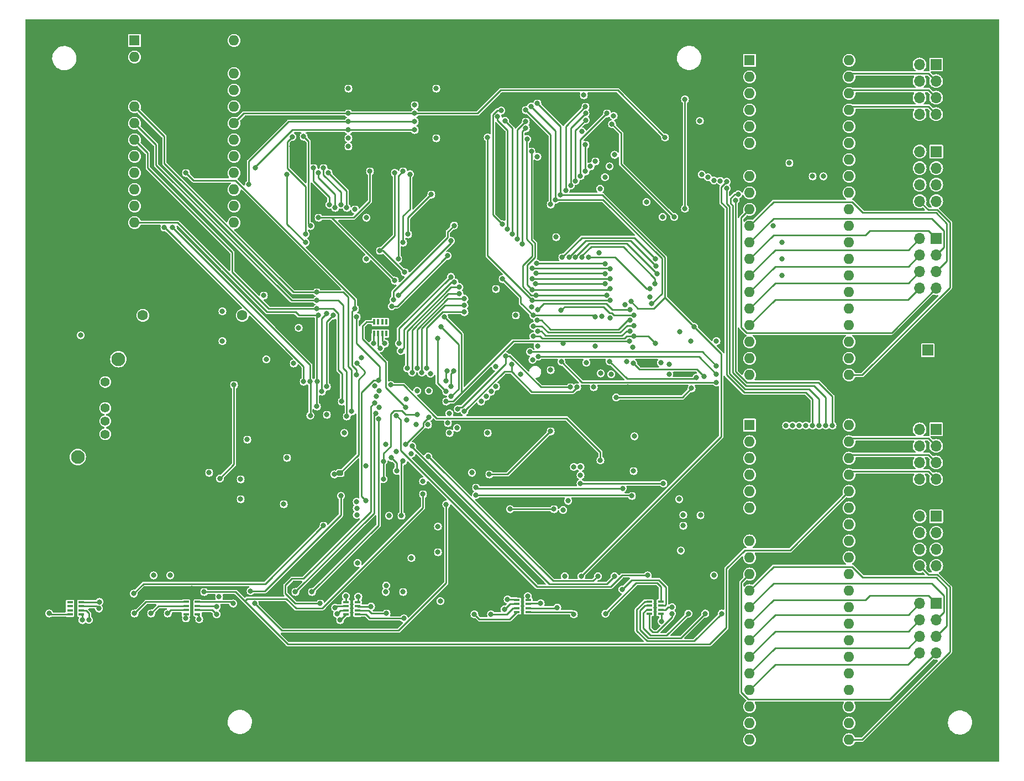
<source format=gbr>
%TF.GenerationSoftware,KiCad,Pcbnew,7.0.9*%
%TF.CreationDate,2023-11-28T19:04:43+01:00*%
%TF.ProjectId,z80,7a38302e-6b69-4636-9164-5f7063625858,1.0*%
%TF.SameCoordinates,Original*%
%TF.FileFunction,Copper,L4,Bot*%
%TF.FilePolarity,Positive*%
%FSLAX46Y46*%
G04 Gerber Fmt 4.6, Leading zero omitted, Abs format (unit mm)*
G04 Created by KiCad (PCBNEW 7.0.9) date 2023-11-28 19:04:43*
%MOMM*%
%LPD*%
G01*
G04 APERTURE LIST*
G04 Aperture macros list*
%AMRoundRect*
0 Rectangle with rounded corners*
0 $1 Rounding radius*
0 $2 $3 $4 $5 $6 $7 $8 $9 X,Y pos of 4 corners*
0 Add a 4 corners polygon primitive as box body*
4,1,4,$2,$3,$4,$5,$6,$7,$8,$9,$2,$3,0*
0 Add four circle primitives for the rounded corners*
1,1,$1+$1,$2,$3*
1,1,$1+$1,$4,$5*
1,1,$1+$1,$6,$7*
1,1,$1+$1,$8,$9*
0 Add four rect primitives between the rounded corners*
20,1,$1+$1,$2,$3,$4,$5,0*
20,1,$1+$1,$4,$5,$6,$7,0*
20,1,$1+$1,$6,$7,$8,$9,0*
20,1,$1+$1,$8,$9,$2,$3,0*%
G04 Aperture macros list end*
%TA.AperFunction,ComponentPad*%
%ADD10R,1.600000X1.600000*%
%TD*%
%TA.AperFunction,ComponentPad*%
%ADD11O,1.600000X1.600000*%
%TD*%
%TA.AperFunction,ComponentPad*%
%ADD12R,1.700000X1.700000*%
%TD*%
%TA.AperFunction,ComponentPad*%
%ADD13O,1.700000X1.700000*%
%TD*%
%TA.AperFunction,ComponentPad*%
%ADD14C,1.400000*%
%TD*%
%TA.AperFunction,ComponentPad*%
%ADD15C,2.100000*%
%TD*%
%TA.AperFunction,ComponentPad*%
%ADD16C,1.600000*%
%TD*%
%TA.AperFunction,SMDPad,CuDef*%
%ADD17R,0.458800X0.735600*%
%TD*%
%TA.AperFunction,SMDPad,CuDef*%
%ADD18R,0.888000X0.306400*%
%TD*%
%TA.AperFunction,SMDPad,CuDef*%
%ADD19R,0.735600X0.458800*%
%TD*%
%TA.AperFunction,SMDPad,CuDef*%
%ADD20R,0.306400X0.888000*%
%TD*%
%TA.AperFunction,SMDPad,CuDef*%
%ADD21RoundRect,0.200000X-0.275000X0.200000X-0.275000X-0.200000X0.275000X-0.200000X0.275000X0.200000X0*%
%TD*%
%TA.AperFunction,ViaPad*%
%ADD22C,0.800000*%
%TD*%
%TA.AperFunction,Conductor*%
%ADD23C,0.250000*%
%TD*%
G04 APERTURE END LIST*
D10*
%TO.P,U7,1,PA3*%
%TO.N,Net-(J4-Pin_8)*%
X197358000Y-34290000D03*
D11*
%TO.P,U7,2,PA2*%
%TO.N,Net-(J4-Pin_6)*%
X197358000Y-36830000D03*
%TO.P,U7,3,PA1*%
%TO.N,Net-(J4-Pin_4)*%
X197358000Y-39370000D03*
%TO.P,U7,4,PA0*%
%TO.N,Net-(J4-Pin_2)*%
X197358000Y-41910000D03*
%TO.P,U7,5,~{RD}*%
%TO.N,/RD*%
X197358000Y-44450000D03*
%TO.P,U7,6,~{CS}*%
%TO.N,/IO1-CS*%
X197358000Y-46990000D03*
%TO.P,U7,7,GND*%
%TO.N,GND*%
X197358000Y-49530000D03*
%TO.P,U7,8,A1*%
%TO.N,/A1*%
X197358000Y-52070000D03*
%TO.P,U7,9,A0*%
%TO.N,/A0*%
X197358000Y-54610000D03*
%TO.P,U7,10,PC7*%
%TO.N,Net-(J6-Pin_7)*%
X197358000Y-57150000D03*
%TO.P,U7,11,PC6*%
%TO.N,Net-(J6-Pin_5)*%
X197358000Y-59690000D03*
%TO.P,U7,12,PC5*%
%TO.N,Net-(J6-Pin_3)*%
X197358000Y-62230000D03*
%TO.P,U7,13,PC4*%
%TO.N,Net-(J6-Pin_1)*%
X197358000Y-64770000D03*
%TO.P,U7,14,PC0*%
%TO.N,Net-(J6-Pin_2)*%
X197358000Y-67310000D03*
%TO.P,U7,15,PC1*%
%TO.N,Net-(J6-Pin_4)*%
X197358000Y-69850000D03*
%TO.P,U7,16,PC2*%
%TO.N,Net-(J6-Pin_6)*%
X197358000Y-72390000D03*
%TO.P,U7,17,PC3*%
%TO.N,Net-(J6-Pin_8)*%
X197358000Y-74930000D03*
%TO.P,U7,18,PB0*%
%TO.N,Net-(J5-Pin_2)*%
X197358000Y-77470000D03*
%TO.P,U7,19,PB1*%
%TO.N,Net-(J5-Pin_4)*%
X197358000Y-80010000D03*
%TO.P,U7,20,PB2*%
%TO.N,Net-(J5-Pin_6)*%
X197358000Y-82550000D03*
%TO.P,U7,21,PB3*%
%TO.N,Net-(J5-Pin_8)*%
X212598000Y-82550000D03*
%TO.P,U7,22,PB4*%
%TO.N,Net-(J5-Pin_1)*%
X212598000Y-80010000D03*
%TO.P,U7,23,PB5*%
%TO.N,Net-(J5-Pin_3)*%
X212598000Y-77470000D03*
%TO.P,U7,24,PB6*%
%TO.N,Net-(J5-Pin_5)*%
X212598000Y-74930000D03*
%TO.P,U7,25,PB7*%
%TO.N,Net-(J5-Pin_7)*%
X212598000Y-72390000D03*
%TO.P,U7,26,VCC*%
%TO.N,+5V*%
X212598000Y-69850000D03*
%TO.P,U7,27,D7*%
%TO.N,/D7*%
X212598000Y-67310000D03*
%TO.P,U7,28,D6*%
%TO.N,/D6*%
X212598000Y-64770000D03*
%TO.P,U7,29,D5*%
%TO.N,/D5*%
X212598000Y-62230000D03*
%TO.P,U7,30,D4*%
%TO.N,/D4*%
X212598000Y-59690000D03*
%TO.P,U7,31,D3*%
%TO.N,/D3*%
X212598000Y-57150000D03*
%TO.P,U7,32,D2*%
%TO.N,/D2*%
X212598000Y-54610000D03*
%TO.P,U7,33,D1*%
%TO.N,/D1*%
X212598000Y-52070000D03*
%TO.P,U7,34,D0*%
%TO.N,/D0*%
X212598000Y-49530000D03*
%TO.P,U7,35,RESET*%
%TO.N,/RST-INV*%
X212598000Y-46990000D03*
%TO.P,U7,36,~{WR}*%
%TO.N,/WR*%
X212598000Y-44450000D03*
%TO.P,U7,37,PA7*%
%TO.N,Net-(J4-Pin_7)*%
X212598000Y-41910000D03*
%TO.P,U7,38,PA6*%
%TO.N,Net-(J4-Pin_5)*%
X212598000Y-39370000D03*
%TO.P,U7,39,PA5*%
%TO.N,Net-(J4-Pin_3)*%
X212598000Y-36830000D03*
%TO.P,U7,40,PA4*%
%TO.N,Net-(J4-Pin_1)*%
X212598000Y-34290000D03*
%TD*%
D12*
%TO.P,J4,1,Pin_1*%
%TO.N,Net-(J4-Pin_1)*%
X225933000Y-34925000D03*
D13*
%TO.P,J4,2,Pin_2*%
%TO.N,Net-(J4-Pin_2)*%
X223393000Y-34925000D03*
%TO.P,J4,3,Pin_3*%
%TO.N,Net-(J4-Pin_3)*%
X225933000Y-37465000D03*
%TO.P,J4,4,Pin_4*%
%TO.N,Net-(J4-Pin_4)*%
X223393000Y-37465000D03*
%TO.P,J4,5,Pin_5*%
%TO.N,Net-(J4-Pin_5)*%
X225933000Y-40005000D03*
%TO.P,J4,6,Pin_6*%
%TO.N,Net-(J4-Pin_6)*%
X223393000Y-40005000D03*
%TO.P,J4,7,Pin_7*%
%TO.N,Net-(J4-Pin_7)*%
X225933000Y-42545000D03*
%TO.P,J4,8,Pin_8*%
%TO.N,Net-(J4-Pin_8)*%
X223393000Y-42545000D03*
%TD*%
D12*
%TO.P,J5,1,Pin_1*%
%TO.N,Net-(J5-Pin_1)*%
X225953000Y-48270000D03*
D13*
%TO.P,J5,2,Pin_2*%
%TO.N,Net-(J5-Pin_2)*%
X223413000Y-48270000D03*
%TO.P,J5,3,Pin_3*%
%TO.N,Net-(J5-Pin_3)*%
X225953000Y-50810000D03*
%TO.P,J5,4,Pin_4*%
%TO.N,Net-(J5-Pin_4)*%
X223413000Y-50810000D03*
%TO.P,J5,5,Pin_5*%
%TO.N,Net-(J5-Pin_5)*%
X225953000Y-53350000D03*
%TO.P,J5,6,Pin_6*%
%TO.N,Net-(J5-Pin_6)*%
X223413000Y-53350000D03*
%TO.P,J5,7,Pin_7*%
%TO.N,Net-(J5-Pin_7)*%
X225953000Y-55890000D03*
%TO.P,J5,8,Pin_8*%
%TO.N,Net-(J5-Pin_8)*%
X223413000Y-55890000D03*
%TD*%
D12*
%TO.P,J8,1,Pin_1*%
%TO.N,Net-(J8-Pin_1)*%
X225953000Y-104219000D03*
D13*
%TO.P,J8,2,Pin_2*%
%TO.N,Net-(J8-Pin_2)*%
X223413000Y-104219000D03*
%TO.P,J8,3,Pin_3*%
%TO.N,Net-(J8-Pin_3)*%
X225953000Y-106759000D03*
%TO.P,J8,4,Pin_4*%
%TO.N,Net-(J8-Pin_4)*%
X223413000Y-106759000D03*
%TO.P,J8,5,Pin_5*%
%TO.N,Net-(J8-Pin_5)*%
X225953000Y-109299000D03*
%TO.P,J8,6,Pin_6*%
%TO.N,Net-(J8-Pin_6)*%
X223413000Y-109299000D03*
%TO.P,J8,7,Pin_7*%
%TO.N,Net-(J8-Pin_7)*%
X225953000Y-111839000D03*
%TO.P,J8,8,Pin_8*%
%TO.N,Net-(J8-Pin_8)*%
X223413000Y-111839000D03*
%TD*%
D12*
%TO.P,J1,1,Pin_1*%
%TO.N,+5V*%
X224663000Y-78740000D03*
D13*
%TO.P,J1,2,Pin_2*%
%TO.N,GND*%
X224663000Y-81280000D03*
%TD*%
D10*
%TO.P,U10,1,PA3*%
%TO.N,Net-(J7-Pin_8)*%
X197358000Y-90239000D03*
D11*
%TO.P,U10,2,PA2*%
%TO.N,Net-(J7-Pin_6)*%
X197358000Y-92779000D03*
%TO.P,U10,3,PA1*%
%TO.N,Net-(J7-Pin_4)*%
X197358000Y-95319000D03*
%TO.P,U10,4,PA0*%
%TO.N,Net-(J7-Pin_2)*%
X197358000Y-97859000D03*
%TO.P,U10,5,~{RD}*%
%TO.N,/RD*%
X197358000Y-100399000D03*
%TO.P,U10,6,~{CS}*%
%TO.N,/IO2-CS*%
X197358000Y-102939000D03*
%TO.P,U10,7,GND*%
%TO.N,GND*%
X197358000Y-105479000D03*
%TO.P,U10,8,A1*%
%TO.N,/A1*%
X197358000Y-108019000D03*
%TO.P,U10,9,A0*%
%TO.N,/A0*%
X197358000Y-110559000D03*
%TO.P,U10,10,PC7*%
%TO.N,Net-(J9-Pin_7)*%
X197358000Y-113099000D03*
%TO.P,U10,11,PC6*%
%TO.N,Net-(J9-Pin_5)*%
X197358000Y-115639000D03*
%TO.P,U10,12,PC5*%
%TO.N,Net-(J9-Pin_3)*%
X197358000Y-118179000D03*
%TO.P,U10,13,PC4*%
%TO.N,Net-(J9-Pin_1)*%
X197358000Y-120719000D03*
%TO.P,U10,14,PC0*%
%TO.N,Net-(J9-Pin_2)*%
X197358000Y-123259000D03*
%TO.P,U10,15,PC1*%
%TO.N,Net-(J9-Pin_4)*%
X197358000Y-125799000D03*
%TO.P,U10,16,PC2*%
%TO.N,Net-(J9-Pin_6)*%
X197358000Y-128339000D03*
%TO.P,U10,17,PC3*%
%TO.N,Net-(J9-Pin_8)*%
X197358000Y-130879000D03*
%TO.P,U10,18,PB0*%
%TO.N,Net-(J8-Pin_2)*%
X197358000Y-133419000D03*
%TO.P,U10,19,PB1*%
%TO.N,Net-(J8-Pin_4)*%
X197358000Y-135959000D03*
%TO.P,U10,20,PB2*%
%TO.N,Net-(J8-Pin_6)*%
X197358000Y-138499000D03*
%TO.P,U10,21,PB3*%
%TO.N,Net-(J8-Pin_8)*%
X212598000Y-138499000D03*
%TO.P,U10,22,PB4*%
%TO.N,Net-(J8-Pin_1)*%
X212598000Y-135959000D03*
%TO.P,U10,23,PB5*%
%TO.N,Net-(J8-Pin_3)*%
X212598000Y-133419000D03*
%TO.P,U10,24,PB6*%
%TO.N,Net-(J8-Pin_5)*%
X212598000Y-130879000D03*
%TO.P,U10,25,PB7*%
%TO.N,Net-(J8-Pin_7)*%
X212598000Y-128339000D03*
%TO.P,U10,26,VCC*%
%TO.N,+5V*%
X212598000Y-125799000D03*
%TO.P,U10,27,D7*%
%TO.N,/D7*%
X212598000Y-123259000D03*
%TO.P,U10,28,D6*%
%TO.N,/D6*%
X212598000Y-120719000D03*
%TO.P,U10,29,D5*%
%TO.N,/D5*%
X212598000Y-118179000D03*
%TO.P,U10,30,D4*%
%TO.N,/D4*%
X212598000Y-115639000D03*
%TO.P,U10,31,D3*%
%TO.N,/D3*%
X212598000Y-113099000D03*
%TO.P,U10,32,D2*%
%TO.N,/D2*%
X212598000Y-110559000D03*
%TO.P,U10,33,D1*%
%TO.N,/D1*%
X212598000Y-108019000D03*
%TO.P,U10,34,D0*%
%TO.N,/D0*%
X212598000Y-105479000D03*
%TO.P,U10,35,RESET*%
%TO.N,/RST-INV*%
X212598000Y-102939000D03*
%TO.P,U10,36,~{WR}*%
%TO.N,/WR*%
X212598000Y-100399000D03*
%TO.P,U10,37,PA7*%
%TO.N,Net-(J7-Pin_7)*%
X212598000Y-97859000D03*
%TO.P,U10,38,PA6*%
%TO.N,Net-(J7-Pin_5)*%
X212598000Y-95319000D03*
%TO.P,U10,39,PA5*%
%TO.N,Net-(J7-Pin_3)*%
X212598000Y-92779000D03*
%TO.P,U10,40,PA4*%
%TO.N,Net-(J7-Pin_1)*%
X212598000Y-90239000D03*
%TD*%
D14*
%TO.P,SW2,1,1*%
%TO.N,Net-(R8-Pad2)*%
X98636000Y-83630000D03*
%TO.P,SW2,2,2*%
%TO.N,Net-(D2-A)*%
X98636000Y-87630000D03*
%TO.P,SW2,3,3*%
%TO.N,Net-(D4-A)*%
X98636000Y-89630000D03*
%TO.P,SW2,4,4*%
%TO.N,Net-(D8-A)*%
X98636000Y-91630000D03*
D15*
%TO.P,SW2,MH1*%
%TO.N,N/C*%
X100636000Y-80130000D03*
%TO.P,SW2,MH2*%
X94436000Y-95130000D03*
%TD*%
D11*
%TO.P,A1,1,NC*%
%TO.N,unconnected-(A1-NC-Pad1)*%
X118364000Y-31242000D03*
%TO.P,A1,2,GND*%
%TO.N,GND*%
X118364000Y-33782000D03*
%TO.P,A1,3,~{RESET}*%
%TO.N,unconnected-(A1-~{RESET}-Pad3)*%
X118364000Y-36322000D03*
%TO.P,A1,4,+5V*%
%TO.N,+5V*%
X118364000Y-38862000D03*
%TO.P,A1,5,A3*%
%TO.N,/BUSACK*%
X118364000Y-41402000D03*
%TO.P,A1,6,A2*%
%TO.N,/PROG-OE*%
X118364000Y-43942000D03*
%TO.P,A1,7,A1*%
%TO.N,/PROG-WR*%
X118364000Y-46482000D03*
%TO.P,A1,8,A0*%
%TO.N,/RD*%
X118364000Y-49022000D03*
%TO.P,A1,9,D15*%
%TO.N,Net-(A1-D15)*%
X118364000Y-51562000D03*
%TO.P,A1,10,D14*%
%TO.N,Net-(A1-D14)*%
X118364000Y-54102000D03*
%TO.P,A1,11,D16*%
%TO.N,Net-(A1-D16)*%
X118364000Y-56642000D03*
%TO.P,A1,12,D10*%
%TO.N,/BUSRQ*%
X118364000Y-59182000D03*
%TO.P,A1,13,D9*%
%TO.N,/D7*%
X103124000Y-59182000D03*
%TO.P,A1,14,D8*%
%TO.N,/D6*%
X103124000Y-56642000D03*
%TO.P,A1,15,D7*%
%TO.N,/D5*%
X103124000Y-54102000D03*
%TO.P,A1,16,D6*%
%TO.N,/D4*%
X103124000Y-51562000D03*
%TO.P,A1,17,D5*%
%TO.N,/D3*%
X103124000Y-49022000D03*
%TO.P,A1,18,D4*%
%TO.N,/D2*%
X103124000Y-46482000D03*
%TO.P,A1,19,D3*%
%TO.N,/D1*%
X103124000Y-43942000D03*
%TO.P,A1,20,D2*%
%TO.N,/D0*%
X103124000Y-41402000D03*
%TO.P,A1,21,GND*%
%TO.N,GND*%
X103124000Y-38862000D03*
%TO.P,A1,22,GND*%
X103124000Y-36322000D03*
%TO.P,A1,23,RX1*%
%TO.N,unconnected-(A1-RX1-Pad23)*%
X103124000Y-33782000D03*
D10*
%TO.P,A1,24,TX0*%
%TO.N,unconnected-(A1-TX0-Pad24)*%
X103124000Y-31242000D03*
%TD*%
%TO.P,CLK2,1,EN*%
%TO.N,GND*%
X119634000Y-65786000D03*
D16*
%TO.P,CLK2,7,GND*%
X104394000Y-65786000D03*
%TO.P,CLK2,8,OUT*%
%TO.N,/FstClk*%
X104394000Y-73406000D03*
%TO.P,CLK2,14,Vcc*%
%TO.N,+5V*%
X119634000Y-73406000D03*
%TD*%
D12*
%TO.P,J9,1,Pin_1*%
%TO.N,Net-(J9-Pin_1)*%
X225953000Y-117554000D03*
D13*
%TO.P,J9,2,Pin_2*%
%TO.N,Net-(J9-Pin_2)*%
X223413000Y-117554000D03*
%TO.P,J9,3,Pin_3*%
%TO.N,Net-(J9-Pin_3)*%
X225953000Y-120094000D03*
%TO.P,J9,4,Pin_4*%
%TO.N,Net-(J9-Pin_4)*%
X223413000Y-120094000D03*
%TO.P,J9,5,Pin_5*%
%TO.N,Net-(J9-Pin_5)*%
X225953000Y-122634000D03*
%TO.P,J9,6,Pin_6*%
%TO.N,Net-(J9-Pin_6)*%
X223413000Y-122634000D03*
%TO.P,J9,7,Pin_7*%
%TO.N,Net-(J9-Pin_7)*%
X225953000Y-125174000D03*
%TO.P,J9,8,Pin_8*%
%TO.N,Net-(J9-Pin_8)*%
X223413000Y-125174000D03*
%TD*%
D12*
%TO.P,J6,1,Pin_1*%
%TO.N,Net-(J6-Pin_1)*%
X225953000Y-61605000D03*
D13*
%TO.P,J6,2,Pin_2*%
%TO.N,Net-(J6-Pin_2)*%
X223413000Y-61605000D03*
%TO.P,J6,3,Pin_3*%
%TO.N,Net-(J6-Pin_3)*%
X225953000Y-64145000D03*
%TO.P,J6,4,Pin_4*%
%TO.N,Net-(J6-Pin_4)*%
X223413000Y-64145000D03*
%TO.P,J6,5,Pin_5*%
%TO.N,Net-(J6-Pin_5)*%
X225953000Y-66685000D03*
%TO.P,J6,6,Pin_6*%
%TO.N,Net-(J6-Pin_6)*%
X223413000Y-66685000D03*
%TO.P,J6,7,Pin_7*%
%TO.N,Net-(J6-Pin_7)*%
X225953000Y-69225000D03*
%TO.P,J6,8,Pin_8*%
%TO.N,Net-(J6-Pin_8)*%
X223413000Y-69225000D03*
%TD*%
D12*
%TO.P,J7,1,Pin_1*%
%TO.N,Net-(J7-Pin_1)*%
X225933000Y-90874000D03*
D13*
%TO.P,J7,2,Pin_2*%
%TO.N,Net-(J7-Pin_2)*%
X223393000Y-90874000D03*
%TO.P,J7,3,Pin_3*%
%TO.N,Net-(J7-Pin_3)*%
X225933000Y-93414000D03*
%TO.P,J7,4,Pin_4*%
%TO.N,Net-(J7-Pin_4)*%
X223393000Y-93414000D03*
%TO.P,J7,5,Pin_5*%
%TO.N,Net-(J7-Pin_5)*%
X225933000Y-95954000D03*
%TO.P,J7,6,Pin_6*%
%TO.N,Net-(J7-Pin_6)*%
X223393000Y-95954000D03*
%TO.P,J7,7,Pin_7*%
%TO.N,Net-(J7-Pin_7)*%
X225933000Y-98494000D03*
%TO.P,J7,8,Pin_8*%
%TO.N,Net-(J7-Pin_8)*%
X223393000Y-98494000D03*
%TD*%
D17*
%TO.P,RN6,1,common*%
%TO.N,GND*%
X182880000Y-116478401D03*
X182880000Y-119995599D03*
D18*
%TO.P,RN6,2,R1*%
%TO.N,Net-(D42-K)*%
X183762299Y-117284500D03*
%TO.P,RN6,3,R2*%
%TO.N,Net-(D43-K)*%
X183762299Y-117919500D03*
%TO.P,RN6,4,R3*%
%TO.N,Net-(D44-K)*%
X183762299Y-118554500D03*
%TO.P,RN6,5,R4*%
%TO.N,Net-(D45-K)*%
X183762299Y-119189500D03*
%TO.P,RN6,6,R5*%
%TO.N,Net-(D46-K)*%
X181997701Y-119189500D03*
%TO.P,RN6,7,R6*%
%TO.N,Net-(D47-K)*%
X181997701Y-118554500D03*
%TO.P,RN6,8,R7*%
%TO.N,Net-(D48-K)*%
X181997701Y-117919500D03*
%TO.P,RN6,9,R8*%
%TO.N,Net-(D49-K)*%
X181997701Y-117284500D03*
%TD*%
D17*
%TO.P,RN2,1,common*%
%TO.N,GND*%
X136398000Y-120097099D03*
X136398000Y-116579901D03*
D18*
%TO.P,RN2,2,R1*%
%TO.N,Net-(D13-K)*%
X135515701Y-119291000D03*
%TO.P,RN2,3,R2*%
%TO.N,Net-(D14-K)*%
X135515701Y-118656000D03*
%TO.P,RN2,4,R3*%
%TO.N,Net-(D15-K)*%
X135515701Y-118021000D03*
%TO.P,RN2,5,R4*%
%TO.N,Net-(D16-K)*%
X135515701Y-117386000D03*
%TO.P,RN2,6,R5*%
%TO.N,Net-(D17-K)*%
X137280299Y-117386000D03*
%TO.P,RN2,7,R6*%
%TO.N,Net-(D18-K)*%
X137280299Y-118021000D03*
%TO.P,RN2,8,R7*%
%TO.N,Net-(D19-K)*%
X137280299Y-118656000D03*
%TO.P,RN2,9,R8*%
%TO.N,Net-(D20-K)*%
X137280299Y-119291000D03*
%TD*%
D17*
%TO.P,RN4,1,common*%
%TO.N,GND*%
X111893701Y-116541901D03*
X111893701Y-120059099D03*
D18*
%TO.P,RN4,2,R1*%
%TO.N,Net-(D33-K)*%
X112776000Y-117348000D03*
%TO.P,RN4,3,R2*%
%TO.N,Net-(D32-K)*%
X112776000Y-117983000D03*
%TO.P,RN4,4,R3*%
%TO.N,Net-(D31-K)*%
X112776000Y-118618000D03*
%TO.P,RN4,5,R4*%
%TO.N,Net-(D30-K)*%
X112776000Y-119253000D03*
%TO.P,RN4,6,R5*%
%TO.N,Net-(D29-K)*%
X111011402Y-119253000D03*
%TO.P,RN4,7,R6*%
%TO.N,Net-(D28-K)*%
X111011402Y-118618000D03*
%TO.P,RN4,8,R7*%
%TO.N,Net-(D27-K)*%
X111011402Y-117983000D03*
%TO.P,RN4,9,R8*%
%TO.N,Net-(D26-K)*%
X111011402Y-117348000D03*
%TD*%
D19*
%TO.P,RN7,1,common*%
%TO.N,GND*%
X139020901Y-75304299D03*
X142538099Y-75304299D03*
D20*
%TO.P,RN7,2,R1*%
%TO.N,/MREQ*%
X139827000Y-74422000D03*
%TO.P,RN7,3,R2*%
%TO.N,unconnected-(RN7-R2-Pad3)*%
X140462000Y-74422000D03*
%TO.P,RN7,4,R3*%
%TO.N,unconnected-(RN7-R3-Pad4)*%
X141097000Y-74422000D03*
%TO.P,RN7,5,R4*%
%TO.N,unconnected-(RN7-R4-Pad5)*%
X141732000Y-74422000D03*
%TO.P,RN7,6,R5*%
%TO.N,unconnected-(RN7-R5-Pad6)*%
X141732000Y-76186598D03*
%TO.P,RN7,7,R6*%
%TO.N,/A13*%
X141097000Y-76186598D03*
%TO.P,RN7,8,R7*%
%TO.N,/A14*%
X140462000Y-76186598D03*
%TO.P,RN7,9,R8*%
%TO.N,/A15*%
X139827000Y-76186598D03*
%TD*%
D21*
%TO.P,R4,1*%
%TO.N,Clock*%
X134620000Y-97600000D03*
%TO.P,R4,2*%
%TO.N,GND*%
X134620000Y-99250000D03*
%TD*%
D17*
%TO.P,RN5,1,common*%
%TO.N,GND*%
X162560000Y-119741599D03*
X162560000Y-116224401D03*
D18*
%TO.P,RN5,2,R1*%
%TO.N,Net-(D34-K)*%
X161677701Y-118935500D03*
%TO.P,RN5,3,R2*%
%TO.N,Net-(D35-K)*%
X161677701Y-118300500D03*
%TO.P,RN5,4,R3*%
%TO.N,Net-(D36-K)*%
X161677701Y-117665500D03*
%TO.P,RN5,5,R4*%
%TO.N,Net-(D37-K)*%
X161677701Y-117030500D03*
%TO.P,RN5,6,R5*%
%TO.N,Net-(D38-K)*%
X163442299Y-117030500D03*
%TO.P,RN5,7,R6*%
%TO.N,Net-(D39-K)*%
X163442299Y-117665500D03*
%TO.P,RN5,8,R7*%
%TO.N,Net-(D40-K)*%
X163442299Y-118300500D03*
%TO.P,RN5,9,R8*%
%TO.N,Net-(D41-K)*%
X163442299Y-118935500D03*
%TD*%
D17*
%TO.P,RN3,1,common*%
%TO.N,GND*%
X94107000Y-116579901D03*
X94107000Y-120097099D03*
D18*
%TO.P,RN3,2,R1*%
%TO.N,Net-(D25-K)*%
X94989299Y-117386000D03*
%TO.P,RN3,3,R2*%
%TO.N,Net-(D24-K)*%
X94989299Y-118021000D03*
%TO.P,RN3,4,R3*%
%TO.N,Net-(D23-K)*%
X94989299Y-118656000D03*
%TO.P,RN3,5,R4*%
%TO.N,Net-(D22-K)*%
X94989299Y-119291000D03*
%TO.P,RN3,6,R5*%
%TO.N,Net-(D21-K)*%
X93224701Y-119291000D03*
%TO.P,RN3,7,R6*%
%TO.N,unconnected-(RN3-R6-Pad7)*%
X93224701Y-118656000D03*
%TO.P,RN3,8,R7*%
%TO.N,unconnected-(RN3-R7-Pad8)*%
X93224701Y-118021000D03*
%TO.P,RN3,9,R8*%
%TO.N,unconnected-(RN3-R8-Pad9)*%
X93224701Y-117386000D03*
%TD*%
D22*
%TO.N,/D0*%
X210058000Y-90297000D03*
X176022000Y-71120000D03*
X127762000Y-115824000D03*
X164084000Y-71120000D03*
X157226000Y-46101000D03*
X140044226Y-88400885D03*
X195199000Y-55735000D03*
X131064000Y-69850000D03*
X136398000Y-88138000D03*
%TO.N,/D1*%
X163284500Y-46344500D03*
X195622454Y-54830145D03*
X209042000Y-90297000D03*
X135636000Y-88900000D03*
X140529074Y-89274914D03*
X164638424Y-70288364D03*
X208661000Y-52070000D03*
X175467576Y-70288364D03*
X130302000Y-115824000D03*
X131064000Y-71120000D03*
%TO.N,/D2*%
X193865500Y-53911500D03*
X131572000Y-117602000D03*
X131064000Y-72390000D03*
X176022000Y-69342000D03*
X164084000Y-69455500D03*
X134874000Y-86614000D03*
X163919500Y-48260000D03*
X139891930Y-86800211D03*
X208026000Y-90297000D03*
X207010000Y-52070000D03*
%TO.N,/D3*%
X174460500Y-53975000D03*
X207010000Y-90297000D03*
X138594726Y-101854000D03*
X140508424Y-83381636D03*
X203454000Y-50038000D03*
X137160000Y-73660000D03*
X164592000Y-68580000D03*
X175260000Y-68580000D03*
X193861201Y-52891201D03*
%TO.N,/D4*%
X200918299Y-59694299D03*
X142113000Y-104140000D03*
X175185000Y-52197000D03*
X137122500Y-82550000D03*
X110998000Y-51562000D03*
X164037576Y-67748364D03*
X192870248Y-52760751D03*
X205994000Y-90297000D03*
X176022000Y-67818000D03*
X136906000Y-72390000D03*
%TO.N,/D5*%
X108966000Y-59944000D03*
X202311000Y-62230000D03*
X191872907Y-52695046D03*
X204978000Y-90297000D03*
X130052299Y-88768701D03*
X141605000Y-115824000D03*
X139936619Y-84201419D03*
X133599701Y-73410299D03*
X132588000Y-84328000D03*
X175260000Y-67023864D03*
X164662326Y-66968177D03*
X175909500Y-50546000D03*
X130048000Y-83566000D03*
%TO.N,/D6*%
X129032000Y-83566000D03*
X176022000Y-66294000D03*
X176657000Y-48768000D03*
X141670535Y-114827064D03*
X190990680Y-52225278D03*
X203962000Y-90297000D03*
X164032522Y-66192063D03*
X132588000Y-73152000D03*
X140612313Y-84937924D03*
X202311000Y-64770000D03*
X131826000Y-85090000D03*
X107696000Y-59944000D03*
%TO.N,/D7*%
X131068299Y-83561701D03*
X144272000Y-115824000D03*
X202946000Y-90297000D03*
X140595149Y-87510485D03*
X175260000Y-65467563D03*
X171699701Y-45207701D03*
X131064000Y-87376000D03*
X164678791Y-65429605D03*
X190012222Y-51784500D03*
X131313701Y-73401701D03*
X202311000Y-67310000D03*
%TO.N,/BUSACK*%
X116586000Y-77343000D03*
X146304000Y-90170000D03*
X108585000Y-113284000D03*
X128270000Y-75311000D03*
%TO.N,GND*%
X171511009Y-40517983D03*
X111252000Y-95504000D03*
X151430424Y-87445636D03*
X111887000Y-115316000D03*
X182880000Y-115189000D03*
X117475000Y-83058000D03*
X94107000Y-115316000D03*
X125222000Y-108458000D03*
X172593000Y-82042000D03*
X160147000Y-84709000D03*
X173736000Y-86233000D03*
X139446000Y-121031000D03*
X133731000Y-99060000D03*
X159512000Y-39624000D03*
X167386000Y-105537000D03*
X126238000Y-97028000D03*
X125222000Y-91948000D03*
X117602000Y-88138000D03*
X182880000Y-121285000D03*
X116586000Y-91440000D03*
X112903000Y-121031000D03*
X188214000Y-86233000D03*
X162560000Y-120929400D03*
X188214000Y-82423000D03*
X122936000Y-68834000D03*
X167386000Y-86233000D03*
X157734000Y-99060000D03*
X217805000Y-46990000D03*
X117348000Y-108458000D03*
X167513000Y-93091000D03*
X167386000Y-101727000D03*
X127254000Y-47498000D03*
X128016000Y-97536000D03*
X188214000Y-51181000D03*
X109601000Y-85471000D03*
X167386000Y-80518000D03*
X178718284Y-84417117D03*
X162560000Y-115011200D03*
X149860000Y-99060000D03*
X159512000Y-46736000D03*
X178054000Y-104902000D03*
X126238000Y-90170000D03*
X180721000Y-80518000D03*
X140716000Y-47498000D03*
X116586000Y-102108000D03*
X121920000Y-86233000D03*
X136398000Y-115443000D03*
X127508000Y-73660000D03*
%TO.N,/BUSRQ*%
X148082000Y-90170000D03*
X106045000Y-113284000D03*
%TO.N,+5V*%
X135255000Y-91440000D03*
X171958000Y-39624000D03*
X189738000Y-43561000D03*
X126492000Y-95250000D03*
X149606000Y-109728000D03*
X120396000Y-92456000D03*
X149606000Y-105791000D03*
X140208000Y-85852000D03*
X135890000Y-38608000D03*
X125984000Y-102362000D03*
X119380000Y-98552000D03*
X178562000Y-80518000D03*
X192278000Y-77343000D03*
X147320000Y-98869000D03*
X122936000Y-70358000D03*
X149352000Y-38608000D03*
X94869000Y-76454000D03*
X171450000Y-96647000D03*
X179578000Y-97282000D03*
X116586000Y-72771000D03*
X119380000Y-101600000D03*
X164096929Y-80199649D03*
X114554000Y-97536000D03*
X149352000Y-46228000D03*
X136906000Y-57150000D03*
X135890000Y-46228000D03*
%TO.N,/A0*%
X178980000Y-77380000D03*
X162560000Y-62484000D03*
X168783000Y-77654500D03*
X150584500Y-73660000D03*
X163068000Y-44704000D03*
X150876000Y-86614000D03*
%TO.N,/A1*%
X156214299Y-86618299D03*
X161798000Y-61722000D03*
X179626000Y-76580000D03*
X151638000Y-85852000D03*
X182929299Y-77674701D03*
X164243266Y-76582682D03*
X132842000Y-51562000D03*
X135636000Y-56896000D03*
X150076500Y-75184000D03*
X163068000Y-43688000D03*
%TO.N,/A11*%
X142998840Y-51559269D03*
X171704000Y-64516000D03*
X144526000Y-66802000D03*
X175514000Y-42418000D03*
X181737000Y-113289500D03*
X140716000Y-63500000D03*
X171450000Y-52041000D03*
X182880000Y-68580000D03*
X143919963Y-78852500D03*
X143256000Y-88773000D03*
X152146000Y-68326000D03*
%TO.N,/A12*%
X131318000Y-58420000D03*
X143643500Y-77724000D03*
X187198000Y-104013000D03*
X183172155Y-67017845D03*
X151591576Y-67494364D03*
X139192000Y-51308000D03*
X172212000Y-51308000D03*
X172212000Y-47244000D03*
X170688000Y-64516000D03*
X143002000Y-68072000D03*
%TO.N,/A13*%
X170434000Y-96647000D03*
X186817000Y-109474000D03*
X143547500Y-70358000D03*
X151609500Y-61976000D03*
X172974000Y-50546000D03*
X183049454Y-65870546D03*
X141478000Y-77724000D03*
X169688497Y-64516000D03*
X187198000Y-105664000D03*
%TO.N,/A14*%
X182926753Y-64723247D03*
X173736000Y-49784000D03*
X142816051Y-71039166D03*
X152069127Y-59613127D03*
X140771245Y-78430755D03*
X171450000Y-97917000D03*
X168656000Y-64516000D03*
X189830500Y-104056098D03*
%TO.N,Clock*%
X133731000Y-97790000D03*
X137164299Y-80767701D03*
%TO.N,/INT*%
X153670000Y-88138000D03*
X141253574Y-95795500D03*
X170942000Y-84417617D03*
X148209000Y-84963000D03*
X141253574Y-98514500D03*
X137172548Y-102993051D03*
X160880411Y-80935777D03*
X146431000Y-84963000D03*
X146431000Y-88646000D03*
%TO.N,/NMI*%
X157480000Y-97790000D03*
X142494000Y-95250000D03*
X143284014Y-97244500D03*
X166878000Y-81788000D03*
X172339000Y-80645000D03*
X137160000Y-101981000D03*
X166878000Y-91186000D03*
%TO.N,/A15*%
X171450000Y-99187000D03*
X184150000Y-99187000D03*
X139737500Y-77675033D03*
X191897000Y-113284000D03*
X151092500Y-64262000D03*
X167720000Y-61388000D03*
X142514648Y-71992141D03*
X164846000Y-49059000D03*
%TO.N,/MREQ*%
X161544000Y-73406000D03*
X168783000Y-103251000D03*
X144653000Y-87503000D03*
X151384000Y-91440000D03*
X116078000Y-116586000D03*
X176149000Y-82423000D03*
X176022000Y-73787000D03*
X185039000Y-82423000D03*
X157226000Y-91440000D03*
%TO.N,/IORQ*%
X162265476Y-82390500D03*
X174752000Y-73533000D03*
X143178632Y-94248340D03*
X134747000Y-101092000D03*
X174540153Y-82296000D03*
X120904000Y-115697000D03*
%TO.N,/HALT*%
X132080000Y-105664000D03*
X102997000Y-116078000D03*
X141605000Y-93180500D03*
%TO.N,/RD*%
X164206134Y-73400161D03*
X159512000Y-67818000D03*
X145542000Y-110617000D03*
X149987000Y-117221000D03*
X144854500Y-89445500D03*
X137922000Y-79883000D03*
X173736000Y-73660000D03*
X138635000Y-64770000D03*
X145542000Y-94615000D03*
X176530000Y-42799000D03*
%TO.N,/WR*%
X159945500Y-79629000D03*
X169926000Y-84417500D03*
X152527000Y-90678000D03*
X113792000Y-115824000D03*
X144780000Y-86233000D03*
X176911000Y-85979000D03*
X147320000Y-100838000D03*
X152654000Y-87757000D03*
X154813000Y-97536000D03*
X187452000Y-40259000D03*
X187452000Y-57023000D03*
X188468000Y-84582000D03*
%TO.N,/WAIT*%
X144272000Y-95758000D03*
X173736000Y-78105000D03*
X164862860Y-78104500D03*
X144018000Y-104140000D03*
X173482000Y-84417617D03*
%TO.N,/M1*%
X144615500Y-93218000D03*
X137168599Y-104021599D03*
X148209000Y-89027000D03*
%TO.N,/RFSH*%
X137287000Y-111379000D03*
X151373884Y-88443538D03*
%TO.N,/A4*%
X159315654Y-41984500D03*
X151017500Y-81927500D03*
X130556000Y-50800000D03*
X158496000Y-84328000D03*
X179067529Y-74164326D03*
X159512000Y-59436000D03*
X164846000Y-74168000D03*
X150876000Y-83452000D03*
X132985449Y-56408500D03*
%TO.N,/A5*%
X179625672Y-73335181D03*
X129335000Y-62230000D03*
X126492000Y-51816000D03*
X148446331Y-82366697D03*
X158491701Y-81275701D03*
X168444500Y-72644000D03*
X166878000Y-56388000D03*
X186690000Y-75946000D03*
X163068000Y-41910000D03*
%TO.N,/A6*%
X182347701Y-71603701D03*
X163899636Y-41355576D03*
X188341000Y-77343000D03*
X147893500Y-81534000D03*
X167640000Y-55663500D03*
X127292924Y-46012924D03*
X178999415Y-72556202D03*
X129335000Y-60960000D03*
X153670000Y-72898000D03*
X169037000Y-113411000D03*
X164916326Y-72556177D03*
%TO.N,/A7*%
X129032000Y-45974000D03*
X147145312Y-82196737D03*
X153665701Y-71877701D03*
X130059500Y-59690000D03*
X164846000Y-40894000D03*
X171577000Y-113411000D03*
X188849000Y-75131397D03*
X168402000Y-54939000D03*
X179167701Y-71276299D03*
%TO.N,/RST*%
X121539000Y-117602000D03*
X178294449Y-71762545D03*
X151130000Y-89916000D03*
X181558155Y-56007000D03*
X163978552Y-72128300D03*
X150876000Y-102399500D03*
%TO.N,/A8*%
X169195814Y-54214500D03*
X174117000Y-113411000D03*
X146407821Y-81522117D03*
X148590000Y-54864000D03*
X172212000Y-41402000D03*
X145034000Y-60960000D03*
X153661402Y-70857402D03*
X182118000Y-70612000D03*
X148109797Y-95023797D03*
%TO.N,/A9*%
X145646159Y-82169324D03*
X145332859Y-51743205D03*
X144272000Y-62230000D03*
X176657000Y-113411000D03*
X145669000Y-93472000D03*
X152908000Y-70104000D03*
X169957455Y-53490000D03*
X174261332Y-63779931D03*
X172216299Y-42422299D03*
%TO.N,/A10*%
X172220598Y-43442598D03*
X143514299Y-64765701D03*
X144272000Y-51308000D03*
X152903701Y-69083701D03*
X172715701Y-64511701D03*
X186563353Y-101599647D03*
X144882382Y-81524615D03*
X170688000Y-52765500D03*
X182118000Y-69342000D03*
%TO.N,Net-(D20-K)*%
X144399000Y-119888000D03*
%TO.N,Net-(D21-K)*%
X90043000Y-119126000D03*
%TO.N,Net-(D22-K)*%
X95123000Y-120142000D03*
%TO.N,Net-(D23-K)*%
X96122286Y-120121208D03*
%TO.N,Net-(D26-K)*%
X103124000Y-119126000D03*
%TO.N,Net-(D41-K)*%
X170434000Y-119253000D03*
%TO.N,Net-(D42-K)*%
X175272000Y-119141000D03*
%TO.N,Net-(D43-K)*%
X177872000Y-115441000D03*
%TO.N,Net-(D44-K)*%
X185472000Y-118141497D03*
%TO.N,Net-(D45-K)*%
X183848353Y-120317353D03*
%TO.N,Net-(D46-K)*%
X185472000Y-119141000D03*
%TO.N,Net-(D47-K)*%
X187972000Y-119141000D03*
%TO.N,/A2*%
X156976299Y-85856299D03*
X179017492Y-75787079D03*
X161036000Y-60960000D03*
X164881100Y-75813153D03*
X150876000Y-85090000D03*
X149568500Y-76962000D03*
X134763449Y-56408500D03*
X159892309Y-43561015D03*
X132080000Y-50800000D03*
%TO.N,/A3*%
X160274000Y-60198000D03*
X158750000Y-42926000D03*
X157738299Y-85094299D03*
X131318000Y-51562000D03*
X133858000Y-56896000D03*
X151638000Y-84252000D03*
X152017003Y-81927500D03*
X179625369Y-74993674D03*
X164227984Y-75056552D03*
%TO.N,Net-(D48-K)*%
X190572000Y-119141000D03*
%TO.N,Net-(D49-K)*%
X193072000Y-119141000D03*
%TO.N,/PROG-WR*%
X138635000Y-58420000D03*
%TO.N,/EXT-IO2-CS*%
X192278000Y-82423000D03*
X164973000Y-79718500D03*
%TO.N,/EXT-IO1-CS*%
X192278000Y-81153000D03*
X163703000Y-78994000D03*
%TO.N,/EXT-IO5-CS*%
X175895000Y-80443500D03*
X189230000Y-82931000D03*
%TO.N,/EXT-IO4-CS*%
X190373000Y-82804000D03*
X179546498Y-80772000D03*
%TO.N,/EXT-IO6-CS*%
X179463570Y-78254738D03*
X183769000Y-80645000D03*
%TO.N,/AdjClk*%
X116195000Y-98425000D03*
X118364000Y-84074000D03*
%TO.N,Net-(D13-K)*%
X134620000Y-120142000D03*
%TO.N,Net-(D14-K)*%
X134132584Y-119197903D03*
%TO.N,Net-(D15-K)*%
X133857500Y-118237000D03*
%TO.N,Net-(D16-K)*%
X135509000Y-116459000D03*
%TO.N,Net-(D17-K)*%
X137404407Y-116553105D03*
%TO.N,Net-(D18-K)*%
X139361397Y-118042510D03*
%TO.N,Net-(D19-K)*%
X141732000Y-119126000D03*
%TO.N,/EXT-CS*%
X158496000Y-69342000D03*
X127508000Y-80772000D03*
%TO.N,/PROG-OE*%
X184404000Y-46101000D03*
X135890000Y-42418000D03*
X146050000Y-42418000D03*
%TO.N,Net-(D24-K)*%
X97663000Y-118364000D03*
%TO.N,Net-(D25-K)*%
X97721499Y-117356159D03*
%TO.N,Net-(D27-K)*%
X105664000Y-119126000D03*
%TO.N,Net-(D28-K)*%
X108204000Y-119126000D03*
%TO.N,Net-(D29-K)*%
X110998000Y-119888000D03*
%TO.N,Net-(D30-K)*%
X113030000Y-120015000D03*
%TO.N,Net-(D31-K)*%
X115697000Y-119253000D03*
%TO.N,Net-(D32-K)*%
X115697000Y-118072500D03*
%TO.N,Net-(D33-K)*%
X118237000Y-117602000D03*
%TO.N,/RAM1-CS*%
X179705000Y-91948000D03*
X169545000Y-101854000D03*
X185801000Y-58293000D03*
X176276000Y-44069000D03*
%TO.N,/ROM1-CS*%
X174498000Y-95631000D03*
X142367000Y-84074000D03*
%TO.N,Net-(U2-QH')*%
X135890000Y-47498000D03*
X146050000Y-41148000D03*
%TO.N,Net-(A1-D14)*%
X146050000Y-44958000D03*
X135890000Y-44958000D03*
X121666000Y-50800000D03*
%TO.N,Net-(A1-D16)*%
X146050000Y-43688000D03*
X135890000Y-43688000D03*
X120650000Y-53340000D03*
%TO.N,Net-(D34-K)*%
X155194000Y-119253000D03*
%TO.N,Net-(D35-K)*%
X157734000Y-119253000D03*
%TO.N,Net-(D36-K)*%
X159796835Y-118492934D03*
%TO.N,Net-(D37-K)*%
X160274000Y-116967000D03*
%TO.N,Net-(D38-K)*%
X163388902Y-116459000D03*
%TO.N,Net-(D39-K)*%
X165354000Y-117576000D03*
%TO.N,Net-(D40-K)*%
X167894000Y-118211000D03*
%TO.N,Net-(U1-Pad12)*%
X177927000Y-99921500D03*
X155448000Y-99822000D03*
X132588000Y-88646000D03*
%TO.N,Net-(U1-Pad13)*%
X179324000Y-101092000D03*
X155448000Y-100965000D03*
X123317000Y-80137000D03*
%TO.N,/IOREQ*%
X185039000Y-80899000D03*
X167386000Y-103124000D03*
X160655000Y-103124000D03*
%TO.N,/EXT-IO3-CS*%
X168529000Y-80518000D03*
X192278000Y-83693000D03*
%TO.N,Net-(U6-Pad4)*%
X138594726Y-96520000D03*
X184023000Y-58293000D03*
%TD*%
D23*
%TO.N,/D0*%
X131064000Y-69850000D02*
X127441009Y-69850000D01*
X139804074Y-88641037D02*
X139804074Y-103781926D01*
X164084000Y-71120000D02*
X157226000Y-64262000D01*
X136398000Y-88138000D02*
X136398000Y-81788000D01*
X140044226Y-88400885D02*
X139804074Y-88641037D01*
X196910009Y-83693000D02*
X195199000Y-81981991D01*
X136398000Y-81788000D02*
X135890000Y-81280000D01*
X107696000Y-45974000D02*
X103124000Y-41402000D01*
X195199000Y-81981991D02*
X195199000Y-55735000D01*
X207899000Y-83693000D02*
X196910009Y-83693000D01*
X135128000Y-69850000D02*
X131064000Y-69850000D01*
X164084000Y-71120000D02*
X176022000Y-71120000D01*
X127441009Y-69850000D02*
X107696000Y-50104991D01*
X107696000Y-50104991D02*
X107696000Y-45974000D01*
X210058000Y-85852000D02*
X207899000Y-83693000D01*
X135890000Y-70612000D02*
X135128000Y-69850000D01*
X135890000Y-81280000D02*
X135890000Y-70612000D01*
X210058000Y-90297000D02*
X210058000Y-85852000D01*
X157226000Y-64262000D02*
X157226000Y-46101000D01*
X139804074Y-103781926D02*
X127762000Y-115824000D01*
%TO.N,/D1*%
X140529074Y-105596926D02*
X130302000Y-115824000D01*
X140529074Y-89274914D02*
X140529074Y-105596926D01*
X164638424Y-70288364D02*
X163891559Y-70288364D01*
X163195000Y-46434000D02*
X163284500Y-46344500D01*
X162585289Y-68982094D02*
X162585289Y-65772422D01*
X164049000Y-62576000D02*
X163195000Y-61722000D01*
X131064000Y-71120000D02*
X127218000Y-71120000D01*
X164049000Y-64308711D02*
X164049000Y-62576000D01*
X127218000Y-71120000D02*
X106426000Y-50328000D01*
X106426000Y-47244000D02*
X103124000Y-43942000D01*
X194749000Y-56515000D02*
X194474000Y-56240000D01*
X207264000Y-84201000D02*
X196781613Y-84201000D01*
X209042000Y-90297000D02*
X209042000Y-85979000D01*
X134366000Y-71120000D02*
X131064000Y-71120000D01*
X194474000Y-56240000D02*
X194474000Y-55434695D01*
X135636000Y-88900000D02*
X135636000Y-82042000D01*
X196781613Y-84201000D02*
X194749000Y-82168387D01*
X135636000Y-82042000D02*
X135128000Y-81534000D01*
X163891559Y-70288364D02*
X162585289Y-68982094D01*
X195078550Y-54830145D02*
X195622454Y-54830145D01*
X135128000Y-71882000D02*
X134366000Y-71120000D01*
X106426000Y-50328000D02*
X106426000Y-47244000D01*
X209042000Y-85979000D02*
X207264000Y-84201000D01*
X162585289Y-65772422D02*
X164049000Y-64308711D01*
X163195000Y-61722000D02*
X163195000Y-46434000D01*
X164638424Y-70288364D02*
X175467576Y-70288364D01*
X194474000Y-55434695D02*
X195078550Y-54830145D01*
X135128000Y-81534000D02*
X135128000Y-71882000D01*
X194749000Y-82168387D02*
X194749000Y-56515000D01*
%TO.N,/D2*%
X126238000Y-116078000D02*
X126238000Y-114808000D01*
X134366000Y-81788000D02*
X134366000Y-73152000D01*
X131572000Y-117602000D02*
X127762000Y-117602000D01*
X139319226Y-103504774D02*
X139319226Y-87372915D01*
X164499000Y-62389604D02*
X163919500Y-61810104D01*
X194299000Y-82354783D02*
X196653217Y-84709000D01*
X127254000Y-113792000D02*
X129032000Y-113792000D01*
X163307522Y-68679022D02*
X163307522Y-65686585D01*
X134366000Y-73152000D02*
X133604000Y-72390000D01*
X164084000Y-69455500D02*
X163307522Y-68679022D01*
X118110000Y-66802000D02*
X118110000Y-63754000D01*
X164084000Y-69455500D02*
X175908500Y-69455500D01*
X206502000Y-84709000D02*
X208026000Y-86233000D01*
X196653217Y-84709000D02*
X206502000Y-84709000D01*
X134939000Y-82361000D02*
X134366000Y-81788000D01*
X164499000Y-64495107D02*
X164499000Y-62389604D01*
X123698000Y-72390000D02*
X118110000Y-66802000D01*
X118110000Y-63754000D02*
X105156000Y-50800000D01*
X194299000Y-56701396D02*
X194299000Y-82354783D01*
X193865500Y-56267896D02*
X194299000Y-56701396D01*
X175908500Y-69455500D02*
X176022000Y-69342000D01*
X163307522Y-65686585D02*
X164499000Y-64495107D01*
X105156000Y-48514000D02*
X103124000Y-46482000D01*
X133604000Y-72390000D02*
X131064000Y-72390000D01*
X127762000Y-117602000D02*
X126238000Y-116078000D01*
X163919500Y-61810104D02*
X163919500Y-48260000D01*
X139891930Y-86800211D02*
X139319226Y-87372915D01*
X105156000Y-50800000D02*
X105156000Y-48514000D01*
X134939000Y-86549000D02*
X134939000Y-82361000D01*
X208026000Y-86233000D02*
X208026000Y-90297000D01*
X129032000Y-113792000D02*
X139319226Y-103504774D01*
X131064000Y-72390000D02*
X123698000Y-72390000D01*
X126238000Y-114808000D02*
X127254000Y-113792000D01*
X134874000Y-86614000D02*
X134939000Y-86549000D01*
X193865500Y-53911500D02*
X193865500Y-56267896D01*
%TO.N,/D3*%
X193861201Y-52891201D02*
X193040000Y-53712402D01*
X140679000Y-83211060D02*
X140679000Y-81243000D01*
X137869726Y-85243007D02*
X139731097Y-83381636D01*
X139731097Y-83381636D02*
X140508424Y-83381636D01*
X140679000Y-81243000D02*
X137160000Y-77724000D01*
X207010000Y-86233000D02*
X207010000Y-90297000D01*
X193849000Y-82541179D02*
X196524821Y-85217000D01*
X138594726Y-101854000D02*
X137869726Y-101129000D01*
X140508424Y-83381636D02*
X140679000Y-83211060D01*
X137869726Y-101129000D02*
X137869726Y-85243007D01*
X193849000Y-56887792D02*
X193849000Y-82541179D01*
X137160000Y-77724000D02*
X137160000Y-73660000D01*
X164592000Y-68580000D02*
X175260000Y-68580000D01*
X193040000Y-53712402D02*
X193040000Y-56078792D01*
X196524821Y-85217000D02*
X205994000Y-85217000D01*
X193040000Y-56078792D02*
X193849000Y-56887792D01*
X205994000Y-85217000D02*
X207010000Y-86233000D01*
%TO.N,/D4*%
X136435000Y-72861000D02*
X136906000Y-72390000D01*
X136435000Y-81063000D02*
X136435000Y-72861000D01*
X118601396Y-52687000D02*
X112123000Y-52687000D01*
X175952364Y-67748364D02*
X176022000Y-67818000D01*
X164037576Y-67748364D02*
X175952364Y-67748364D01*
X136906000Y-72390000D02*
X136906000Y-70991604D01*
X112123000Y-52687000D02*
X110998000Y-51562000D01*
X136906000Y-70991604D02*
X118601396Y-52687000D01*
X137122500Y-81750500D02*
X136435000Y-81063000D01*
X137122500Y-82550000D02*
X137122500Y-81750500D01*
%TO.N,/D5*%
X130052299Y-88768701D02*
X130052299Y-83570299D01*
X164662326Y-66968177D02*
X175204313Y-66968177D01*
X132588000Y-74422000D02*
X133599701Y-73410299D01*
X132588000Y-84328000D02*
X132588000Y-74422000D01*
X108966000Y-59944000D02*
X130048000Y-81026000D01*
X175204313Y-66968177D02*
X175260000Y-67023864D01*
X130048000Y-83566000D02*
X130048000Y-81026000D01*
X130052299Y-83570299D02*
X130048000Y-83566000D01*
%TO.N,/D6*%
X129032000Y-83566000D02*
X129032000Y-81213009D01*
X164032522Y-66192063D02*
X175920063Y-66192063D01*
X131826000Y-73914000D02*
X132588000Y-73152000D01*
X175920063Y-66192063D02*
X176022000Y-66294000D01*
X131826000Y-85090000D02*
X131826000Y-73914000D01*
X129032000Y-81213009D02*
X107762991Y-59944000D01*
X107762991Y-59944000D02*
X107696000Y-59944000D01*
%TO.N,/D7*%
X131064000Y-73651402D02*
X131313701Y-73401701D01*
X128275006Y-73401701D02*
X127771305Y-72898000D01*
X123444000Y-72898000D02*
X109728000Y-59182000D01*
X131064000Y-87376000D02*
X131064000Y-83312000D01*
X127771305Y-72898000D02*
X123444000Y-72898000D01*
X109728000Y-59182000D02*
X103124000Y-59182000D01*
X164678791Y-65429605D02*
X175222042Y-65429605D01*
X131064000Y-83312000D02*
X131064000Y-83557402D01*
X131313701Y-73401701D02*
X128275006Y-73401701D01*
X131064000Y-83557402D02*
X131068299Y-83561701D01*
X175222042Y-65429605D02*
X175260000Y-65467563D01*
X131064000Y-83312000D02*
X131064000Y-73651402D01*
%TO.N,GND*%
X111931099Y-120059099D02*
X112903000Y-121031000D01*
X136398000Y-120097099D02*
X138512099Y-120097099D01*
X162560000Y-119741599D02*
X162560000Y-120929400D01*
X111893701Y-116541901D02*
X111893701Y-115322701D01*
X162560000Y-116224401D02*
X162560000Y-115011200D01*
X182880000Y-119995599D02*
X182880000Y-121285000D01*
X134430000Y-99060000D02*
X134620000Y-99250000D01*
X136398000Y-116579901D02*
X136398000Y-115443000D01*
X111893701Y-120059099D02*
X111931099Y-120059099D01*
X178718284Y-84417117D02*
X175551883Y-84417117D01*
X142538099Y-75304299D02*
X139020901Y-75304299D01*
X175551883Y-84417117D02*
X173736000Y-86233000D01*
X182880000Y-116478401D02*
X182880000Y-115189000D01*
X138512099Y-120097099D02*
X139446000Y-121031000D01*
X94107000Y-116579901D02*
X94107000Y-115316000D01*
X173736000Y-86233000D02*
X167386000Y-86233000D01*
X111893701Y-115322701D02*
X111887000Y-115316000D01*
X133731000Y-99060000D02*
X134430000Y-99060000D01*
%TO.N,Net-(J6-Pin_1)*%
X225953000Y-61605000D02*
X224778000Y-60430000D01*
X215120000Y-61105000D02*
X201023000Y-61105000D01*
X215795000Y-60430000D02*
X215120000Y-61105000D01*
X201023000Y-61105000D02*
X197358000Y-64770000D01*
X224778000Y-60430000D02*
X215795000Y-60430000D01*
%TO.N,/A0*%
X161135305Y-77380000D02*
X153192003Y-85323302D01*
X178980000Y-77380000D02*
X161135305Y-77380000D01*
X153192003Y-85323302D02*
X153192003Y-76267503D01*
X150876000Y-86614000D02*
X151901305Y-86614000D01*
X153192003Y-76267503D02*
X150584500Y-73660000D01*
X162560000Y-45212000D02*
X163068000Y-44704000D01*
X168783000Y-77654500D02*
X168783000Y-77634000D01*
X162560000Y-62484000D02*
X162560000Y-45212000D01*
X151901305Y-86614000D02*
X153192003Y-85323302D01*
X168783000Y-77634000D02*
X169037000Y-77380000D01*
%TO.N,/A1*%
X178181000Y-76930000D02*
X165608000Y-76930000D01*
X151638000Y-85852000D02*
X152742003Y-84747997D01*
X152742003Y-77849503D02*
X150076500Y-75184000D01*
X181834598Y-76580000D02*
X182929299Y-77674701D01*
X132842000Y-51562000D02*
X135636000Y-54356000D01*
X161798000Y-61722000D02*
X161798000Y-44948695D01*
X179626000Y-76580000D02*
X178531000Y-76580000D01*
X135636000Y-54356000D02*
X135636000Y-56896000D01*
X165608000Y-76930000D02*
X165260682Y-76582682D01*
X165260682Y-76582682D02*
X164243266Y-76582682D01*
X179626000Y-76580000D02*
X181834598Y-76580000D01*
X163058695Y-43688000D02*
X163068000Y-43688000D01*
X178531000Y-76580000D02*
X178181000Y-76930000D01*
X161798000Y-44948695D02*
X163058695Y-43688000D01*
X152742003Y-84747997D02*
X152742003Y-77849503D01*
%TO.N,/A11*%
X143891000Y-89408000D02*
X143256000Y-88773000D01*
X177974711Y-62845000D02*
X173121000Y-62845000D01*
X144526000Y-66802000D02*
X141224000Y-63500000D01*
X144432382Y-75604833D02*
X151711215Y-68326000D01*
X173121000Y-62845000D02*
X171704000Y-64262000D01*
X142998840Y-61217160D02*
X140716000Y-63500000D01*
X171450000Y-52041000D02*
X171450000Y-46482000D01*
X143919963Y-78852500D02*
X144432382Y-78340081D01*
X143891000Y-94116305D02*
X143891000Y-89408000D01*
X171704000Y-64262000D02*
X171704000Y-64516000D01*
X142998840Y-51559269D02*
X142998840Y-61217160D01*
X177803805Y-113289500D02*
X176057305Y-115036000D01*
X176057305Y-115036000D02*
X164810695Y-115036000D01*
X182880000Y-68580000D02*
X182880000Y-67750289D01*
X171450000Y-46482000D02*
X175514000Y-42418000D01*
X141224000Y-63500000D02*
X140716000Y-63500000D01*
X164810695Y-115036000D02*
X143891000Y-94116305D01*
X151711215Y-68326000D02*
X152146000Y-68326000D01*
X181737000Y-113289500D02*
X177803805Y-113289500D01*
X182880000Y-67750289D02*
X177974711Y-62845000D01*
X144432382Y-78340081D02*
X144432382Y-75604833D01*
%TO.N,/A12*%
X143643500Y-77724000D02*
X143643500Y-75442440D01*
X172799695Y-62395000D02*
X170688000Y-64506695D01*
X143643500Y-75442440D02*
X151591576Y-67494364D01*
X143002000Y-68072000D02*
X133350000Y-58420000D01*
X136661305Y-58420000D02*
X133350000Y-58420000D01*
X139192000Y-51308000D02*
X139192000Y-55889305D01*
X178549310Y-62395000D02*
X172799695Y-62395000D01*
X172212000Y-51308000D02*
X172212000Y-47244000D01*
X170688000Y-64506695D02*
X170688000Y-64516000D01*
X183172155Y-67017845D02*
X178549310Y-62395000D01*
X139192000Y-55889305D02*
X136661305Y-58420000D01*
X133350000Y-58420000D02*
X131318000Y-58420000D01*
%TO.N,/A13*%
X169688497Y-64490198D02*
X169688497Y-64516000D01*
X141097000Y-77343000D02*
X141097000Y-76186598D01*
X151609500Y-62296000D02*
X151609500Y-61976000D01*
X141478000Y-77724000D02*
X141097000Y-77343000D01*
X172233695Y-61945000D02*
X169688497Y-64490198D01*
X179123908Y-61945000D02*
X172233695Y-61945000D01*
X183049454Y-65870546D02*
X179123908Y-61945000D01*
X143547500Y-70358000D02*
X151609500Y-62296000D01*
%TO.N,/A14*%
X142816051Y-69744144D02*
X151130000Y-61430195D01*
X140462000Y-78121510D02*
X140462000Y-76186598D01*
X171677000Y-61495000D02*
X168656000Y-64516000D01*
X140771245Y-78430755D02*
X140462000Y-78121510D01*
X182926753Y-64723247D02*
X179698506Y-61495000D01*
X151130000Y-61430195D02*
X151130000Y-60552254D01*
X142816051Y-71039166D02*
X142816051Y-69744144D01*
X151130000Y-60552254D02*
X152069127Y-59613127D01*
X179698506Y-61495000D02*
X171677000Y-61495000D01*
%TO.N,Clock*%
X138430000Y-82296000D02*
X138430000Y-82033402D01*
X137419726Y-94800274D02*
X137419726Y-83306274D01*
X134620000Y-97600000D02*
X137419726Y-94800274D01*
X134430000Y-97790000D02*
X134620000Y-97600000D01*
X138430000Y-82033402D02*
X137164299Y-80767701D01*
X133731000Y-97790000D02*
X134430000Y-97790000D01*
X137419726Y-83306274D02*
X138430000Y-82296000D01*
%TO.N,/INT*%
X141253574Y-95795500D02*
X141253574Y-94557231D01*
X170942000Y-84426805D02*
X170226305Y-85142500D01*
X141253574Y-98514500D02*
X141253574Y-95795500D01*
X160880410Y-82030739D02*
X159767956Y-82030739D01*
X141253574Y-94557231D02*
X142330000Y-93480805D01*
X142330000Y-88556000D02*
X142838000Y-88048000D01*
X142330000Y-93480805D02*
X142330000Y-88556000D01*
X160880410Y-82030739D02*
X160880411Y-80935777D01*
X170942000Y-84417617D02*
X170942000Y-84426805D01*
X163992171Y-85142500D02*
X160880410Y-82030739D01*
X142838000Y-88048000D02*
X144055000Y-88048000D01*
X144653000Y-88646000D02*
X146431000Y-88646000D01*
X153670000Y-88128695D02*
X153670000Y-88138000D01*
X170226305Y-85142500D02*
X163992171Y-85142500D01*
X159767956Y-82030739D02*
X153670000Y-88128695D01*
X144055000Y-88048000D02*
X144653000Y-88646000D01*
%TO.N,/NMI*%
X157480000Y-97790000D02*
X160274000Y-97790000D01*
X143284014Y-96040014D02*
X142494000Y-95250000D01*
X160274000Y-97790000D02*
X166878000Y-91186000D01*
X143284014Y-97244500D02*
X143284014Y-96040014D01*
%TO.N,/A15*%
X143362359Y-71992141D02*
X151092500Y-64262000D01*
X139737500Y-77675033D02*
X139737500Y-76276098D01*
X142514648Y-71992141D02*
X143362359Y-71992141D01*
X171450000Y-99187000D02*
X184150000Y-99187000D01*
X139737500Y-76276098D02*
X139827000Y-76186598D01*
%TO.N,/MREQ*%
X138049000Y-77011838D02*
X138049000Y-75029000D01*
X144653000Y-87503000D02*
X141642000Y-84492000D01*
X141642000Y-84492000D02*
X141642000Y-80604838D01*
X141642000Y-80604838D02*
X138049000Y-77011838D01*
X138656000Y-74422000D02*
X139827000Y-74422000D01*
X138049000Y-75029000D02*
X138656000Y-74422000D01*
%TO.N,/IORQ*%
X120904000Y-115697000D02*
X123072305Y-115697000D01*
X134747000Y-104022305D02*
X134747000Y-101092000D01*
X123072305Y-115697000D02*
X134747000Y-104022305D01*
%TO.N,/HALT*%
X104484000Y-114591000D02*
X102997000Y-116078000D01*
X123153000Y-114591000D02*
X104484000Y-114591000D01*
X132080000Y-105664000D02*
X123153000Y-114591000D01*
%TO.N,/RD*%
X162306000Y-70612000D02*
X162306000Y-71500027D01*
X173476161Y-73400161D02*
X173736000Y-73660000D01*
X162306000Y-71500027D02*
X164206134Y-73400161D01*
X164206134Y-73400161D02*
X173476161Y-73400161D01*
X159512000Y-67818000D02*
X162306000Y-70612000D01*
%TO.N,/WR*%
X118618000Y-115824000D02*
X113792000Y-115824000D01*
X193797000Y-121290000D02*
X191262000Y-123825000D01*
X191262000Y-123825000D02*
X126619000Y-123825000D01*
X147320000Y-102879305D02*
X147320000Y-100838000D01*
X203563000Y-109434000D02*
X196636000Y-109434000D01*
X212598000Y-100399000D02*
X203563000Y-109434000D01*
X120015000Y-117221000D02*
X118618000Y-115824000D01*
X120359000Y-116877000D02*
X126400604Y-116877000D01*
X126400604Y-116877000D02*
X127850604Y-118327000D01*
X159945500Y-79629000D02*
X159945500Y-80847207D01*
X126619000Y-123825000D02*
X120015000Y-117221000D01*
X187452000Y-57023000D02*
X187452000Y-40259000D01*
X153289707Y-87503000D02*
X152908000Y-87503000D01*
X127850604Y-118327000D02*
X131872305Y-118327000D01*
X176911000Y-85979000D02*
X187071000Y-85979000D01*
X169926000Y-84417500D02*
X165387789Y-84417500D01*
X159945500Y-80847207D02*
X153289707Y-87503000D01*
X160599289Y-79629000D02*
X165387789Y-84417500D01*
X152908000Y-87503000D02*
X152654000Y-87757000D01*
X160599289Y-79629000D02*
X159945500Y-79629000D01*
X120015000Y-117221000D02*
X120359000Y-116877000D01*
X131872305Y-118327000D02*
X147320000Y-102879305D01*
X193797000Y-112273000D02*
X193797000Y-121290000D01*
X196636000Y-109434000D02*
X193797000Y-112273000D01*
X187071000Y-85979000D02*
X188468000Y-84582000D01*
%TO.N,/WAIT*%
X144018000Y-96012000D02*
X144272000Y-95758000D01*
X144018000Y-104140000D02*
X144018000Y-96012000D01*
%TO.N,/M1*%
X147357000Y-90476500D02*
X147357000Y-89869695D01*
X144615500Y-93218000D02*
X147357000Y-90476500D01*
X147357000Y-89869695D02*
X148199695Y-89027000D01*
X148199695Y-89027000D02*
X148209000Y-89027000D01*
%TO.N,/A4*%
X150876000Y-82069000D02*
X151017500Y-81927500D01*
X177292000Y-75565000D02*
X166878000Y-75565000D01*
X132985449Y-55261449D02*
X132985449Y-56408500D01*
X165481000Y-74168000D02*
X164846000Y-74168000D01*
X158025000Y-57949000D02*
X158025000Y-42625695D01*
X130556000Y-50800000D02*
X130556000Y-52832000D01*
X150876000Y-83452000D02*
X150876000Y-82069000D01*
X159512000Y-59436000D02*
X158025000Y-57949000D01*
X158666195Y-41984500D02*
X159315654Y-41984500D01*
X166878000Y-75565000D02*
X165481000Y-74168000D01*
X130556000Y-52832000D02*
X132985449Y-55261449D01*
X178692674Y-74164326D02*
X177292000Y-75565000D01*
X179067529Y-74164326D02*
X178692674Y-74164326D01*
X158025000Y-42625695D02*
X158666195Y-41984500D01*
%TO.N,/A5*%
X168471000Y-72644000D02*
X169037000Y-72078000D01*
X168444500Y-72644000D02*
X168471000Y-72644000D01*
X166878000Y-56388000D02*
X166878000Y-45720000D01*
X176266507Y-73006202D02*
X176595486Y-73335181D01*
X169037000Y-72078000D02*
X175006000Y-72078000D01*
X166878000Y-45720000D02*
X163068000Y-41910000D01*
X126492000Y-59387000D02*
X129335000Y-62230000D01*
X126492000Y-51816000D02*
X126492000Y-59387000D01*
X176595486Y-73335181D02*
X179625672Y-73335181D01*
X175934202Y-73006202D02*
X176266507Y-73006202D01*
X175006000Y-72078000D02*
X175934202Y-73006202D01*
%TO.N,/A6*%
X150321195Y-72898000D02*
X153670000Y-72898000D01*
X147893500Y-75325695D02*
X150321195Y-72898000D01*
X127292924Y-46012924D02*
X126529000Y-46776848D01*
X147893500Y-81534000D02*
X147893500Y-75325695D01*
X175387000Y-71628000D02*
X165844503Y-71628000D01*
X183897155Y-70054247D02*
X182347701Y-71603701D01*
X126529000Y-50827695D02*
X129335000Y-53633695D01*
X167640000Y-45095940D02*
X163899636Y-41355576D01*
X126529000Y-46776848D02*
X126529000Y-50827695D01*
X129335000Y-53633695D02*
X129335000Y-60960000D01*
X178999415Y-72556202D02*
X176315202Y-72556202D01*
X174892311Y-55663500D02*
X167640000Y-55663500D01*
X183897155Y-64668344D02*
X183897155Y-70054247D01*
X176315202Y-72556202D02*
X175387000Y-71628000D01*
X174892311Y-55663500D02*
X183897155Y-64668344D01*
X167640000Y-55663500D02*
X167640000Y-45095940D01*
X165844503Y-71628000D02*
X164916326Y-72556177D01*
%TO.N,/A7*%
X188849000Y-75131397D02*
X193003000Y-79285397D01*
X147145312Y-82196737D02*
X147145312Y-75437487D01*
X180220103Y-72328701D02*
X179167701Y-71276299D01*
X193003000Y-79285397D02*
X193003000Y-91985000D01*
X182648006Y-72328701D02*
X180220103Y-72328701D01*
X129785000Y-59415500D02*
X130059500Y-59690000D01*
X184347155Y-64481948D02*
X184347155Y-70629552D01*
X129785000Y-46727000D02*
X129785000Y-59415500D01*
X174804207Y-54939000D02*
X184347155Y-64481948D01*
X184347155Y-70629552D02*
X182648006Y-72328701D01*
X168402000Y-54939000D02*
X168402000Y-44450000D01*
X168402000Y-44450000D02*
X164846000Y-40894000D01*
X150705098Y-71877701D02*
X153665701Y-71877701D01*
X193003000Y-91985000D02*
X171577000Y-113411000D01*
X147145312Y-75437487D02*
X150705098Y-71877701D01*
X129032000Y-45974000D02*
X129785000Y-46727000D01*
X174804207Y-54939000D02*
X168402000Y-54939000D01*
X188849000Y-75131397D02*
X184347155Y-70629552D01*
%TO.N,/RST*%
X143556305Y-121756000D02*
X125693000Y-121756000D01*
X125693000Y-121756000D02*
X121539000Y-117602000D01*
X150876000Y-102399500D02*
X150876000Y-114436305D01*
X150876000Y-114436305D02*
X143556305Y-121756000D01*
%TO.N,/A8*%
X146407821Y-75538582D02*
X151089001Y-70857402D01*
X174117000Y-113411000D02*
X173392000Y-114136000D01*
X173392000Y-114136000D02*
X167222000Y-114136000D01*
X148145500Y-95059500D02*
X148109797Y-95023797D01*
X148590000Y-54864000D02*
X145034000Y-58420000D01*
X169195814Y-44418186D02*
X172212000Y-41402000D01*
X151089001Y-70857402D02*
X153661402Y-70857402D01*
X145034000Y-58420000D02*
X145034000Y-60960000D01*
X167222000Y-114136000D02*
X148145500Y-95059500D01*
X146407821Y-81522117D02*
X146407821Y-75538582D01*
X169195814Y-54214500D02*
X169195814Y-44418186D01*
%TO.N,/A9*%
X169957455Y-53490000D02*
X169957455Y-44681143D01*
X145646159Y-82169324D02*
X145646159Y-75663848D01*
X145332859Y-51743205D02*
X145332859Y-57095836D01*
X145646159Y-75663848D02*
X151206007Y-70104000D01*
X169957455Y-44681143D02*
X172216299Y-42422299D01*
X151206007Y-70104000D02*
X152908000Y-70104000D01*
X166646695Y-114586000D02*
X145669000Y-93608305D01*
X145332859Y-57095836D02*
X144272000Y-58156695D01*
X145669000Y-93608305D02*
X145669000Y-93472000D01*
X175482000Y-114586000D02*
X166646695Y-114586000D01*
X176657000Y-113411000D02*
X175482000Y-114586000D01*
X144272000Y-58156695D02*
X144272000Y-62230000D01*
%TO.N,/A10*%
X170688000Y-52765500D02*
X170688000Y-44975196D01*
X144882382Y-75791229D02*
X151589910Y-69083701D01*
X182118000Y-69342000D02*
X181544289Y-69342000D01*
X151589910Y-69083701D02*
X152903701Y-69083701D01*
X144882382Y-81524615D02*
X144882382Y-75791229D01*
X181544289Y-69342000D02*
X176713990Y-64511701D01*
X170688000Y-44975196D02*
X172220598Y-43442598D01*
X143547000Y-64733000D02*
X143514299Y-64765701D01*
X143547000Y-52033000D02*
X143547000Y-64733000D01*
X144272000Y-51308000D02*
X143547000Y-52033000D01*
X176713990Y-64511701D02*
X172715701Y-64511701D01*
%TO.N,Net-(D20-K)*%
X138595000Y-119291000D02*
X137280299Y-119291000D01*
X139192000Y-119888000D02*
X138595000Y-119291000D01*
X144399000Y-119888000D02*
X139192000Y-119888000D01*
%TO.N,Net-(D21-K)*%
X90208000Y-119291000D02*
X93224701Y-119291000D01*
X90043000Y-119126000D02*
X90208000Y-119291000D01*
%TO.N,Net-(D22-K)*%
X95123000Y-120142000D02*
X95123000Y-119424701D01*
X95123000Y-119424701D02*
X94989299Y-119291000D01*
%TO.N,Net-(D23-K)*%
X96122286Y-120121208D02*
X96122286Y-119094987D01*
X95683299Y-118656000D02*
X94989299Y-118656000D01*
X96122286Y-119094987D02*
X95683299Y-118656000D01*
%TO.N,Net-(D26-K)*%
X104902000Y-117348000D02*
X111011402Y-117348000D01*
X103124000Y-119126000D02*
X104902000Y-117348000D01*
%TO.N,Net-(D41-K)*%
X170434000Y-119253000D02*
X170116500Y-118935500D01*
X170116500Y-118935500D02*
X163442299Y-118935500D01*
%TO.N,Net-(D42-K)*%
X183762299Y-115031299D02*
X183762299Y-117284500D01*
X183195000Y-114464000D02*
X183762299Y-115031299D01*
X175272000Y-119141000D02*
X179949000Y-114464000D01*
X179949000Y-114464000D02*
X183195000Y-114464000D01*
%TO.N,Net-(D43-K)*%
X184531299Y-117717001D02*
X184328800Y-117919500D01*
X179299000Y-114014000D02*
X183445000Y-114014000D01*
X184531299Y-115100299D02*
X184531299Y-117717001D01*
X183445000Y-114014000D02*
X184531299Y-115100299D01*
X184328800Y-117919500D02*
X183762299Y-117919500D01*
X177872000Y-115441000D02*
X179299000Y-114014000D01*
%TO.N,Net-(D44-K)*%
X185472000Y-118141497D02*
X184869302Y-118141497D01*
X184869302Y-118141497D02*
X184456299Y-118554500D01*
X184456299Y-118554500D02*
X183762299Y-118554500D01*
%TO.N,Net-(D45-K)*%
X183848353Y-120317353D02*
X183848353Y-119275554D01*
X183848353Y-119275554D02*
X183762299Y-119189500D01*
%TO.N,Net-(D46-K)*%
X185472000Y-119141000D02*
X185472000Y-119718305D01*
X183180305Y-122010000D02*
X182541000Y-122010000D01*
X185472000Y-119718305D02*
X183180305Y-122010000D01*
X182541000Y-122010000D02*
X181997701Y-121466701D01*
X181997701Y-121466701D02*
X181997701Y-119189500D01*
%TO.N,Net-(D47-K)*%
X181558500Y-118554500D02*
X181997701Y-118554500D01*
X184653000Y-122460000D02*
X182191000Y-122460000D01*
X187972000Y-119141000D02*
X184653000Y-122460000D01*
X181072000Y-119041000D02*
X181558500Y-118554500D01*
X182191000Y-122460000D02*
X181072000Y-121341000D01*
X181072000Y-121341000D02*
X181072000Y-119041000D01*
%TO.N,/A2*%
X132080000Y-50800000D02*
X132080000Y-51825305D01*
X166116000Y-76480000D02*
X165449153Y-75813153D01*
X179017492Y-75787079D02*
X178492921Y-75787079D01*
X165449153Y-75813153D02*
X164881100Y-75813153D01*
X161036000Y-44704000D02*
X159893015Y-43561015D01*
X150876000Y-85090000D02*
X149568500Y-83782500D01*
X159893015Y-43561015D02*
X159892309Y-43561015D01*
X177800000Y-76480000D02*
X166116000Y-76480000D01*
X132080000Y-51825305D02*
X134763449Y-54508754D01*
X178492921Y-75787079D02*
X177800000Y-76480000D01*
X161036000Y-60960000D02*
X161036000Y-44704000D01*
X134763449Y-54508754D02*
X134763449Y-56408500D01*
X149568500Y-83782500D02*
X149568500Y-76962000D01*
%TO.N,/A3*%
X166497000Y-76030000D02*
X165523552Y-75056552D01*
X177546000Y-76030000D02*
X166497000Y-76030000D01*
X178582326Y-74993674D02*
X177546000Y-76030000D01*
X151638000Y-84252000D02*
X151638000Y-82306503D01*
X131318000Y-52324000D02*
X133858000Y-54864000D01*
X179625369Y-74993674D02*
X178582326Y-74993674D01*
X133858000Y-54864000D02*
X133858000Y-56896000D01*
X160274000Y-44967305D02*
X158750000Y-43443305D01*
X158750000Y-43443305D02*
X158750000Y-42926000D01*
X131318000Y-51562000D02*
X131318000Y-52324000D01*
X160274000Y-60198000D02*
X160274000Y-44967305D01*
X151638000Y-82306503D02*
X152017003Y-81927500D01*
X165523552Y-75056552D02*
X164227984Y-75056552D01*
%TO.N,Net-(D48-K)*%
X181303701Y-117919500D02*
X181997701Y-117919500D01*
X180572000Y-121641000D02*
X180572000Y-118651201D01*
X186803000Y-122910000D02*
X181841000Y-122910000D01*
X190572000Y-119141000D02*
X186803000Y-122910000D01*
X181841000Y-122910000D02*
X180572000Y-121641000D01*
X180572000Y-118651201D02*
X181303701Y-117919500D01*
%TO.N,Net-(D49-K)*%
X180072000Y-121777396D02*
X180072000Y-118514805D01*
X181302305Y-117284500D02*
X181997701Y-117284500D01*
X193072000Y-119141000D02*
X188853000Y-123360000D01*
X188853000Y-123360000D02*
X181654604Y-123360000D01*
X180072000Y-118514805D02*
X181302305Y-117284500D01*
X181654604Y-123360000D02*
X180072000Y-121777396D01*
%TO.N,/EXT-IO2-CS*%
X189574000Y-79719000D02*
X164973500Y-79719000D01*
X192278000Y-82423000D02*
X189574000Y-79719000D01*
X164973500Y-79719000D02*
X164973000Y-79718500D01*
%TO.N,/EXT-IO1-CS*%
X192278000Y-81153000D02*
X190119000Y-78994000D01*
X164084000Y-78994000D02*
X163703000Y-78994000D01*
X190119000Y-78994000D02*
X164084000Y-78994000D01*
%TO.N,/EXT-IO5-CS*%
X178599500Y-83148000D02*
X175895000Y-80443500D01*
X189013000Y-83148000D02*
X178599500Y-83148000D01*
X189230000Y-82931000D02*
X189013000Y-83148000D01*
%TO.N,/EXT-IO4-CS*%
X189267000Y-81698000D02*
X180472498Y-81698000D01*
X180472498Y-81698000D02*
X179546498Y-80772000D01*
X190373000Y-82804000D02*
X189267000Y-81698000D01*
%TO.N,/AdjClk*%
X118364000Y-96256000D02*
X116195000Y-98425000D01*
X118364000Y-84074000D02*
X118364000Y-96256000D01*
%TO.N,Net-(D13-K)*%
X134620000Y-120142000D02*
X134664701Y-120142000D01*
X134664701Y-120142000D02*
X135515701Y-119291000D01*
%TO.N,Net-(D14-K)*%
X134132584Y-119197903D02*
X134674487Y-118656000D01*
X134674487Y-118656000D02*
X135515701Y-118656000D01*
%TO.N,Net-(D15-K)*%
X134073500Y-118021000D02*
X135515701Y-118021000D01*
X133857500Y-118237000D02*
X134073500Y-118021000D01*
%TO.N,Net-(D16-K)*%
X135509000Y-117379299D02*
X135515701Y-117386000D01*
X135509000Y-116459000D02*
X135509000Y-117379299D01*
%TO.N,Net-(D17-K)*%
X137404407Y-117261892D02*
X137280299Y-117386000D01*
X137404407Y-116553105D02*
X137404407Y-117261892D01*
%TO.N,Net-(D18-K)*%
X139361397Y-118042510D02*
X137301809Y-118042510D01*
X137301809Y-118042510D02*
X137280299Y-118021000D01*
%TO.N,Net-(D19-K)*%
X139446000Y-119126000D02*
X138976000Y-118656000D01*
X138976000Y-118656000D02*
X137280299Y-118656000D01*
X141732000Y-119126000D02*
X139446000Y-119126000D01*
%TO.N,/PROG-OE*%
X135890000Y-42418000D02*
X119888000Y-42418000D01*
X119888000Y-42418000D02*
X118364000Y-43942000D01*
X177165000Y-38862000D02*
X184404000Y-46101000D01*
X146050000Y-42418000D02*
X155692695Y-42418000D01*
X135890000Y-42418000D02*
X146050000Y-42418000D01*
X155692695Y-42418000D02*
X159248695Y-38862000D01*
X159248695Y-38862000D02*
X177165000Y-38862000D01*
%TO.N,Net-(D24-K)*%
X97320000Y-118021000D02*
X94989299Y-118021000D01*
X97663000Y-118364000D02*
X97320000Y-118021000D01*
%TO.N,Net-(D25-K)*%
X97721499Y-117356159D02*
X97691658Y-117386000D01*
X97691658Y-117386000D02*
X94989299Y-117386000D01*
%TO.N,Net-(D27-K)*%
X106807000Y-117983000D02*
X111011402Y-117983000D01*
X105664000Y-119126000D02*
X106807000Y-117983000D01*
%TO.N,Net-(D28-K)*%
X108204000Y-119126000D02*
X108712000Y-118618000D01*
X108712000Y-118618000D02*
X111011402Y-118618000D01*
%TO.N,Net-(D29-K)*%
X110998000Y-119888000D02*
X110998000Y-119266402D01*
X110998000Y-119266402D02*
X111011402Y-119253000D01*
%TO.N,Net-(D30-K)*%
X113030000Y-119507000D02*
X112776000Y-119253000D01*
X113030000Y-120015000D02*
X113030000Y-119507000D01*
%TO.N,Net-(D31-K)*%
X115697000Y-119253000D02*
X115062000Y-118618000D01*
X115062000Y-118618000D02*
X112776000Y-118618000D01*
%TO.N,Net-(D32-K)*%
X115697000Y-118072500D02*
X115607500Y-117983000D01*
X115607500Y-117983000D02*
X112776000Y-117983000D01*
%TO.N,Net-(D33-K)*%
X118237000Y-117602000D02*
X117983000Y-117348000D01*
X117983000Y-117348000D02*
X112776000Y-117348000D01*
%TO.N,/RAM1-CS*%
X177673000Y-45466000D02*
X176276000Y-44069000D01*
X185801000Y-58293000D02*
X177673000Y-50165000D01*
X177673000Y-50165000D02*
X177673000Y-45466000D01*
%TO.N,/ROM1-CS*%
X174498000Y-94361000D02*
X174498000Y-95631000D01*
X142367000Y-84074000D02*
X144281305Y-84074000D01*
X169328000Y-89191000D02*
X174498000Y-94361000D01*
X144281305Y-84074000D02*
X149398305Y-89191000D01*
X149398305Y-89191000D02*
X169328000Y-89191000D01*
%TO.N,Net-(A1-D14)*%
X135890000Y-44958000D02*
X146050000Y-44958000D01*
X135890000Y-44958000D02*
X127322543Y-44958000D01*
X127322543Y-44958000D02*
X121666000Y-50614543D01*
X121666000Y-50614543D02*
X121666000Y-50800000D01*
%TO.N,Net-(A1-D16)*%
X135890000Y-43688000D02*
X146050000Y-43688000D01*
X126746000Y-43688000D02*
X120650000Y-49784000D01*
X135890000Y-43688000D02*
X126746000Y-43688000D01*
X120650000Y-49784000D02*
X120650000Y-53340000D01*
%TO.N,Net-(D34-K)*%
X155956000Y-120015000D02*
X160598201Y-120015000D01*
X160598201Y-120015000D02*
X161677701Y-118935500D01*
X155194000Y-119253000D02*
X155956000Y-120015000D01*
%TO.N,Net-(D35-K)*%
X161065501Y-118300500D02*
X161677701Y-118300500D01*
X160113001Y-119253000D02*
X161065501Y-118300500D01*
X157734000Y-119253000D02*
X160113001Y-119253000D01*
%TO.N,Net-(D36-K)*%
X160624269Y-117665500D02*
X161677701Y-117665500D01*
X159796835Y-118492934D02*
X160624269Y-117665500D01*
%TO.N,Net-(D37-K)*%
X161614201Y-116967000D02*
X161677701Y-117030500D01*
X160274000Y-116967000D02*
X161614201Y-116967000D01*
%TO.N,Net-(D38-K)*%
X163388902Y-116977103D02*
X163442299Y-117030500D01*
X163388902Y-116459000D02*
X163388902Y-116977103D01*
%TO.N,Net-(D39-K)*%
X165354000Y-117576000D02*
X163531799Y-117576000D01*
X163531799Y-117576000D02*
X163442299Y-117665500D01*
%TO.N,Net-(D40-K)*%
X167894000Y-118211000D02*
X167804500Y-118300500D01*
X167804500Y-118300500D02*
X163442299Y-118300500D01*
%TO.N,Net-(J4-Pin_3)*%
X213138000Y-36290000D02*
X212598000Y-36830000D01*
X225933000Y-37465000D02*
X224758000Y-36290000D01*
X224758000Y-36290000D02*
X213138000Y-36290000D01*
%TO.N,Net-(J4-Pin_5)*%
X225933000Y-40005000D02*
X224758000Y-38830000D01*
X224758000Y-38830000D02*
X213138000Y-38830000D01*
X213138000Y-38830000D02*
X212598000Y-39370000D01*
%TO.N,Net-(J4-Pin_7)*%
X213138000Y-41370000D02*
X212598000Y-41910000D01*
X225933000Y-42545000D02*
X224758000Y-41370000D01*
X224758000Y-41370000D02*
X213138000Y-41370000D01*
%TO.N,Net-(J5-Pin_8)*%
X226119396Y-57208000D02*
X228028000Y-59116604D01*
X228028000Y-69152000D02*
X214630000Y-82550000D01*
X228028000Y-59116604D02*
X228028000Y-69152000D01*
X224731000Y-57208000D02*
X226119396Y-57208000D01*
X223413000Y-55890000D02*
X224731000Y-57208000D01*
X214630000Y-82550000D02*
X212598000Y-82550000D01*
%TO.N,Net-(J6-Pin_2)*%
X201313000Y-63355000D02*
X197358000Y-67310000D01*
X221663000Y-63355000D02*
X201313000Y-63355000D01*
X223413000Y-61605000D02*
X221663000Y-63355000D01*
%TO.N,Net-(U1-Pad12)*%
X177927000Y-99921500D02*
X155547500Y-99921500D01*
X155547500Y-99921500D02*
X155448000Y-99822000D01*
%TO.N,Net-(U1-Pad13)*%
X155485000Y-101002000D02*
X155448000Y-100965000D01*
X179234000Y-101002000D02*
X155485000Y-101002000D01*
X179324000Y-101092000D02*
X179234000Y-101002000D01*
%TO.N,Net-(J6-Pin_3)*%
X201023000Y-58565000D02*
X197358000Y-62230000D01*
X227128000Y-62970000D02*
X227128000Y-60430000D01*
X225953000Y-64145000D02*
X227128000Y-62970000D01*
X227128000Y-60430000D02*
X225263000Y-58565000D01*
X225263000Y-58565000D02*
X201023000Y-58565000D01*
%TO.N,Net-(J6-Pin_4)*%
X223413000Y-64145000D02*
X221663000Y-65895000D01*
X201313000Y-65895000D02*
X197358000Y-69850000D01*
X221663000Y-65895000D02*
X201313000Y-65895000D01*
%TO.N,Net-(J6-Pin_5)*%
X227578000Y-59303000D02*
X225933000Y-57658000D01*
X225953000Y-66685000D02*
X227578000Y-65060000D01*
X225933000Y-57658000D02*
X214696991Y-57658000D01*
X213063991Y-56025000D02*
X201023000Y-56025000D01*
X214696991Y-57658000D02*
X213063991Y-56025000D01*
X201023000Y-56025000D02*
X197358000Y-59690000D01*
X227578000Y-65060000D02*
X227578000Y-59303000D01*
%TO.N,Net-(J6-Pin_6)*%
X223413000Y-66685000D02*
X221663000Y-68435000D01*
X221663000Y-68435000D02*
X201313000Y-68435000D01*
X201313000Y-68435000D02*
X197358000Y-72390000D01*
%TO.N,Net-(J6-Pin_7)*%
X196088000Y-58420000D02*
X197358000Y-57150000D01*
X219123000Y-76055000D02*
X196892009Y-76055000D01*
X196088000Y-75250991D02*
X196088000Y-58420000D01*
X196892009Y-76055000D02*
X196088000Y-75250991D01*
X225953000Y-69225000D02*
X219123000Y-76055000D01*
%TO.N,Net-(J6-Pin_8)*%
X221645000Y-70993000D02*
X201295000Y-70993000D01*
X201295000Y-70993000D02*
X197358000Y-74930000D01*
X223413000Y-69225000D02*
X221645000Y-70993000D01*
%TO.N,/IOREQ*%
X160655000Y-103124000D02*
X167386000Y-103124000D01*
%TO.N,/EXT-IO3-CS*%
X171704000Y-83693000D02*
X168529000Y-80518000D01*
X192278000Y-83693000D02*
X171704000Y-83693000D01*
%TO.N,Net-(J7-Pin_3)*%
X213138000Y-92239000D02*
X212598000Y-92779000D01*
X224758000Y-92239000D02*
X213138000Y-92239000D01*
X225933000Y-93414000D02*
X224758000Y-92239000D01*
%TO.N,Net-(J7-Pin_5)*%
X225933000Y-95954000D02*
X224758000Y-94779000D01*
X213138000Y-94779000D02*
X212598000Y-95319000D01*
X224758000Y-94779000D02*
X213138000Y-94779000D01*
%TO.N,Net-(J7-Pin_7)*%
X224758000Y-97319000D02*
X213138000Y-97319000D01*
X225933000Y-98494000D02*
X224758000Y-97319000D01*
X213138000Y-97319000D02*
X212598000Y-97859000D01*
%TO.N,Net-(J8-Pin_8)*%
X228028000Y-125032000D02*
X214561000Y-138499000D01*
X214561000Y-138499000D02*
X212598000Y-138499000D01*
X223413000Y-111839000D02*
X224731000Y-113157000D01*
X228028000Y-115065604D02*
X228028000Y-125032000D01*
X224731000Y-113157000D02*
X226119396Y-113157000D01*
X226119396Y-113157000D02*
X228028000Y-115065604D01*
%TO.N,Net-(J9-Pin_1)*%
X224778000Y-116379000D02*
X215795000Y-116379000D01*
X215795000Y-116379000D02*
X215120000Y-117054000D01*
X215120000Y-117054000D02*
X201023000Y-117054000D01*
X225953000Y-117554000D02*
X224778000Y-116379000D01*
X201023000Y-117054000D02*
X197358000Y-120719000D01*
%TO.N,Net-(J9-Pin_2)*%
X201313000Y-119304000D02*
X197358000Y-123259000D01*
X223413000Y-117554000D02*
X221663000Y-119304000D01*
X221663000Y-119304000D02*
X201313000Y-119304000D01*
%TO.N,Net-(J9-Pin_3)*%
X201023000Y-114514000D02*
X197358000Y-118179000D01*
X227128000Y-116379000D02*
X225263000Y-114514000D01*
X227128000Y-118919000D02*
X227128000Y-116379000D01*
X225953000Y-120094000D02*
X227128000Y-118919000D01*
X225263000Y-114514000D02*
X201023000Y-114514000D01*
%TO.N,Net-(J9-Pin_4)*%
X201313000Y-121844000D02*
X197358000Y-125799000D01*
X223413000Y-120094000D02*
X221663000Y-121844000D01*
X221663000Y-121844000D02*
X201313000Y-121844000D01*
%TO.N,Net-(J9-Pin_5)*%
X227578000Y-121009000D02*
X227578000Y-115252000D01*
X201023000Y-111974000D02*
X197358000Y-115639000D01*
X225933000Y-113607000D02*
X214696991Y-113607000D01*
X214696991Y-113607000D02*
X213063991Y-111974000D01*
X227578000Y-115252000D02*
X225933000Y-113607000D01*
X213063991Y-111974000D02*
X201023000Y-111974000D01*
X225953000Y-122634000D02*
X227578000Y-121009000D01*
%TO.N,Net-(J9-Pin_6)*%
X201313000Y-124384000D02*
X197358000Y-128339000D01*
X223413000Y-122634000D02*
X221663000Y-124384000D01*
X221663000Y-124384000D02*
X201313000Y-124384000D01*
%TO.N,Net-(J9-Pin_7)*%
X218833000Y-132294000D02*
X197182009Y-132294000D01*
X197182009Y-132294000D02*
X196088000Y-131199991D01*
X196088000Y-131199991D02*
X196088000Y-114369000D01*
X196088000Y-114369000D02*
X197358000Y-113099000D01*
X225953000Y-125174000D02*
X218833000Y-132294000D01*
%TO.N,Net-(J9-Pin_8)*%
X223413000Y-125174000D02*
X221645000Y-126942000D01*
X221645000Y-126942000D02*
X201295000Y-126942000D01*
X201295000Y-126942000D02*
X197358000Y-130879000D01*
%TD*%
%TA.AperFunction,Conductor*%
%TO.N,GND*%
G36*
X151686493Y-102372125D02*
G01*
X164568563Y-115254195D01*
X164572218Y-115258184D01*
X164598236Y-115289190D01*
X164598237Y-115289191D01*
X164598240Y-115289194D01*
X164616027Y-115299463D01*
X164633299Y-115309435D01*
X164637849Y-115312333D01*
X164671011Y-115335553D01*
X164671013Y-115335553D01*
X164671014Y-115335554D01*
X164675863Y-115337815D01*
X164692642Y-115344765D01*
X164697647Y-115346587D01*
X164697648Y-115346587D01*
X164697650Y-115346588D01*
X164737524Y-115353618D01*
X164742787Y-115354786D01*
X164754602Y-115357951D01*
X164781888Y-115365263D01*
X164822205Y-115361735D01*
X164827607Y-115361500D01*
X176040383Y-115361500D01*
X176045786Y-115361735D01*
X176086112Y-115365264D01*
X176125245Y-115354777D01*
X176130467Y-115353619D01*
X176170350Y-115346588D01*
X176170355Y-115346584D01*
X176175404Y-115344747D01*
X176192129Y-115337819D01*
X176196986Y-115335554D01*
X176196989Y-115335554D01*
X176230146Y-115312335D01*
X176234695Y-115309438D01*
X176269760Y-115289194D01*
X176269764Y-115289190D01*
X176291297Y-115263526D01*
X176295786Y-115258176D01*
X176299427Y-115254202D01*
X177902312Y-113651319D01*
X177963635Y-113617834D01*
X177989993Y-113615000D01*
X178938311Y-113615000D01*
X179005350Y-113634685D01*
X179051105Y-113687489D01*
X179061049Y-113756647D01*
X179032024Y-113820203D01*
X179025992Y-113826681D01*
X178043684Y-114808988D01*
X177982361Y-114842473D01*
X177939818Y-114844246D01*
X177872001Y-114835318D01*
X177871999Y-114835318D01*
X177715239Y-114855955D01*
X177715237Y-114855956D01*
X177569160Y-114916463D01*
X177443718Y-115012718D01*
X177347463Y-115138160D01*
X177286956Y-115284237D01*
X177286955Y-115284239D01*
X177266318Y-115440998D01*
X177266318Y-115441001D01*
X177286955Y-115597760D01*
X177286956Y-115597762D01*
X177347451Y-115743811D01*
X177347464Y-115743841D01*
X177443718Y-115869282D01*
X177569159Y-115965536D01*
X177693263Y-116016941D01*
X177747665Y-116060780D01*
X177769730Y-116127074D01*
X177752451Y-116194774D01*
X177733490Y-116219182D01*
X175443684Y-118508988D01*
X175382361Y-118542473D01*
X175339818Y-118544246D01*
X175272001Y-118535318D01*
X175271999Y-118535318D01*
X175115239Y-118555955D01*
X175115237Y-118555956D01*
X174969160Y-118616463D01*
X174843718Y-118712718D01*
X174747463Y-118838160D01*
X174686956Y-118984237D01*
X174686955Y-118984239D01*
X174666318Y-119140998D01*
X174666318Y-119141001D01*
X174686955Y-119297760D01*
X174686956Y-119297762D01*
X174745046Y-119438005D01*
X174747464Y-119443841D01*
X174843718Y-119569282D01*
X174969159Y-119665536D01*
X175115238Y-119726044D01*
X175167892Y-119732976D01*
X175271999Y-119746682D01*
X175272000Y-119746682D01*
X175272001Y-119746682D01*
X175324254Y-119739802D01*
X175428762Y-119726044D01*
X175574841Y-119665536D01*
X175700282Y-119569282D01*
X175796536Y-119443841D01*
X175857044Y-119297762D01*
X175875521Y-119157415D01*
X175877682Y-119141001D01*
X175877682Y-119140999D01*
X175868753Y-119073180D01*
X175879518Y-119004145D01*
X175904008Y-118969316D01*
X180047507Y-114825819D01*
X180108830Y-114792334D01*
X180135188Y-114789500D01*
X183008812Y-114789500D01*
X183075851Y-114809185D01*
X183096493Y-114825819D01*
X183400480Y-115129806D01*
X183433965Y-115191129D01*
X183436799Y-115217487D01*
X183436799Y-116806800D01*
X183417114Y-116873839D01*
X183364310Y-116919594D01*
X183312799Y-116930800D01*
X183298546Y-116930800D01*
X183240069Y-116942431D01*
X183240068Y-116942432D01*
X183173746Y-116986747D01*
X183129431Y-117053069D01*
X183129430Y-117053070D01*
X183117799Y-117111547D01*
X183117799Y-117457452D01*
X183129430Y-117515929D01*
X183129432Y-117515933D01*
X183140910Y-117533111D01*
X183161787Y-117599789D01*
X183143301Y-117667169D01*
X183140910Y-117670889D01*
X183129432Y-117688066D01*
X183129430Y-117688070D01*
X183117799Y-117746547D01*
X183117799Y-118092452D01*
X183129430Y-118150929D01*
X183129432Y-118150933D01*
X183140910Y-118168111D01*
X183161787Y-118234789D01*
X183143301Y-118302169D01*
X183140910Y-118305889D01*
X183129432Y-118323066D01*
X183129430Y-118323070D01*
X183117799Y-118381547D01*
X183117799Y-118727452D01*
X183129430Y-118785929D01*
X183129432Y-118785933D01*
X183140910Y-118803111D01*
X183161787Y-118869789D01*
X183143301Y-118937169D01*
X183140910Y-118940889D01*
X183129432Y-118958066D01*
X183129430Y-118958070D01*
X183117799Y-119016547D01*
X183117799Y-119362452D01*
X183129430Y-119420929D01*
X183129431Y-119420930D01*
X183173746Y-119487252D01*
X183240068Y-119531567D01*
X183240069Y-119531568D01*
X183298546Y-119543199D01*
X183298549Y-119543200D01*
X183298551Y-119543200D01*
X183398853Y-119543200D01*
X183465892Y-119562885D01*
X183511647Y-119615689D01*
X183522853Y-119667200D01*
X183522853Y-119749052D01*
X183503168Y-119816091D01*
X183474341Y-119847427D01*
X183420073Y-119889068D01*
X183323816Y-120014513D01*
X183263309Y-120160590D01*
X183263308Y-120160592D01*
X183242671Y-120317351D01*
X183242671Y-120317354D01*
X183263308Y-120474113D01*
X183263309Y-120474115D01*
X183315470Y-120600044D01*
X183323817Y-120620194D01*
X183420071Y-120745635D01*
X183545512Y-120841889D01*
X183545513Y-120841889D01*
X183545514Y-120841890D01*
X183616297Y-120871209D01*
X183670701Y-120915050D01*
X183692766Y-120981344D01*
X183675487Y-121049043D01*
X183656526Y-121073451D01*
X183081798Y-121648181D01*
X183020475Y-121681666D01*
X182994117Y-121684500D01*
X182727188Y-121684500D01*
X182660149Y-121664815D01*
X182639507Y-121648181D01*
X182359520Y-121368194D01*
X182326035Y-121306871D01*
X182323201Y-121280513D01*
X182323201Y-119667200D01*
X182342886Y-119600161D01*
X182395690Y-119554406D01*
X182447201Y-119543200D01*
X182461451Y-119543200D01*
X182461452Y-119543199D01*
X182476269Y-119540252D01*
X182519930Y-119531568D01*
X182519930Y-119531567D01*
X182519932Y-119531567D01*
X182586253Y-119487252D01*
X182630568Y-119420931D01*
X182630568Y-119420929D01*
X182630569Y-119420929D01*
X182642200Y-119362452D01*
X182642201Y-119362450D01*
X182642201Y-119016549D01*
X182642200Y-119016547D01*
X182630569Y-118958071D01*
X182630566Y-118958066D01*
X182619089Y-118940889D01*
X182598212Y-118874214D01*
X182616696Y-118806834D01*
X182619077Y-118803127D01*
X182630568Y-118785931D01*
X182630918Y-118784174D01*
X182642200Y-118727452D01*
X182642201Y-118727450D01*
X182642201Y-118381549D01*
X182642200Y-118381547D01*
X182630569Y-118323071D01*
X182627683Y-118318752D01*
X182619089Y-118305889D01*
X182598212Y-118239214D01*
X182616696Y-118171834D01*
X182619077Y-118168127D01*
X182630568Y-118150931D01*
X182632445Y-118141498D01*
X182638288Y-118112118D01*
X182642201Y-118092448D01*
X182642201Y-117746552D01*
X182642201Y-117746549D01*
X182642200Y-117746547D01*
X182630569Y-117688071D01*
X182630566Y-117688066D01*
X182619089Y-117670889D01*
X182598212Y-117604214D01*
X182616696Y-117536834D01*
X182619077Y-117533127D01*
X182630568Y-117515931D01*
X182631910Y-117509188D01*
X182642197Y-117457466D01*
X182642201Y-117457448D01*
X182642201Y-117111552D01*
X182642201Y-117111549D01*
X182642200Y-117111547D01*
X182630569Y-117053070D01*
X182630568Y-117053069D01*
X182586253Y-116986747D01*
X182519931Y-116942432D01*
X182519930Y-116942431D01*
X182461453Y-116930800D01*
X182461449Y-116930800D01*
X181533953Y-116930800D01*
X181533948Y-116930800D01*
X181475474Y-116942431D01*
X181464190Y-116947106D01*
X181462927Y-116944059D01*
X181415269Y-116958980D01*
X181413061Y-116959000D01*
X181319227Y-116959000D01*
X181313823Y-116958764D01*
X181308412Y-116958290D01*
X181273497Y-116955235D01*
X181273496Y-116955235D01*
X181234396Y-116965712D01*
X181229116Y-116966883D01*
X181189264Y-116973910D01*
X181184266Y-116975729D01*
X181167422Y-116982706D01*
X181162618Y-116984946D01*
X181129471Y-117008156D01*
X181124911Y-117011062D01*
X181089853Y-117031304D01*
X181089845Y-117031310D01*
X181063828Y-117062315D01*
X181060174Y-117066304D01*
X179853803Y-118272675D01*
X179849814Y-118276330D01*
X179818805Y-118302350D01*
X179798562Y-118337411D01*
X179795656Y-118341971D01*
X179772446Y-118375118D01*
X179770206Y-118379922D01*
X179763229Y-118396766D01*
X179761410Y-118401764D01*
X179754383Y-118441616D01*
X179753212Y-118446896D01*
X179742735Y-118485996D01*
X179745160Y-118513703D01*
X179745777Y-118520760D01*
X179746264Y-118526318D01*
X179746500Y-118531725D01*
X179746500Y-121760474D01*
X179746264Y-121765881D01*
X179742735Y-121806204D01*
X179753212Y-121845306D01*
X179754383Y-121850586D01*
X179761411Y-121890439D01*
X179763235Y-121895451D01*
X179770197Y-121912257D01*
X179772445Y-121917077D01*
X179772446Y-121917080D01*
X179786452Y-121937083D01*
X179795655Y-121950227D01*
X179798561Y-121954788D01*
X179818806Y-121989851D01*
X179849815Y-122015871D01*
X179853805Y-122019527D01*
X181122097Y-123287819D01*
X181155582Y-123349142D01*
X181150598Y-123418834D01*
X181108726Y-123474767D01*
X181043262Y-123499184D01*
X181034416Y-123499500D01*
X126805189Y-123499500D01*
X126738150Y-123479815D01*
X126717508Y-123463181D01*
X125548007Y-122293680D01*
X125514522Y-122232357D01*
X125519506Y-122162665D01*
X125561378Y-122106732D01*
X125626842Y-122082315D01*
X125653338Y-122084846D01*
X125653385Y-122084318D01*
X125664191Y-122085263D01*
X125664192Y-122085262D01*
X125664193Y-122085263D01*
X125704510Y-122081735D01*
X125709912Y-122081500D01*
X143539383Y-122081500D01*
X143544786Y-122081735D01*
X143585112Y-122085264D01*
X143624245Y-122074777D01*
X143629467Y-122073619D01*
X143669350Y-122066588D01*
X143669355Y-122066584D01*
X143674404Y-122064747D01*
X143691129Y-122057819D01*
X143695986Y-122055554D01*
X143695989Y-122055554D01*
X143729146Y-122032335D01*
X143733695Y-122029438D01*
X143768760Y-122009194D01*
X143794786Y-121978176D01*
X143798427Y-121974202D01*
X146519628Y-119253001D01*
X154588318Y-119253001D01*
X154608955Y-119409760D01*
X154608956Y-119409762D01*
X154668869Y-119554406D01*
X154669464Y-119555841D01*
X154765718Y-119681282D01*
X154891159Y-119777536D01*
X155037238Y-119838044D01*
X155065548Y-119841771D01*
X155193999Y-119858682D01*
X155194000Y-119858682D01*
X155194001Y-119858682D01*
X155244509Y-119852032D01*
X155261818Y-119849753D01*
X155330853Y-119860518D01*
X155365685Y-119885011D01*
X155713863Y-120233189D01*
X155717518Y-120237178D01*
X155743541Y-120268190D01*
X155743543Y-120268191D01*
X155743545Y-120268194D01*
X155743547Y-120268195D01*
X155743548Y-120268196D01*
X155778599Y-120288433D01*
X155783162Y-120291339D01*
X155816316Y-120314554D01*
X155816319Y-120314554D01*
X155821176Y-120316820D01*
X155837933Y-120323760D01*
X155842953Y-120325587D01*
X155842955Y-120325588D01*
X155878806Y-120331909D01*
X155882808Y-120332615D01*
X155888080Y-120333783D01*
X155927193Y-120344264D01*
X155967522Y-120340735D01*
X155972924Y-120340500D01*
X160581279Y-120340500D01*
X160586682Y-120340735D01*
X160627008Y-120344264D01*
X160666141Y-120333777D01*
X160671363Y-120332619D01*
X160711246Y-120325588D01*
X160711251Y-120325584D01*
X160716300Y-120323747D01*
X160733025Y-120316819D01*
X160737882Y-120314554D01*
X160737885Y-120314554D01*
X160771042Y-120291335D01*
X160775591Y-120288438D01*
X160810656Y-120268194D01*
X160810660Y-120268190D01*
X160836677Y-120237182D01*
X160840323Y-120233202D01*
X161748008Y-119325519D01*
X161809331Y-119292034D01*
X161835689Y-119289200D01*
X162141451Y-119289200D01*
X162141452Y-119289199D01*
X162156269Y-119286252D01*
X162199930Y-119277568D01*
X162199930Y-119277567D01*
X162199932Y-119277567D01*
X162266253Y-119233252D01*
X162310568Y-119166931D01*
X162310568Y-119166929D01*
X162310569Y-119166929D01*
X162321515Y-119111896D01*
X162322201Y-119108448D01*
X162322201Y-118762552D01*
X162322201Y-118762549D01*
X162322200Y-118762547D01*
X162310569Y-118704071D01*
X162306324Y-118697718D01*
X162299089Y-118686889D01*
X162278212Y-118620214D01*
X162296696Y-118552834D01*
X162299077Y-118549127D01*
X162310568Y-118531931D01*
X162311106Y-118529230D01*
X162322200Y-118473452D01*
X162322201Y-118473450D01*
X162322201Y-118127549D01*
X162322200Y-118127547D01*
X162310569Y-118069071D01*
X162310566Y-118069066D01*
X162299089Y-118051889D01*
X162278212Y-117985214D01*
X162296696Y-117917834D01*
X162299077Y-117914127D01*
X162310568Y-117896931D01*
X162310718Y-117896180D01*
X162322159Y-117838657D01*
X162322201Y-117838448D01*
X162322201Y-117492552D01*
X162322201Y-117492549D01*
X162322200Y-117492547D01*
X162310569Y-117434071D01*
X162305942Y-117427146D01*
X162299089Y-117416889D01*
X162278212Y-117350214D01*
X162296696Y-117282834D01*
X162299077Y-117279127D01*
X162310568Y-117261931D01*
X162312905Y-117250186D01*
X162322200Y-117203452D01*
X162322201Y-117203450D01*
X162322201Y-116857549D01*
X162322200Y-116857547D01*
X162310569Y-116799070D01*
X162310568Y-116799069D01*
X162266253Y-116732747D01*
X162199931Y-116688432D01*
X162199930Y-116688431D01*
X162141453Y-116676800D01*
X162141449Y-116676800D01*
X161801435Y-116676800D01*
X161764777Y-116668673D01*
X161764355Y-116670251D01*
X161755595Y-116667903D01*
X161732256Y-116658235D01*
X161727244Y-116656411D01*
X161687391Y-116649383D01*
X161682111Y-116648212D01*
X161643009Y-116637735D01*
X161608093Y-116640790D01*
X161602682Y-116641264D01*
X161597279Y-116641500D01*
X160842299Y-116641500D01*
X160775260Y-116621815D01*
X160743923Y-116592986D01*
X160702283Y-116538719D01*
X160660009Y-116506281D01*
X160598392Y-116459001D01*
X162783220Y-116459001D01*
X162803857Y-116615760D01*
X162803858Y-116615762D01*
X162826428Y-116670251D01*
X162827499Y-116672835D01*
X162834968Y-116742304D01*
X162816042Y-116789176D01*
X162809432Y-116799068D01*
X162809430Y-116799071D01*
X162797799Y-116857547D01*
X162797799Y-117203452D01*
X162809430Y-117261929D01*
X162809432Y-117261933D01*
X162820910Y-117279111D01*
X162841787Y-117345789D01*
X162823301Y-117413169D01*
X162820910Y-117416889D01*
X162809432Y-117434066D01*
X162809430Y-117434070D01*
X162797799Y-117492547D01*
X162797799Y-117838452D01*
X162809430Y-117896929D01*
X162809432Y-117896933D01*
X162820910Y-117914111D01*
X162841787Y-117980789D01*
X162823301Y-118048169D01*
X162820910Y-118051889D01*
X162809432Y-118069066D01*
X162809430Y-118069070D01*
X162797799Y-118127547D01*
X162797799Y-118473452D01*
X162809430Y-118531929D01*
X162809432Y-118531933D01*
X162820910Y-118549111D01*
X162841787Y-118615789D01*
X162823301Y-118683169D01*
X162820910Y-118686889D01*
X162809432Y-118704066D01*
X162809430Y-118704070D01*
X162797799Y-118762547D01*
X162797799Y-119108452D01*
X162809430Y-119166929D01*
X162809431Y-119166930D01*
X162853746Y-119233252D01*
X162920068Y-119277567D01*
X162920069Y-119277568D01*
X162978546Y-119289199D01*
X162978549Y-119289200D01*
X162978551Y-119289200D01*
X163906049Y-119289200D01*
X163906050Y-119289199D01*
X163964530Y-119277567D01*
X163964534Y-119277564D01*
X163975810Y-119272894D01*
X163977072Y-119275940D01*
X164024731Y-119261020D01*
X164026939Y-119261000D01*
X169720626Y-119261000D01*
X169787665Y-119280685D01*
X169833420Y-119333489D01*
X169843565Y-119368814D01*
X169848956Y-119409760D01*
X169848956Y-119409762D01*
X169908869Y-119554406D01*
X169909464Y-119555841D01*
X170005718Y-119681282D01*
X170131159Y-119777536D01*
X170277238Y-119838044D01*
X170305548Y-119841771D01*
X170433999Y-119858682D01*
X170434000Y-119858682D01*
X170434001Y-119858682D01*
X170501823Y-119849753D01*
X170590762Y-119838044D01*
X170736841Y-119777536D01*
X170862282Y-119681282D01*
X170958536Y-119555841D01*
X171019044Y-119409762D01*
X171039682Y-119253000D01*
X171036629Y-119229813D01*
X171025923Y-119148492D01*
X171019044Y-119096238D01*
X170958536Y-118950159D01*
X170862282Y-118824718D01*
X170736841Y-118728464D01*
X170735747Y-118728011D01*
X170590762Y-118667956D01*
X170590760Y-118667955D01*
X170434001Y-118647318D01*
X170433997Y-118647318D01*
X170345802Y-118658928D01*
X170276767Y-118648162D01*
X170258500Y-118637568D01*
X170256184Y-118635946D01*
X170256183Y-118635945D01*
X170256182Y-118635945D01*
X170251361Y-118633697D01*
X170234555Y-118626735D01*
X170229543Y-118624911D01*
X170189690Y-118617883D01*
X170184410Y-118616712D01*
X170145308Y-118606235D01*
X170110392Y-118609290D01*
X170104981Y-118609764D01*
X170099578Y-118610000D01*
X168564285Y-118610000D01*
X168497246Y-118590315D01*
X168451491Y-118537511D01*
X168441547Y-118468353D01*
X168449724Y-118438548D01*
X168464960Y-118401764D01*
X168479044Y-118367762D01*
X168499682Y-118211000D01*
X168497708Y-118196009D01*
X168480997Y-118069070D01*
X168479044Y-118054238D01*
X168418536Y-117908159D01*
X168322282Y-117782718D01*
X168196841Y-117686464D01*
X168193905Y-117685248D01*
X168050762Y-117625956D01*
X168050760Y-117625955D01*
X167894001Y-117605318D01*
X167893999Y-117605318D01*
X167737239Y-117625955D01*
X167737237Y-117625956D01*
X167591160Y-117686463D01*
X167506316Y-117751566D01*
X167465718Y-117782718D01*
X167385507Y-117887252D01*
X167369461Y-117908163D01*
X167366670Y-117912998D01*
X167316104Y-117961214D01*
X167259282Y-117975000D01*
X166024285Y-117975000D01*
X165957246Y-117955315D01*
X165911491Y-117902511D01*
X165901547Y-117833353D01*
X165909724Y-117803548D01*
X165931253Y-117751570D01*
X165939044Y-117732762D01*
X165953828Y-117620467D01*
X165959682Y-117576001D01*
X165959682Y-117575998D01*
X165943356Y-117451989D01*
X165939044Y-117419238D01*
X165878536Y-117273159D01*
X165782282Y-117147718D01*
X165656841Y-117051464D01*
X165653905Y-117050248D01*
X165510762Y-116990956D01*
X165510760Y-116990955D01*
X165354001Y-116970318D01*
X165353999Y-116970318D01*
X165197239Y-116990955D01*
X165197237Y-116990956D01*
X165051160Y-117051463D01*
X164925716Y-117147719D01*
X164884077Y-117201986D01*
X164827649Y-117243189D01*
X164785701Y-117250500D01*
X164210799Y-117250500D01*
X164143760Y-117230815D01*
X164098005Y-117178011D01*
X164086799Y-117126500D01*
X164086799Y-116857549D01*
X164086798Y-116857547D01*
X164075167Y-116799070D01*
X164075166Y-116799069D01*
X164030850Y-116732746D01*
X164028499Y-116731175D01*
X164024532Y-116726428D01*
X164022216Y-116724112D01*
X164022423Y-116723904D01*
X163983696Y-116677561D01*
X163974455Y-116611892D01*
X163994584Y-116459000D01*
X163973946Y-116302238D01*
X163913438Y-116156159D01*
X163817184Y-116030718D01*
X163691743Y-115934464D01*
X163659810Y-115921237D01*
X163545664Y-115873956D01*
X163545662Y-115873955D01*
X163388903Y-115853318D01*
X163388901Y-115853318D01*
X163232141Y-115873955D01*
X163232139Y-115873956D01*
X163086062Y-115934463D01*
X162960620Y-116030718D01*
X162864365Y-116156160D01*
X162803858Y-116302237D01*
X162803857Y-116302239D01*
X162783220Y-116458998D01*
X162783220Y-116459001D01*
X160598392Y-116459001D01*
X160576841Y-116442464D01*
X160430762Y-116381956D01*
X160430760Y-116381955D01*
X160274001Y-116361318D01*
X160273999Y-116361318D01*
X160117239Y-116381955D01*
X160117237Y-116381956D01*
X159971160Y-116442463D01*
X159845718Y-116538718D01*
X159749463Y-116664160D01*
X159688956Y-116810237D01*
X159688955Y-116810239D01*
X159668318Y-116966998D01*
X159668318Y-116967001D01*
X159688955Y-117123760D01*
X159688956Y-117123762D01*
X159746187Y-117261931D01*
X159749464Y-117269841D01*
X159845718Y-117395282D01*
X159971159Y-117491536D01*
X159971160Y-117491536D01*
X159971161Y-117491537D01*
X160059034Y-117527935D01*
X160113438Y-117571776D01*
X160135503Y-117638070D01*
X160118224Y-117705769D01*
X160099264Y-117730177D01*
X159968520Y-117860922D01*
X159907197Y-117894407D01*
X159864653Y-117896180D01*
X159796836Y-117887252D01*
X159796834Y-117887252D01*
X159640074Y-117907889D01*
X159640072Y-117907890D01*
X159493995Y-117968397D01*
X159368553Y-118064652D01*
X159272298Y-118190094D01*
X159211791Y-118336171D01*
X159211790Y-118336173D01*
X159191153Y-118492932D01*
X159191153Y-118492935D01*
X159211790Y-118649694D01*
X159211792Y-118649699D01*
X159255843Y-118756048D01*
X159263312Y-118825517D01*
X159232037Y-118887996D01*
X159171948Y-118923648D01*
X159141282Y-118927500D01*
X158302299Y-118927500D01*
X158235260Y-118907815D01*
X158203923Y-118878986D01*
X158162283Y-118824719D01*
X158160253Y-118823161D01*
X158036841Y-118728464D01*
X158035747Y-118728011D01*
X157890762Y-118667956D01*
X157890760Y-118667955D01*
X157734001Y-118647318D01*
X157733999Y-118647318D01*
X157577239Y-118667955D01*
X157577237Y-118667956D01*
X157431160Y-118728463D01*
X157305718Y-118824718D01*
X157209463Y-118950160D01*
X157148956Y-119096237D01*
X157148955Y-119096239D01*
X157128318Y-119252998D01*
X157128318Y-119253001D01*
X157148955Y-119409760D01*
X157148957Y-119409765D01*
X157193809Y-119518048D01*
X157201278Y-119587517D01*
X157170003Y-119649996D01*
X157109914Y-119685648D01*
X157079248Y-119689500D01*
X156142188Y-119689500D01*
X156075149Y-119669815D01*
X156054507Y-119653181D01*
X155826011Y-119424685D01*
X155792526Y-119363362D01*
X155790753Y-119320818D01*
X155795764Y-119282762D01*
X155799682Y-119253000D01*
X155796629Y-119229813D01*
X155785923Y-119148492D01*
X155779044Y-119096238D01*
X155718536Y-118950159D01*
X155622282Y-118824718D01*
X155496841Y-118728464D01*
X155495747Y-118728011D01*
X155350762Y-118667956D01*
X155350760Y-118667955D01*
X155194001Y-118647318D01*
X155193999Y-118647318D01*
X155037239Y-118667955D01*
X155037237Y-118667956D01*
X154891160Y-118728463D01*
X154765718Y-118824718D01*
X154669463Y-118950160D01*
X154608956Y-119096237D01*
X154608955Y-119096239D01*
X154588318Y-119252998D01*
X154588318Y-119253001D01*
X146519628Y-119253001D01*
X148551628Y-117221001D01*
X149381318Y-117221001D01*
X149401955Y-117377760D01*
X149401956Y-117377762D01*
X149461266Y-117520950D01*
X149462464Y-117523841D01*
X149558718Y-117649282D01*
X149684159Y-117745536D01*
X149830238Y-117806044D01*
X149899383Y-117815147D01*
X149986999Y-117826682D01*
X149987000Y-117826682D01*
X149987001Y-117826682D01*
X150074617Y-117815147D01*
X150143762Y-117806044D01*
X150289841Y-117745536D01*
X150415282Y-117649282D01*
X150511536Y-117523841D01*
X150572044Y-117377762D01*
X150588840Y-117250186D01*
X150592682Y-117221001D01*
X150592682Y-117220998D01*
X150573225Y-117073212D01*
X150572044Y-117064238D01*
X150511536Y-116918159D01*
X150415282Y-116792718D01*
X150289841Y-116696464D01*
X150270452Y-116688433D01*
X150143762Y-116635956D01*
X150143760Y-116635955D01*
X149987001Y-116615318D01*
X149986999Y-116615318D01*
X149830239Y-116635955D01*
X149830237Y-116635956D01*
X149684160Y-116696463D01*
X149558718Y-116792718D01*
X149462463Y-116918160D01*
X149401956Y-117064237D01*
X149401955Y-117064239D01*
X149381318Y-117220998D01*
X149381318Y-117221001D01*
X148551628Y-117221001D01*
X151094204Y-114678425D01*
X151098166Y-114674794D01*
X151129194Y-114648760D01*
X151149438Y-114613695D01*
X151152335Y-114609146D01*
X151175554Y-114575989D01*
X151175554Y-114575986D01*
X151177819Y-114571129D01*
X151184747Y-114554404D01*
X151186584Y-114549355D01*
X151186588Y-114549350D01*
X151193619Y-114509467D01*
X151194777Y-114504245D01*
X151205264Y-114465112D01*
X151201735Y-114424786D01*
X151201500Y-114419383D01*
X151201500Y-102967798D01*
X151221185Y-102900759D01*
X151250010Y-102869425D01*
X151304282Y-102827782D01*
X151400536Y-102702341D01*
X151461044Y-102556262D01*
X151475873Y-102443619D01*
X151504139Y-102379724D01*
X151562464Y-102341253D01*
X151632328Y-102340421D01*
X151686493Y-102372125D01*
G37*
%TD.AperFunction*%
%TA.AperFunction,Conductor*%
G36*
X142049076Y-95665216D02*
G01*
X142059177Y-95673455D01*
X142059271Y-95673334D01*
X142065716Y-95678279D01*
X142065718Y-95678282D01*
X142191159Y-95774536D01*
X142337238Y-95835044D01*
X142365548Y-95838771D01*
X142493999Y-95855682D01*
X142494000Y-95855682D01*
X142494001Y-95855682D01*
X142539321Y-95849715D01*
X142561818Y-95846753D01*
X142630853Y-95857518D01*
X142665685Y-95882011D01*
X142922195Y-96138521D01*
X142955680Y-96199844D01*
X142958514Y-96226202D01*
X142958514Y-96676199D01*
X142938829Y-96743238D01*
X142910002Y-96774574D01*
X142855734Y-96816215D01*
X142759477Y-96941660D01*
X142698970Y-97087737D01*
X142698969Y-97087739D01*
X142678332Y-97244498D01*
X142678332Y-97244501D01*
X142698969Y-97401260D01*
X142698970Y-97401262D01*
X142754779Y-97535998D01*
X142759478Y-97547341D01*
X142855732Y-97672782D01*
X142981173Y-97769036D01*
X143127252Y-97829544D01*
X143197855Y-97838839D01*
X143284013Y-97850182D01*
X143284014Y-97850182D01*
X143284015Y-97850182D01*
X143336268Y-97843302D01*
X143440776Y-97829544D01*
X143521048Y-97796293D01*
X143590516Y-97788825D01*
X143652996Y-97820100D01*
X143688648Y-97880189D01*
X143692500Y-97910855D01*
X143692500Y-103571699D01*
X143672815Y-103638738D01*
X143643988Y-103670074D01*
X143589720Y-103711715D01*
X143493463Y-103837160D01*
X143432956Y-103983237D01*
X143432955Y-103983239D01*
X143412318Y-104139998D01*
X143412318Y-104140001D01*
X143432955Y-104296760D01*
X143432956Y-104296762D01*
X143493464Y-104442841D01*
X143589718Y-104568282D01*
X143715159Y-104664536D01*
X143861238Y-104725044D01*
X143939619Y-104735363D01*
X144017999Y-104745682D01*
X144018000Y-104745682D01*
X144018001Y-104745682D01*
X144082093Y-104737244D01*
X144174762Y-104725044D01*
X144320841Y-104664536D01*
X144446282Y-104568282D01*
X144542536Y-104442841D01*
X144603044Y-104296762D01*
X144621427Y-104157129D01*
X144623682Y-104140001D01*
X144623682Y-104139998D01*
X144603044Y-103983239D01*
X144603044Y-103983238D01*
X144542536Y-103837159D01*
X144446282Y-103711718D01*
X144446280Y-103711716D01*
X144446279Y-103711715D01*
X144392012Y-103670074D01*
X144350810Y-103613646D01*
X144343500Y-103571699D01*
X144343500Y-96461038D01*
X144363185Y-96393999D01*
X144415989Y-96348244D01*
X144421324Y-96346326D01*
X144421253Y-96346154D01*
X144428760Y-96343044D01*
X144428762Y-96343044D01*
X144574841Y-96282536D01*
X144700282Y-96186282D01*
X144796536Y-96060841D01*
X144857044Y-95914762D01*
X144867511Y-95835255D01*
X144895776Y-95771361D01*
X144954100Y-95732889D01*
X145023964Y-95732057D01*
X145078130Y-95763761D01*
X147369908Y-98055539D01*
X147403393Y-98116862D01*
X147398409Y-98186554D01*
X147356537Y-98242487D01*
X147298413Y-98266159D01*
X147179429Y-98281824D01*
X147163238Y-98283956D01*
X147163237Y-98283956D01*
X147017160Y-98344463D01*
X146891718Y-98440718D01*
X146795463Y-98566160D01*
X146734956Y-98712237D01*
X146734955Y-98712239D01*
X146714318Y-98868998D01*
X146714318Y-98869001D01*
X146734955Y-99025760D01*
X146734956Y-99025762D01*
X146781050Y-99137044D01*
X146795464Y-99171841D01*
X146891718Y-99297282D01*
X147017159Y-99393536D01*
X147163238Y-99454044D01*
X147241619Y-99464363D01*
X147319999Y-99474682D01*
X147320000Y-99474682D01*
X147320001Y-99474682D01*
X147372254Y-99467802D01*
X147476762Y-99454044D01*
X147622841Y-99393536D01*
X147748282Y-99297282D01*
X147844536Y-99171841D01*
X147905044Y-99025762D01*
X147922840Y-98890586D01*
X147951106Y-98826690D01*
X148009431Y-98788219D01*
X148079296Y-98787388D01*
X148133460Y-98819091D01*
X150903374Y-101589006D01*
X150936859Y-101650329D01*
X150931875Y-101720021D01*
X150890003Y-101775954D01*
X150831879Y-101799626D01*
X150739255Y-101811820D01*
X150719238Y-101814456D01*
X150719237Y-101814456D01*
X150573160Y-101874963D01*
X150447718Y-101971218D01*
X150351463Y-102096660D01*
X150290956Y-102242737D01*
X150290955Y-102242739D01*
X150270318Y-102399498D01*
X150270318Y-102399501D01*
X150290955Y-102556260D01*
X150290956Y-102556262D01*
X150348720Y-102695718D01*
X150351464Y-102702341D01*
X150447718Y-102827782D01*
X150501987Y-102869424D01*
X150543189Y-102925849D01*
X150550500Y-102967798D01*
X150550500Y-114250116D01*
X150530815Y-114317155D01*
X150514181Y-114337797D01*
X145155305Y-119696672D01*
X145093982Y-119730157D01*
X145024290Y-119725173D01*
X144968357Y-119683301D01*
X144953063Y-119656444D01*
X144952608Y-119655346D01*
X144923536Y-119585159D01*
X144827282Y-119459718D01*
X144701841Y-119363464D01*
X144699388Y-119362448D01*
X144555762Y-119302956D01*
X144555760Y-119302955D01*
X144399001Y-119282318D01*
X144398999Y-119282318D01*
X144242239Y-119302955D01*
X144242237Y-119302956D01*
X144096160Y-119363463D01*
X143970716Y-119459719D01*
X143929077Y-119513986D01*
X143872649Y-119555189D01*
X143830701Y-119562500D01*
X142386752Y-119562500D01*
X142319713Y-119542815D01*
X142273958Y-119490011D01*
X142264014Y-119420853D01*
X142272191Y-119391048D01*
X142299333Y-119325519D01*
X142317044Y-119282762D01*
X142332293Y-119166931D01*
X142337682Y-119126001D01*
X142337682Y-119125998D01*
X142320466Y-118995229D01*
X142317044Y-118969238D01*
X142256536Y-118823159D01*
X142160282Y-118697718D01*
X142034841Y-118601464D01*
X142014088Y-118592868D01*
X141888762Y-118540956D01*
X141888760Y-118540955D01*
X141732001Y-118520318D01*
X141731999Y-118520318D01*
X141575239Y-118540955D01*
X141575237Y-118540956D01*
X141429160Y-118601463D01*
X141303716Y-118697719D01*
X141262077Y-118751986D01*
X141205649Y-118793189D01*
X141163701Y-118800500D01*
X139722658Y-118800500D01*
X139655619Y-118780815D01*
X139609864Y-118728011D01*
X139599920Y-118658853D01*
X139628945Y-118595297D01*
X139660660Y-118569112D01*
X139664233Y-118567048D01*
X139664232Y-118567048D01*
X139664238Y-118567046D01*
X139789679Y-118470792D01*
X139885933Y-118345351D01*
X139946441Y-118199272D01*
X139963582Y-118069070D01*
X139967079Y-118042511D01*
X139967079Y-118042508D01*
X139950175Y-117914108D01*
X139946441Y-117885748D01*
X139885933Y-117739669D01*
X139789679Y-117614228D01*
X139664238Y-117517974D01*
X139652034Y-117512919D01*
X139518159Y-117457466D01*
X139518157Y-117457465D01*
X139361398Y-117436828D01*
X139361396Y-117436828D01*
X139204636Y-117457465D01*
X139204634Y-117457466D01*
X139058557Y-117517973D01*
X138933113Y-117614229D01*
X138891474Y-117668496D01*
X138835046Y-117709699D01*
X138793098Y-117717010D01*
X138044453Y-117717010D01*
X137977414Y-117697325D01*
X137931659Y-117644521D01*
X137921715Y-117575363D01*
X137922836Y-117568817D01*
X137924799Y-117558949D01*
X137924799Y-117213049D01*
X137924798Y-117213047D01*
X137913167Y-117154570D01*
X137913166Y-117154569D01*
X137863218Y-117079817D01*
X137842340Y-117013140D01*
X137860824Y-116945760D01*
X137867935Y-116935452D01*
X137928943Y-116855946D01*
X137989451Y-116709867D01*
X138009263Y-116559381D01*
X138010089Y-116553106D01*
X138010089Y-116553103D01*
X137989451Y-116396344D01*
X137989451Y-116396343D01*
X137928943Y-116250264D01*
X137832689Y-116124823D01*
X137707248Y-116028569D01*
X137701683Y-116026264D01*
X137561169Y-115968061D01*
X137561167Y-115968060D01*
X137404408Y-115947423D01*
X137404406Y-115947423D01*
X137247646Y-115968060D01*
X137247644Y-115968061D01*
X137101567Y-116028568D01*
X136976125Y-116124823D01*
X136879870Y-116250265D01*
X136819363Y-116396342D01*
X136819362Y-116396344D01*
X136798725Y-116553103D01*
X136798725Y-116553106D01*
X136819362Y-116709865D01*
X136819363Y-116709867D01*
X136882981Y-116863454D01*
X136880907Y-116864312D01*
X136894628Y-116920882D01*
X136871773Y-116986907D01*
X136816850Y-117030096D01*
X136794962Y-117036593D01*
X136758069Y-117043932D01*
X136758068Y-117043932D01*
X136691746Y-117088247D01*
X136647431Y-117154569D01*
X136647430Y-117154570D01*
X136635799Y-117213047D01*
X136635799Y-117558952D01*
X136647430Y-117617429D01*
X136647432Y-117617433D01*
X136658910Y-117634611D01*
X136679787Y-117701289D01*
X136661301Y-117768669D01*
X136658910Y-117772389D01*
X136647432Y-117789566D01*
X136647430Y-117789570D01*
X136635799Y-117848047D01*
X136635799Y-118193952D01*
X136647430Y-118252429D01*
X136647432Y-118252433D01*
X136658910Y-118269611D01*
X136679787Y-118336289D01*
X136661301Y-118403669D01*
X136658910Y-118407389D01*
X136647432Y-118424566D01*
X136647430Y-118424570D01*
X136635799Y-118483047D01*
X136635799Y-118828952D01*
X136647430Y-118887429D01*
X136647432Y-118887433D01*
X136658910Y-118904611D01*
X136679787Y-118971289D01*
X136661301Y-119038669D01*
X136658910Y-119042389D01*
X136647432Y-119059566D01*
X136647430Y-119059570D01*
X136635799Y-119118047D01*
X136635799Y-119463952D01*
X136647430Y-119522429D01*
X136647431Y-119522430D01*
X136691746Y-119588752D01*
X136758068Y-119633067D01*
X136758069Y-119633068D01*
X136816546Y-119644699D01*
X136816549Y-119644700D01*
X136816551Y-119644700D01*
X137744049Y-119644700D01*
X137744050Y-119644699D01*
X137802530Y-119633067D01*
X137802534Y-119633064D01*
X137813810Y-119628394D01*
X137815072Y-119631440D01*
X137862731Y-119616520D01*
X137864939Y-119616500D01*
X138408812Y-119616500D01*
X138475851Y-119636185D01*
X138496492Y-119652818D01*
X138726759Y-119883086D01*
X138949868Y-120106195D01*
X138953523Y-120110184D01*
X138979541Y-120141190D01*
X138979542Y-120141191D01*
X138979545Y-120141194D01*
X138980945Y-120142002D01*
X139014604Y-120161435D01*
X139019154Y-120164333D01*
X139052316Y-120187553D01*
X139052318Y-120187553D01*
X139052319Y-120187554D01*
X139057168Y-120189815D01*
X139073947Y-120196765D01*
X139078952Y-120198587D01*
X139078953Y-120198587D01*
X139078955Y-120198588D01*
X139118829Y-120205618D01*
X139124092Y-120206786D01*
X139135907Y-120209951D01*
X139163193Y-120217263D01*
X139203510Y-120213735D01*
X139208912Y-120213500D01*
X143830701Y-120213500D01*
X143897740Y-120233185D01*
X143929077Y-120262014D01*
X143969390Y-120314552D01*
X143970718Y-120316282D01*
X144096159Y-120412536D01*
X144167444Y-120442063D01*
X144221847Y-120485904D01*
X144243912Y-120552198D01*
X144226633Y-120619897D01*
X144207672Y-120644305D01*
X143457798Y-121394181D01*
X143396475Y-121427666D01*
X143370117Y-121430500D01*
X125879188Y-121430500D01*
X125812149Y-121410815D01*
X125791507Y-121394181D01*
X122171011Y-117773685D01*
X122137526Y-117712362D01*
X122135753Y-117669818D01*
X122144682Y-117602000D01*
X122144682Y-117601998D01*
X122124933Y-117451989D01*
X122124044Y-117445238D01*
X122112303Y-117416892D01*
X122094517Y-117373952D01*
X122087048Y-117304483D01*
X122118324Y-117242004D01*
X122178413Y-117206352D01*
X122209078Y-117202500D01*
X126214416Y-117202500D01*
X126281455Y-117222185D01*
X126302097Y-117238819D01*
X127608467Y-118545189D01*
X127612122Y-118549178D01*
X127638145Y-118580190D01*
X127638147Y-118580191D01*
X127638149Y-118580194D01*
X127638151Y-118580195D01*
X127638152Y-118580196D01*
X127673203Y-118600433D01*
X127677767Y-118603340D01*
X127708573Y-118624911D01*
X127710920Y-118626554D01*
X127710923Y-118626554D01*
X127715780Y-118628820D01*
X127732537Y-118635760D01*
X127737557Y-118637587D01*
X127737559Y-118637588D01*
X127773410Y-118643909D01*
X127777412Y-118644615D01*
X127782684Y-118645783D01*
X127821797Y-118656264D01*
X127862126Y-118652735D01*
X127867528Y-118652500D01*
X131855383Y-118652500D01*
X131860786Y-118652735D01*
X131901112Y-118656264D01*
X131940245Y-118645777D01*
X131945467Y-118644619D01*
X131985350Y-118637588D01*
X131985355Y-118637584D01*
X131990404Y-118635747D01*
X132007129Y-118628819D01*
X132011986Y-118626554D01*
X132011989Y-118626554D01*
X132045146Y-118603335D01*
X132049695Y-118600438D01*
X132084760Y-118580194D01*
X132084764Y-118580190D01*
X132098577Y-118563727D01*
X132110786Y-118549176D01*
X132114427Y-118545202D01*
X132422628Y-118237001D01*
X133251818Y-118237001D01*
X133272455Y-118393760D01*
X133272456Y-118393762D01*
X133331881Y-118537228D01*
X133332964Y-118539841D01*
X133429218Y-118665282D01*
X133554659Y-118761536D01*
X133554660Y-118761536D01*
X133561108Y-118766484D01*
X133559035Y-118769185D01*
X133596385Y-118808312D01*
X133609647Y-118876912D01*
X133600763Y-118912647D01*
X133547541Y-119041137D01*
X133547539Y-119041142D01*
X133526902Y-119197901D01*
X133526902Y-119197904D01*
X133547539Y-119354663D01*
X133547540Y-119354665D01*
X133601290Y-119484430D01*
X133608048Y-119500744D01*
X133704302Y-119626185D01*
X133829743Y-119722439D01*
X133975822Y-119782947D01*
X133983256Y-119786026D01*
X134037659Y-119829867D01*
X134059724Y-119896161D01*
X134050364Y-119948039D01*
X134034957Y-119985234D01*
X134034955Y-119985239D01*
X134014318Y-120141998D01*
X134014318Y-120142001D01*
X134034955Y-120298760D01*
X134034956Y-120298762D01*
X134045310Y-120323760D01*
X134095464Y-120444841D01*
X134191718Y-120570282D01*
X134317159Y-120666536D01*
X134463238Y-120727044D01*
X134541619Y-120737363D01*
X134619999Y-120747682D01*
X134620000Y-120747682D01*
X134620001Y-120747682D01*
X134672254Y-120740802D01*
X134776762Y-120727044D01*
X134922841Y-120666536D01*
X135048282Y-120570282D01*
X135144536Y-120444841D01*
X135205044Y-120298762D01*
X135225682Y-120142000D01*
X135221953Y-120113679D01*
X135232718Y-120044647D01*
X135257206Y-120009820D01*
X135586010Y-119681016D01*
X135647331Y-119647534D01*
X135673689Y-119644700D01*
X135979451Y-119644700D01*
X135979452Y-119644699D01*
X135994269Y-119641752D01*
X136037930Y-119633068D01*
X136037930Y-119633067D01*
X136037932Y-119633067D01*
X136104253Y-119588752D01*
X136148568Y-119522431D01*
X136148568Y-119522429D01*
X136148569Y-119522429D01*
X136158339Y-119473311D01*
X136160201Y-119463948D01*
X136160201Y-119118052D01*
X136160201Y-119118049D01*
X136160200Y-119118047D01*
X136148569Y-119059571D01*
X136147987Y-119058700D01*
X136137089Y-119042389D01*
X136116212Y-118975714D01*
X136134696Y-118908334D01*
X136137077Y-118904627D01*
X136148568Y-118887431D01*
X136149298Y-118883764D01*
X136158369Y-118838159D01*
X136160201Y-118828948D01*
X136160201Y-118483052D01*
X136160201Y-118483049D01*
X136160200Y-118483047D01*
X136148569Y-118424571D01*
X136148019Y-118423748D01*
X136137089Y-118407389D01*
X136116212Y-118340714D01*
X136134696Y-118273334D01*
X136137077Y-118269627D01*
X136148568Y-118252431D01*
X136151638Y-118237000D01*
X136160200Y-118193952D01*
X136160201Y-118193950D01*
X136160201Y-117848049D01*
X136160200Y-117848047D01*
X136148569Y-117789571D01*
X136147203Y-117787526D01*
X136137089Y-117772389D01*
X136116212Y-117705714D01*
X136134696Y-117638334D01*
X136137077Y-117634627D01*
X136148568Y-117617431D01*
X136148662Y-117616961D01*
X136160200Y-117558952D01*
X136160201Y-117558950D01*
X136160201Y-117213049D01*
X136160200Y-117213047D01*
X136148569Y-117154570D01*
X136148568Y-117154569D01*
X136104253Y-117088247D01*
X136037931Y-117043932D01*
X136026647Y-117039258D01*
X136027502Y-117037191D01*
X135979982Y-117012329D01*
X135945413Y-116951610D01*
X135949159Y-116881841D01*
X135967714Y-116847621D01*
X136033536Y-116761841D01*
X136094044Y-116615762D01*
X136108457Y-116506281D01*
X136114682Y-116459001D01*
X136114682Y-116458998D01*
X136096147Y-116318215D01*
X136094044Y-116302238D01*
X136033536Y-116156159D01*
X135937282Y-116030718D01*
X135811841Y-115934464D01*
X135779908Y-115921237D01*
X135665762Y-115873956D01*
X135665760Y-115873955D01*
X135509001Y-115853318D01*
X135508999Y-115853318D01*
X135352239Y-115873955D01*
X135352237Y-115873956D01*
X135206160Y-115934463D01*
X135080718Y-116030718D01*
X134984463Y-116156160D01*
X134923956Y-116302237D01*
X134923955Y-116302239D01*
X134903318Y-116458998D01*
X134903318Y-116459001D01*
X134923955Y-116615760D01*
X134923956Y-116615762D01*
X134984464Y-116761842D01*
X135052511Y-116850522D01*
X135077705Y-116915691D01*
X135063667Y-116984136D01*
X135014853Y-117034125D01*
X135001595Y-117040566D01*
X134993472Y-117043930D01*
X134927148Y-117088247D01*
X134882833Y-117154569D01*
X134882832Y-117154570D01*
X134871201Y-117213047D01*
X134871201Y-117558954D01*
X134871240Y-117559351D01*
X134871201Y-117559556D01*
X134871201Y-117565040D01*
X134870161Y-117565040D01*
X134858219Y-117627996D01*
X134810152Y-117678705D01*
X134747837Y-117695500D01*
X134144051Y-117695500D01*
X134096598Y-117686061D01*
X134094635Y-117685248D01*
X134014262Y-117651956D01*
X134014260Y-117651955D01*
X133857501Y-117631318D01*
X133857499Y-117631318D01*
X133700739Y-117651955D01*
X133700737Y-117651956D01*
X133554660Y-117712463D01*
X133429218Y-117808718D01*
X133332963Y-117934160D01*
X133272456Y-118080237D01*
X133272455Y-118080239D01*
X133251818Y-118236998D01*
X133251818Y-118237001D01*
X132422628Y-118237001D01*
X134835628Y-115824001D01*
X140999318Y-115824001D01*
X141019955Y-115980760D01*
X141019956Y-115980762D01*
X141080036Y-116125809D01*
X141080464Y-116126841D01*
X141176718Y-116252282D01*
X141302159Y-116348536D01*
X141448238Y-116409044D01*
X141526619Y-116419363D01*
X141604999Y-116429682D01*
X141605000Y-116429682D01*
X141605001Y-116429682D01*
X141657254Y-116422802D01*
X141761762Y-116409044D01*
X141907841Y-116348536D01*
X142033282Y-116252282D01*
X142129536Y-116126841D01*
X142190044Y-115980762D01*
X142205080Y-115866549D01*
X142210682Y-115824001D01*
X143666318Y-115824001D01*
X143686955Y-115980760D01*
X143686956Y-115980762D01*
X143747036Y-116125809D01*
X143747464Y-116126841D01*
X143843718Y-116252282D01*
X143969159Y-116348536D01*
X144115238Y-116409044D01*
X144193619Y-116419363D01*
X144271999Y-116429682D01*
X144272000Y-116429682D01*
X144272001Y-116429682D01*
X144324254Y-116422802D01*
X144428762Y-116409044D01*
X144574841Y-116348536D01*
X144700282Y-116252282D01*
X144796536Y-116126841D01*
X144857044Y-115980762D01*
X144872080Y-115866549D01*
X144877682Y-115824001D01*
X144877682Y-115823998D01*
X144857044Y-115667239D01*
X144857044Y-115667238D01*
X144796536Y-115521159D01*
X144700282Y-115395718D01*
X144574841Y-115299464D01*
X144550042Y-115289192D01*
X144428762Y-115238956D01*
X144428760Y-115238955D01*
X144272001Y-115218318D01*
X144271999Y-115218318D01*
X144115239Y-115238955D01*
X144115237Y-115238956D01*
X143969160Y-115299463D01*
X143843718Y-115395718D01*
X143747463Y-115521160D01*
X143686956Y-115667237D01*
X143686955Y-115667239D01*
X143666318Y-115823998D01*
X143666318Y-115824001D01*
X142210682Y-115824001D01*
X142210682Y-115823998D01*
X142190044Y-115667239D01*
X142190044Y-115667238D01*
X142129536Y-115521159D01*
X142065257Y-115437389D01*
X142040065Y-115372224D01*
X142054103Y-115303779D01*
X142088149Y-115263531D01*
X142098817Y-115255346D01*
X142195071Y-115129905D01*
X142255579Y-114983826D01*
X142272413Y-114855956D01*
X142276217Y-114827065D01*
X142276217Y-114827062D01*
X142258825Y-114694955D01*
X142255579Y-114670302D01*
X142195071Y-114524223D01*
X142098817Y-114398782D01*
X141973376Y-114302528D01*
X141970843Y-114301479D01*
X141827297Y-114242020D01*
X141827295Y-114242019D01*
X141670536Y-114221382D01*
X141670534Y-114221382D01*
X141513774Y-114242019D01*
X141513772Y-114242020D01*
X141367695Y-114302527D01*
X141242253Y-114398782D01*
X141145998Y-114524224D01*
X141085491Y-114670301D01*
X141085490Y-114670303D01*
X141064853Y-114827062D01*
X141064853Y-114827065D01*
X141085490Y-114983824D01*
X141085491Y-114983826D01*
X141142601Y-115121703D01*
X141145999Y-115129905D01*
X141210274Y-115213671D01*
X141235468Y-115278839D01*
X141221430Y-115347283D01*
X141187389Y-115387528D01*
X141176722Y-115395713D01*
X141080463Y-115521160D01*
X141019956Y-115667237D01*
X141019955Y-115667239D01*
X140999318Y-115823998D01*
X140999318Y-115824001D01*
X134835628Y-115824001D01*
X140042628Y-110617001D01*
X144936318Y-110617001D01*
X144956955Y-110773760D01*
X144956956Y-110773762D01*
X144990383Y-110854463D01*
X145017464Y-110919841D01*
X145113718Y-111045282D01*
X145239159Y-111141536D01*
X145385238Y-111202044D01*
X145463619Y-111212363D01*
X145541999Y-111222682D01*
X145542000Y-111222682D01*
X145542001Y-111222682D01*
X145594254Y-111215802D01*
X145698762Y-111202044D01*
X145844841Y-111141536D01*
X145970282Y-111045282D01*
X146066536Y-110919841D01*
X146127044Y-110773762D01*
X146147682Y-110617000D01*
X146127044Y-110460238D01*
X146066536Y-110314159D01*
X145970282Y-110188718D01*
X145844841Y-110092464D01*
X145698762Y-110031956D01*
X145698760Y-110031955D01*
X145542001Y-110011318D01*
X145541999Y-110011318D01*
X145385239Y-110031955D01*
X145385237Y-110031956D01*
X145239160Y-110092463D01*
X145113718Y-110188718D01*
X145017463Y-110314160D01*
X144956956Y-110460237D01*
X144956955Y-110460239D01*
X144936318Y-110616998D01*
X144936318Y-110617001D01*
X140042628Y-110617001D01*
X140931628Y-109728001D01*
X149000318Y-109728001D01*
X149020955Y-109884760D01*
X149020956Y-109884762D01*
X149068880Y-110000462D01*
X149081464Y-110030841D01*
X149177718Y-110156282D01*
X149303159Y-110252536D01*
X149449238Y-110313044D01*
X149527619Y-110323363D01*
X149605999Y-110333682D01*
X149606000Y-110333682D01*
X149606001Y-110333682D01*
X149658254Y-110326802D01*
X149762762Y-110313044D01*
X149908841Y-110252536D01*
X150034282Y-110156282D01*
X150130536Y-110030841D01*
X150191044Y-109884762D01*
X150209498Y-109744588D01*
X150211682Y-109728001D01*
X150211682Y-109727998D01*
X150191044Y-109571239D01*
X150191044Y-109571238D01*
X150130536Y-109425159D01*
X150034282Y-109299718D01*
X149908841Y-109203464D01*
X149830852Y-109171160D01*
X149762762Y-109142956D01*
X149762760Y-109142955D01*
X149606001Y-109122318D01*
X149605999Y-109122318D01*
X149449239Y-109142955D01*
X149449237Y-109142956D01*
X149303160Y-109203463D01*
X149177718Y-109299718D01*
X149081463Y-109425160D01*
X149020956Y-109571237D01*
X149020955Y-109571239D01*
X149000318Y-109727998D01*
X149000318Y-109728001D01*
X140931628Y-109728001D01*
X144868628Y-105791001D01*
X149000318Y-105791001D01*
X149020955Y-105947760D01*
X149020956Y-105947762D01*
X149081464Y-106093841D01*
X149177718Y-106219282D01*
X149303159Y-106315536D01*
X149449238Y-106376044D01*
X149527619Y-106386363D01*
X149605999Y-106396682D01*
X149606000Y-106396682D01*
X149606001Y-106396682D01*
X149658254Y-106389802D01*
X149762762Y-106376044D01*
X149908841Y-106315536D01*
X150034282Y-106219282D01*
X150130536Y-106093841D01*
X150191044Y-105947762D01*
X150211682Y-105791000D01*
X150204521Y-105736610D01*
X150191044Y-105634239D01*
X150191044Y-105634238D01*
X150130536Y-105488159D01*
X150034282Y-105362718D01*
X149908841Y-105266464D01*
X149888088Y-105257868D01*
X149762762Y-105205956D01*
X149762760Y-105205955D01*
X149606001Y-105185318D01*
X149605999Y-105185318D01*
X149449239Y-105205955D01*
X149449237Y-105205956D01*
X149303160Y-105266463D01*
X149177718Y-105362718D01*
X149081463Y-105488160D01*
X149020956Y-105634237D01*
X149020955Y-105634239D01*
X149000318Y-105790998D01*
X149000318Y-105791001D01*
X144868628Y-105791001D01*
X147538204Y-103121425D01*
X147542166Y-103117794D01*
X147573194Y-103091760D01*
X147593438Y-103056695D01*
X147596335Y-103052146D01*
X147619554Y-103018989D01*
X147619554Y-103018986D01*
X147621819Y-103014129D01*
X147628747Y-102997404D01*
X147630584Y-102992355D01*
X147630588Y-102992350D01*
X147637619Y-102952467D01*
X147638777Y-102947245D01*
X147649264Y-102908112D01*
X147645735Y-102867783D01*
X147645500Y-102862380D01*
X147645500Y-101406298D01*
X147665185Y-101339259D01*
X147694010Y-101307925D01*
X147748282Y-101266282D01*
X147844536Y-101140841D01*
X147905044Y-100994762D01*
X147925682Y-100838000D01*
X147905044Y-100681238D01*
X147844536Y-100535159D01*
X147748282Y-100409718D01*
X147622841Y-100313464D01*
X147476762Y-100252956D01*
X147476760Y-100252955D01*
X147320001Y-100232318D01*
X147319999Y-100232318D01*
X147163239Y-100252955D01*
X147163237Y-100252956D01*
X147017160Y-100313463D01*
X146891718Y-100409718D01*
X146795463Y-100535160D01*
X146734956Y-100681237D01*
X146734955Y-100681239D01*
X146714318Y-100837998D01*
X146714318Y-100838001D01*
X146734955Y-100994760D01*
X146734956Y-100994762D01*
X146785789Y-101117485D01*
X146795464Y-101140841D01*
X146891718Y-101266282D01*
X146945987Y-101307924D01*
X146987189Y-101364349D01*
X146994500Y-101406298D01*
X146994500Y-102693116D01*
X146974815Y-102760155D01*
X146958181Y-102780797D01*
X138078056Y-111660921D01*
X138016733Y-111694406D01*
X137947041Y-111689422D01*
X137891108Y-111647550D01*
X137866691Y-111582086D01*
X137870602Y-111541141D01*
X137872041Y-111535767D01*
X137872044Y-111535762D01*
X137892682Y-111379000D01*
X137872044Y-111222238D01*
X137811536Y-111076159D01*
X137715282Y-110950718D01*
X137589841Y-110854464D01*
X137443762Y-110793956D01*
X137443760Y-110793955D01*
X137287001Y-110773318D01*
X137286999Y-110773318D01*
X137130239Y-110793955D01*
X137130237Y-110793956D01*
X136984160Y-110854463D01*
X136858718Y-110950718D01*
X136762463Y-111076160D01*
X136701956Y-111222237D01*
X136701955Y-111222239D01*
X136681318Y-111378998D01*
X136681318Y-111379001D01*
X136701955Y-111535760D01*
X136701956Y-111535762D01*
X136755585Y-111665235D01*
X136762464Y-111681841D01*
X136858718Y-111807282D01*
X136984159Y-111903536D01*
X137130238Y-111964044D01*
X137208619Y-111974363D01*
X137286999Y-111984682D01*
X137287000Y-111984682D01*
X137287001Y-111984682D01*
X137326190Y-111979522D01*
X137443762Y-111964044D01*
X137443767Y-111964041D01*
X137449141Y-111962602D01*
X137518991Y-111964261D01*
X137576855Y-112003421D01*
X137604362Y-112067648D01*
X137592779Y-112136551D01*
X137568921Y-112170056D01*
X132328305Y-117410672D01*
X132266982Y-117444157D01*
X132197290Y-117439173D01*
X132141357Y-117397301D01*
X132126063Y-117370444D01*
X132096536Y-117299159D01*
X132000282Y-117173718D01*
X131874841Y-117077464D01*
X131860819Y-117071656D01*
X131728762Y-117016956D01*
X131728760Y-117016955D01*
X131572001Y-116996318D01*
X131571999Y-116996318D01*
X131415239Y-117016955D01*
X131415237Y-117016956D01*
X131269160Y-117077463D01*
X131143716Y-117173719D01*
X131102077Y-117227986D01*
X131045649Y-117269189D01*
X131003701Y-117276500D01*
X127948189Y-117276500D01*
X127881150Y-117256815D01*
X127860508Y-117240181D01*
X126599819Y-115979492D01*
X126566334Y-115918169D01*
X126563500Y-115891811D01*
X126563500Y-114994188D01*
X126583185Y-114927149D01*
X126599819Y-114906507D01*
X127352507Y-114153819D01*
X127413830Y-114120334D01*
X127440188Y-114117500D01*
X128708812Y-114117500D01*
X128775851Y-114137185D01*
X128821606Y-114189989D01*
X128831550Y-114259147D01*
X128802525Y-114322703D01*
X128796493Y-114329181D01*
X127933684Y-115191988D01*
X127872361Y-115225473D01*
X127829818Y-115227246D01*
X127762001Y-115218318D01*
X127761999Y-115218318D01*
X127605239Y-115238955D01*
X127605237Y-115238956D01*
X127459160Y-115299463D01*
X127333718Y-115395718D01*
X127237463Y-115521160D01*
X127176956Y-115667237D01*
X127176955Y-115667239D01*
X127156318Y-115823998D01*
X127156318Y-115824001D01*
X127176955Y-115980760D01*
X127176956Y-115980762D01*
X127237036Y-116125809D01*
X127237464Y-116126841D01*
X127333718Y-116252282D01*
X127459159Y-116348536D01*
X127605238Y-116409044D01*
X127683619Y-116419363D01*
X127761999Y-116429682D01*
X127762000Y-116429682D01*
X127762001Y-116429682D01*
X127814254Y-116422802D01*
X127918762Y-116409044D01*
X128064841Y-116348536D01*
X128190282Y-116252282D01*
X128286536Y-116126841D01*
X128347044Y-115980762D01*
X128362080Y-115866549D01*
X128367682Y-115824001D01*
X128367682Y-115823999D01*
X128358753Y-115756180D01*
X128369518Y-115687145D01*
X128394008Y-115652316D01*
X139991895Y-104054430D01*
X140053216Y-104020947D01*
X140122908Y-104025931D01*
X140178841Y-104067803D01*
X140203258Y-104133267D01*
X140203574Y-104142113D01*
X140203574Y-105410737D01*
X140183889Y-105477776D01*
X140167255Y-105498418D01*
X130473684Y-115191988D01*
X130412361Y-115225473D01*
X130369818Y-115227246D01*
X130302001Y-115218318D01*
X130301999Y-115218318D01*
X130145239Y-115238955D01*
X130145237Y-115238956D01*
X129999160Y-115299463D01*
X129873718Y-115395718D01*
X129777463Y-115521160D01*
X129716956Y-115667237D01*
X129716955Y-115667239D01*
X129696318Y-115823998D01*
X129696318Y-115824001D01*
X129716955Y-115980760D01*
X129716956Y-115980762D01*
X129777036Y-116125809D01*
X129777464Y-116126841D01*
X129873718Y-116252282D01*
X129999159Y-116348536D01*
X130145238Y-116409044D01*
X130223619Y-116419363D01*
X130301999Y-116429682D01*
X130302000Y-116429682D01*
X130302001Y-116429682D01*
X130354254Y-116422802D01*
X130458762Y-116409044D01*
X130604841Y-116348536D01*
X130730282Y-116252282D01*
X130826536Y-116126841D01*
X130887044Y-115980762D01*
X130902080Y-115866549D01*
X130907682Y-115824001D01*
X130907682Y-115823999D01*
X130898753Y-115756180D01*
X130909518Y-115687145D01*
X130934008Y-115652316D01*
X140747278Y-105839046D01*
X140751240Y-105835415D01*
X140782268Y-105809381D01*
X140802512Y-105774316D01*
X140805409Y-105769767D01*
X140828628Y-105736610D01*
X140828628Y-105736607D01*
X140830893Y-105731750D01*
X140837821Y-105715025D01*
X140839658Y-105709976D01*
X140839662Y-105709971D01*
X140846693Y-105670088D01*
X140847851Y-105664866D01*
X140858338Y-105625733D01*
X140854809Y-105585404D01*
X140854574Y-105580001D01*
X140854574Y-104140001D01*
X141507318Y-104140001D01*
X141527955Y-104296760D01*
X141527956Y-104296762D01*
X141588464Y-104442841D01*
X141684718Y-104568282D01*
X141810159Y-104664536D01*
X141956238Y-104725044D01*
X142034619Y-104735363D01*
X142112999Y-104745682D01*
X142113000Y-104745682D01*
X142113001Y-104745682D01*
X142177093Y-104737244D01*
X142269762Y-104725044D01*
X142415841Y-104664536D01*
X142541282Y-104568282D01*
X142637536Y-104442841D01*
X142698044Y-104296762D01*
X142716427Y-104157129D01*
X142718682Y-104140001D01*
X142718682Y-104139998D01*
X142698044Y-103983239D01*
X142698044Y-103983238D01*
X142637536Y-103837159D01*
X142541282Y-103711718D01*
X142415841Y-103615464D01*
X142362373Y-103593317D01*
X142269762Y-103554956D01*
X142269760Y-103554955D01*
X142113001Y-103534318D01*
X142112999Y-103534318D01*
X141956239Y-103554955D01*
X141956237Y-103554956D01*
X141810160Y-103615463D01*
X141684718Y-103711718D01*
X141588463Y-103837160D01*
X141527956Y-103983237D01*
X141527955Y-103983239D01*
X141507318Y-104139998D01*
X141507318Y-104140001D01*
X140854574Y-104140001D01*
X140854574Y-99184784D01*
X140874259Y-99117745D01*
X140927063Y-99071990D01*
X140996221Y-99062046D01*
X141026020Y-99070221D01*
X141096812Y-99099544D01*
X141175193Y-99109863D01*
X141253573Y-99120182D01*
X141253574Y-99120182D01*
X141253575Y-99120182D01*
X141305828Y-99113302D01*
X141410336Y-99099544D01*
X141556415Y-99039036D01*
X141681856Y-98942782D01*
X141778110Y-98817341D01*
X141838618Y-98671262D01*
X141859256Y-98514500D01*
X141856712Y-98495179D01*
X141838618Y-98357739D01*
X141838618Y-98357738D01*
X141778110Y-98211659D01*
X141681856Y-98086218D01*
X141681854Y-98086216D01*
X141681853Y-98086215D01*
X141627586Y-98044574D01*
X141586384Y-97988146D01*
X141579074Y-97946199D01*
X141579074Y-96363798D01*
X141598759Y-96296759D01*
X141627584Y-96265425D01*
X141681856Y-96223782D01*
X141778110Y-96098341D01*
X141838618Y-95952262D01*
X141859256Y-95795500D01*
X141857862Y-95784912D01*
X141868627Y-95715878D01*
X141915006Y-95663622D01*
X141982275Y-95644736D01*
X142049076Y-95665216D01*
G37*
%TD.AperFunction*%
%TA.AperFunction,Conductor*%
G36*
X146305644Y-94710722D02*
G01*
X146330052Y-94729683D01*
X166099188Y-114498819D01*
X166132673Y-114560142D01*
X166127689Y-114629834D01*
X166085817Y-114685767D01*
X166020353Y-114710184D01*
X166011507Y-114710500D01*
X164996884Y-114710500D01*
X164929845Y-114690815D01*
X164909203Y-114674181D01*
X155293340Y-105058318D01*
X145642657Y-95407636D01*
X145609173Y-95346314D01*
X145614157Y-95276622D01*
X145656029Y-95220689D01*
X145691400Y-95203508D01*
X145691253Y-95203154D01*
X145697216Y-95200683D01*
X145698258Y-95200178D01*
X145698748Y-95200045D01*
X145698762Y-95200044D01*
X145844841Y-95139536D01*
X145970282Y-95043282D01*
X146066536Y-94917841D01*
X146127044Y-94771762D01*
X146127044Y-94771760D01*
X146127810Y-94769912D01*
X146171651Y-94715508D01*
X146237945Y-94693443D01*
X146305644Y-94710722D01*
G37*
%TD.AperFunction*%
%TA.AperFunction,Conductor*%
G36*
X160761261Y-82375924D02*
G01*
X160781903Y-82392558D01*
X163750034Y-85360689D01*
X163753689Y-85364678D01*
X163779712Y-85395690D01*
X163779714Y-85395691D01*
X163779716Y-85395694D01*
X163779718Y-85395695D01*
X163779719Y-85395696D01*
X163814770Y-85415933D01*
X163819333Y-85418839D01*
X163852487Y-85442054D01*
X163852490Y-85442054D01*
X163857347Y-85444320D01*
X163874104Y-85451260D01*
X163879124Y-85453087D01*
X163879126Y-85453088D01*
X163914977Y-85459409D01*
X163918979Y-85460115D01*
X163924251Y-85461283D01*
X163963364Y-85471764D01*
X164003693Y-85468235D01*
X164009095Y-85468000D01*
X170209383Y-85468000D01*
X170214786Y-85468235D01*
X170255112Y-85471764D01*
X170294245Y-85461277D01*
X170299467Y-85460119D01*
X170339350Y-85453088D01*
X170339355Y-85453084D01*
X170344404Y-85451247D01*
X170361129Y-85444319D01*
X170365986Y-85442054D01*
X170365989Y-85442054D01*
X170399146Y-85418835D01*
X170403695Y-85415938D01*
X170438760Y-85395694D01*
X170438764Y-85395690D01*
X170457535Y-85373318D01*
X170464786Y-85364676D01*
X170468427Y-85360702D01*
X170778434Y-85050695D01*
X170839755Y-85017212D01*
X170882299Y-85015439D01*
X170941999Y-85023299D01*
X170942000Y-85023299D01*
X170942001Y-85023299D01*
X171040874Y-85010282D01*
X171098762Y-85002661D01*
X171244841Y-84942153D01*
X171370282Y-84845899D01*
X171466536Y-84720458D01*
X171527044Y-84574379D01*
X171543680Y-84448014D01*
X171547682Y-84417618D01*
X171547682Y-84417615D01*
X171529307Y-84278043D01*
X171527044Y-84260855D01*
X171493605Y-84180127D01*
X171486137Y-84110662D01*
X171517412Y-84048183D01*
X171577500Y-84012530D01*
X171640262Y-84012903D01*
X171675193Y-84022264D01*
X171715518Y-84018735D01*
X171720922Y-84018500D01*
X172811764Y-84018500D01*
X172878803Y-84038185D01*
X172924558Y-84090989D01*
X172934502Y-84160147D01*
X172926325Y-84189953D01*
X172896956Y-84260854D01*
X172896955Y-84260856D01*
X172876318Y-84417615D01*
X172876318Y-84417618D01*
X172896955Y-84574377D01*
X172896956Y-84574379D01*
X172947125Y-84695499D01*
X172957464Y-84720458D01*
X173053718Y-84845899D01*
X173179159Y-84942153D01*
X173325238Y-85002661D01*
X173383118Y-85010281D01*
X173481999Y-85023299D01*
X173482000Y-85023299D01*
X173482001Y-85023299D01*
X173580874Y-85010282D01*
X173638762Y-85002661D01*
X173784841Y-84942153D01*
X173910282Y-84845899D01*
X174006536Y-84720458D01*
X174067044Y-84574379D01*
X174083680Y-84448014D01*
X174087682Y-84417618D01*
X174087682Y-84417615D01*
X174067044Y-84260856D01*
X174067044Y-84260855D01*
X174037674Y-84189951D01*
X174030206Y-84120484D01*
X174061481Y-84058004D01*
X174121570Y-84022352D01*
X174152236Y-84018500D01*
X187892028Y-84018500D01*
X187959067Y-84038185D01*
X188004822Y-84090989D01*
X188014766Y-84160147D01*
X187990403Y-84217987D01*
X187943464Y-84279157D01*
X187882956Y-84425237D01*
X187882955Y-84425239D01*
X187862318Y-84581998D01*
X187862318Y-84582001D01*
X187871246Y-84649818D01*
X187860480Y-84718853D01*
X187835988Y-84753684D01*
X186972493Y-85617181D01*
X186911170Y-85650666D01*
X186884812Y-85653500D01*
X177479299Y-85653500D01*
X177412260Y-85633815D01*
X177380923Y-85604986D01*
X177339283Y-85550719D01*
X177339282Y-85550718D01*
X177213841Y-85454464D01*
X177210514Y-85453086D01*
X177067762Y-85393956D01*
X177067760Y-85393955D01*
X176911001Y-85373318D01*
X176910999Y-85373318D01*
X176754239Y-85393955D01*
X176754237Y-85393956D01*
X176608160Y-85454463D01*
X176482718Y-85550718D01*
X176386463Y-85676160D01*
X176325956Y-85822237D01*
X176325955Y-85822239D01*
X176305318Y-85978998D01*
X176305318Y-85979001D01*
X176325955Y-86135760D01*
X176325956Y-86135762D01*
X176374843Y-86253787D01*
X176386464Y-86281841D01*
X176482718Y-86407282D01*
X176608159Y-86503536D01*
X176754238Y-86564044D01*
X176832619Y-86574363D01*
X176910999Y-86584682D01*
X176911000Y-86584682D01*
X176911001Y-86584682D01*
X176963254Y-86577802D01*
X177067762Y-86564044D01*
X177213841Y-86503536D01*
X177339282Y-86407282D01*
X177380923Y-86353013D01*
X177437351Y-86311811D01*
X177479299Y-86304500D01*
X187054078Y-86304500D01*
X187059481Y-86304735D01*
X187099807Y-86308264D01*
X187138940Y-86297777D01*
X187144162Y-86296619D01*
X187184045Y-86289588D01*
X187184050Y-86289584D01*
X187189099Y-86287747D01*
X187205824Y-86280819D01*
X187210681Y-86278554D01*
X187210684Y-86278554D01*
X187243841Y-86255335D01*
X187248390Y-86252438D01*
X187283455Y-86232194D01*
X187309481Y-86201176D01*
X187313122Y-86197202D01*
X188296315Y-85214009D01*
X188357636Y-85180526D01*
X188400180Y-85178753D01*
X188467999Y-85187682D01*
X188468000Y-85187682D01*
X188468001Y-85187682D01*
X188520254Y-85180802D01*
X188624762Y-85167044D01*
X188770841Y-85106536D01*
X188896282Y-85010282D01*
X188992536Y-84884841D01*
X189053044Y-84738762D01*
X189071505Y-84598536D01*
X189073682Y-84582001D01*
X189073682Y-84581998D01*
X189057356Y-84457988D01*
X189053044Y-84425238D01*
X188992536Y-84279159D01*
X188992535Y-84279158D01*
X188992535Y-84279157D01*
X188945597Y-84217987D01*
X188920402Y-84152818D01*
X188934440Y-84084373D01*
X188983254Y-84034383D01*
X189043972Y-84018500D01*
X191709701Y-84018500D01*
X191776740Y-84038185D01*
X191808076Y-84067013D01*
X191813436Y-84073998D01*
X191849105Y-84120484D01*
X191849718Y-84121282D01*
X191975159Y-84217536D01*
X192121238Y-84278044D01*
X192199619Y-84288363D01*
X192277999Y-84298682D01*
X192278000Y-84298682D01*
X192278001Y-84298682D01*
X192330254Y-84291802D01*
X192434762Y-84278044D01*
X192506049Y-84248515D01*
X192575516Y-84241047D01*
X192637995Y-84272322D01*
X192673648Y-84332410D01*
X192677500Y-84363077D01*
X192677500Y-91798811D01*
X192657815Y-91865850D01*
X192641181Y-91886492D01*
X184814183Y-99713489D01*
X184752860Y-99746974D01*
X184706324Y-99743646D01*
X184712589Y-99770874D01*
X184688953Y-99836624D01*
X184676489Y-99851183D01*
X171748684Y-112778988D01*
X171687361Y-112812473D01*
X171644818Y-112814246D01*
X171577001Y-112805318D01*
X171576999Y-112805318D01*
X171420239Y-112825955D01*
X171420237Y-112825956D01*
X171274160Y-112886463D01*
X171148718Y-112982718D01*
X171052463Y-113108160D01*
X170991956Y-113254237D01*
X170991955Y-113254239D01*
X170971318Y-113410998D01*
X170971318Y-113411001D01*
X170991955Y-113567760D01*
X170991957Y-113567765D01*
X171021483Y-113639048D01*
X171028952Y-113708517D01*
X170997676Y-113770996D01*
X170937587Y-113806648D01*
X170906922Y-113810500D01*
X169707078Y-113810500D01*
X169640039Y-113790815D01*
X169594284Y-113738011D01*
X169584340Y-113668853D01*
X169592517Y-113639048D01*
X169619541Y-113573804D01*
X169622044Y-113567762D01*
X169642682Y-113411000D01*
X169622044Y-113254238D01*
X169561536Y-113108159D01*
X169465282Y-112982718D01*
X169339841Y-112886464D01*
X169278894Y-112861219D01*
X169193762Y-112825956D01*
X169193760Y-112825955D01*
X169037001Y-112805318D01*
X169036999Y-112805318D01*
X168880239Y-112825955D01*
X168880237Y-112825956D01*
X168734160Y-112886463D01*
X168608718Y-112982718D01*
X168512463Y-113108160D01*
X168451956Y-113254237D01*
X168451955Y-113254239D01*
X168431318Y-113410998D01*
X168431318Y-113411001D01*
X168451955Y-113567760D01*
X168451957Y-113567765D01*
X168481483Y-113639048D01*
X168488952Y-113708517D01*
X168457676Y-113770996D01*
X168397587Y-113806648D01*
X168366922Y-113810500D01*
X167408188Y-113810500D01*
X167341149Y-113790815D01*
X167320507Y-113774181D01*
X156670327Y-103124001D01*
X160049318Y-103124001D01*
X160069955Y-103280760D01*
X160069956Y-103280762D01*
X160128182Y-103421333D01*
X160130464Y-103426841D01*
X160226718Y-103552282D01*
X160352159Y-103648536D01*
X160498238Y-103709044D01*
X160572024Y-103718758D01*
X160654999Y-103729682D01*
X160655000Y-103729682D01*
X160655001Y-103729682D01*
X160707254Y-103722802D01*
X160811762Y-103709044D01*
X160957841Y-103648536D01*
X161083282Y-103552282D01*
X161124923Y-103498013D01*
X161181351Y-103456811D01*
X161223299Y-103449500D01*
X166817701Y-103449500D01*
X166884740Y-103469185D01*
X166916076Y-103498013D01*
X166957718Y-103552282D01*
X167083159Y-103648536D01*
X167229238Y-103709044D01*
X167303024Y-103718758D01*
X167385999Y-103729682D01*
X167386000Y-103729682D01*
X167386001Y-103729682D01*
X167438254Y-103722802D01*
X167542762Y-103709044D01*
X167688841Y-103648536D01*
X167814282Y-103552282D01*
X167910536Y-103426841D01*
X167953448Y-103323241D01*
X167997285Y-103268844D01*
X168063579Y-103246778D01*
X168131278Y-103264057D01*
X168178889Y-103315193D01*
X168190945Y-103354512D01*
X168197956Y-103407761D01*
X168197956Y-103407762D01*
X168231383Y-103488463D01*
X168258464Y-103553841D01*
X168354718Y-103679282D01*
X168480159Y-103775536D01*
X168626238Y-103836044D01*
X168704619Y-103846363D01*
X168782999Y-103856682D01*
X168783000Y-103856682D01*
X168783001Y-103856682D01*
X168835254Y-103849802D01*
X168939762Y-103836044D01*
X169085841Y-103775536D01*
X169211282Y-103679282D01*
X169307536Y-103553841D01*
X169368044Y-103407762D01*
X169388682Y-103251000D01*
X169385186Y-103224448D01*
X169368044Y-103094239D01*
X169368044Y-103094238D01*
X169307536Y-102948159D01*
X169211282Y-102822718D01*
X169085841Y-102726464D01*
X168998311Y-102690208D01*
X168939762Y-102665956D01*
X168939760Y-102665955D01*
X168783001Y-102645318D01*
X168782999Y-102645318D01*
X168626239Y-102665955D01*
X168626237Y-102665956D01*
X168480160Y-102726463D01*
X168354718Y-102822718D01*
X168258463Y-102948160D01*
X168215554Y-103051753D01*
X168171713Y-103106156D01*
X168105419Y-103128221D01*
X168037719Y-103110942D01*
X167990109Y-103059804D01*
X167978054Y-103020485D01*
X167971044Y-102967239D01*
X167971044Y-102967238D01*
X167910536Y-102821159D01*
X167814282Y-102695718D01*
X167688841Y-102599464D01*
X167586297Y-102556989D01*
X167542762Y-102538956D01*
X167542760Y-102538955D01*
X167386001Y-102518318D01*
X167385999Y-102518318D01*
X167229239Y-102538955D01*
X167229237Y-102538956D01*
X167083160Y-102599463D01*
X166957716Y-102695719D01*
X166916077Y-102749986D01*
X166859649Y-102791189D01*
X166817701Y-102798500D01*
X161223299Y-102798500D01*
X161156260Y-102778815D01*
X161124923Y-102749986D01*
X161083283Y-102695719D01*
X161076105Y-102690211D01*
X160957841Y-102599464D01*
X160855297Y-102556989D01*
X160811762Y-102538956D01*
X160811760Y-102538955D01*
X160655001Y-102518318D01*
X160654999Y-102518318D01*
X160498239Y-102538955D01*
X160498237Y-102538956D01*
X160352160Y-102599463D01*
X160226718Y-102695718D01*
X160130463Y-102821160D01*
X160069956Y-102967237D01*
X160069955Y-102967239D01*
X160049318Y-103123998D01*
X160049318Y-103124001D01*
X156670327Y-103124001D01*
X155325125Y-101778799D01*
X155291640Y-101717476D01*
X155296624Y-101647784D01*
X155338496Y-101591851D01*
X155403960Y-101567434D01*
X155428985Y-101568178D01*
X155448000Y-101570682D01*
X155604762Y-101550044D01*
X155750841Y-101489536D01*
X155876282Y-101393282D01*
X155889534Y-101376011D01*
X155945960Y-101334811D01*
X155987908Y-101327500D01*
X168940636Y-101327500D01*
X169007675Y-101347185D01*
X169053430Y-101399989D01*
X169063374Y-101469147D01*
X169039012Y-101526986D01*
X169020464Y-101551157D01*
X168959956Y-101697237D01*
X168959955Y-101697239D01*
X168939318Y-101853998D01*
X168939318Y-101854001D01*
X168959955Y-102010760D01*
X168959956Y-102010762D01*
X169006936Y-102124183D01*
X169020464Y-102156841D01*
X169116718Y-102282282D01*
X169242159Y-102378536D01*
X169388238Y-102439044D01*
X169466619Y-102449363D01*
X169544999Y-102459682D01*
X169545000Y-102459682D01*
X169545001Y-102459682D01*
X169597254Y-102452802D01*
X169701762Y-102439044D01*
X169847841Y-102378536D01*
X169973282Y-102282282D01*
X170069536Y-102156841D01*
X170130044Y-102010762D01*
X170150682Y-101854000D01*
X170130044Y-101697238D01*
X170069536Y-101551159D01*
X170069535Y-101551158D01*
X170069535Y-101551157D01*
X170050988Y-101526986D01*
X170025794Y-101461816D01*
X170039833Y-101393372D01*
X170088647Y-101343382D01*
X170149364Y-101327500D01*
X178688993Y-101327500D01*
X178756032Y-101347185D01*
X178796379Y-101389497D01*
X178799466Y-101394844D01*
X178872125Y-101489536D01*
X178895718Y-101520282D01*
X179021159Y-101616536D01*
X179167238Y-101677044D01*
X179245619Y-101687363D01*
X179323999Y-101697682D01*
X179324000Y-101697682D01*
X179324001Y-101697682D01*
X179376254Y-101690802D01*
X179480762Y-101677044D01*
X179626841Y-101616536D01*
X179752282Y-101520282D01*
X179848536Y-101394841D01*
X179909044Y-101248762D01*
X179929682Y-101092000D01*
X179927458Y-101075110D01*
X179909044Y-100935239D01*
X179909044Y-100935238D01*
X179848536Y-100789159D01*
X179752282Y-100663718D01*
X179626841Y-100567464D01*
X179619161Y-100564283D01*
X179480762Y-100506956D01*
X179480760Y-100506955D01*
X179324001Y-100486318D01*
X179323999Y-100486318D01*
X179167239Y-100506955D01*
X179167237Y-100506956D01*
X179021157Y-100567464D01*
X178912454Y-100650876D01*
X178847285Y-100676070D01*
X178836968Y-100676500D01*
X178293440Y-100676500D01*
X178226401Y-100656815D01*
X178180646Y-100604011D01*
X178170702Y-100534853D01*
X178199727Y-100471297D01*
X178223755Y-100451457D01*
X178223392Y-100450984D01*
X178229839Y-100446036D01*
X178229841Y-100446036D01*
X178355282Y-100349782D01*
X178451536Y-100224341D01*
X178512044Y-100078262D01*
X178532682Y-99921500D01*
X178512044Y-99764738D01*
X178490007Y-99711536D01*
X178478582Y-99683952D01*
X178471113Y-99614483D01*
X178502389Y-99552004D01*
X178562478Y-99516352D01*
X178593143Y-99512500D01*
X183581701Y-99512500D01*
X183648740Y-99532185D01*
X183680077Y-99561014D01*
X183721104Y-99614483D01*
X183721718Y-99615282D01*
X183847159Y-99711536D01*
X183993238Y-99772044D01*
X184071619Y-99782363D01*
X184149999Y-99792682D01*
X184150000Y-99792682D01*
X184150001Y-99792682D01*
X184202254Y-99785802D01*
X184306762Y-99772044D01*
X184452841Y-99711536D01*
X184513325Y-99665125D01*
X184578489Y-99639932D01*
X184606964Y-99645771D01*
X184602818Y-99634654D01*
X184617670Y-99566381D01*
X184628116Y-99550336D01*
X184674536Y-99489841D01*
X184735044Y-99343762D01*
X184755682Y-99187000D01*
X184755390Y-99184784D01*
X184741655Y-99080452D01*
X184735044Y-99030238D01*
X184674536Y-98884159D01*
X184578282Y-98758718D01*
X184452841Y-98662464D01*
X184445412Y-98659387D01*
X184306762Y-98601956D01*
X184306760Y-98601955D01*
X184150001Y-98581318D01*
X184149999Y-98581318D01*
X183993239Y-98601955D01*
X183993237Y-98601956D01*
X183847160Y-98662463D01*
X183721716Y-98758719D01*
X183680077Y-98812986D01*
X183623649Y-98854189D01*
X183581701Y-98861500D01*
X172018299Y-98861500D01*
X171951260Y-98841815D01*
X171919923Y-98812986D01*
X171878283Y-98758719D01*
X171838042Y-98727841D01*
X171752841Y-98662464D01*
X171752834Y-98662461D01*
X171747515Y-98659390D01*
X171699298Y-98608825D01*
X171686072Y-98540218D01*
X171712037Y-98475352D01*
X171747515Y-98444610D01*
X171752828Y-98441541D01*
X171752841Y-98441536D01*
X171878282Y-98345282D01*
X171974536Y-98219841D01*
X172035044Y-98073762D01*
X172055682Y-97917000D01*
X172054437Y-97907547D01*
X172038962Y-97789998D01*
X172035044Y-97760238D01*
X171974536Y-97614159D01*
X171878282Y-97488718D01*
X171752841Y-97392464D01*
X171752834Y-97392461D01*
X171747515Y-97389390D01*
X171699298Y-97338825D01*
X171688344Y-97282001D01*
X178972318Y-97282001D01*
X178992955Y-97438760D01*
X178992956Y-97438762D01*
X179033232Y-97535998D01*
X179053464Y-97584841D01*
X179149718Y-97710282D01*
X179275159Y-97806536D01*
X179421238Y-97867044D01*
X179499619Y-97877363D01*
X179577999Y-97887682D01*
X179578000Y-97887682D01*
X179578001Y-97887682D01*
X179634915Y-97880189D01*
X179734762Y-97867044D01*
X179880841Y-97806536D01*
X180006282Y-97710282D01*
X180102536Y-97584841D01*
X180163044Y-97438762D01*
X180181251Y-97300467D01*
X180183682Y-97282001D01*
X180183682Y-97281998D01*
X180163044Y-97125239D01*
X180163044Y-97125238D01*
X180102536Y-96979159D01*
X180006282Y-96853718D01*
X179880841Y-96757464D01*
X179846496Y-96743238D01*
X179734762Y-96696956D01*
X179734760Y-96696955D01*
X179578001Y-96676318D01*
X179577999Y-96676318D01*
X179421239Y-96696955D01*
X179421237Y-96696956D01*
X179275160Y-96757463D01*
X179149718Y-96853718D01*
X179053463Y-96979160D01*
X178992956Y-97125237D01*
X178992955Y-97125239D01*
X178972318Y-97281998D01*
X178972318Y-97282001D01*
X171688344Y-97282001D01*
X171686072Y-97270218D01*
X171712037Y-97205352D01*
X171747515Y-97174610D01*
X171752828Y-97171541D01*
X171752841Y-97171536D01*
X171878282Y-97075282D01*
X171974536Y-96949841D01*
X172035044Y-96803762D01*
X172055682Y-96647000D01*
X172035044Y-96490238D01*
X171974536Y-96344159D01*
X171878282Y-96218718D01*
X171752841Y-96122464D01*
X171749724Y-96121173D01*
X171606762Y-96061956D01*
X171606760Y-96061955D01*
X171450001Y-96041318D01*
X171449999Y-96041318D01*
X171293239Y-96061955D01*
X171293237Y-96061956D01*
X171147157Y-96122464D01*
X171017486Y-96221965D01*
X170952317Y-96247159D01*
X170883872Y-96233121D01*
X170866514Y-96221965D01*
X170736842Y-96122464D01*
X170590762Y-96061956D01*
X170590760Y-96061955D01*
X170434001Y-96041318D01*
X170433999Y-96041318D01*
X170277239Y-96061955D01*
X170277237Y-96061956D01*
X170131160Y-96122463D01*
X170005718Y-96218718D01*
X169909463Y-96344160D01*
X169848956Y-96490237D01*
X169848955Y-96490239D01*
X169828318Y-96646998D01*
X169828318Y-96647001D01*
X169848955Y-96803760D01*
X169848956Y-96803762D01*
X169901322Y-96930186D01*
X169909464Y-96949841D01*
X170005718Y-97075282D01*
X170131159Y-97171536D01*
X170277238Y-97232044D01*
X170349793Y-97241596D01*
X170433999Y-97252682D01*
X170434000Y-97252682D01*
X170434001Y-97252682D01*
X170496164Y-97244498D01*
X170590762Y-97232044D01*
X170736841Y-97171536D01*
X170862282Y-97075282D01*
X170862284Y-97075278D01*
X170866513Y-97072034D01*
X170931682Y-97046840D01*
X171000127Y-97060878D01*
X171017487Y-97072034D01*
X171021715Y-97075278D01*
X171021718Y-97075282D01*
X171147159Y-97171536D01*
X171147166Y-97171541D01*
X171152487Y-97174613D01*
X171200703Y-97225179D01*
X171213927Y-97293786D01*
X171187959Y-97358651D01*
X171152487Y-97389387D01*
X171147166Y-97392458D01*
X171021718Y-97488718D01*
X170925463Y-97614160D01*
X170864956Y-97760237D01*
X170864955Y-97760239D01*
X170844318Y-97916998D01*
X170844318Y-97917001D01*
X170864955Y-98073760D01*
X170864956Y-98073762D01*
X170911299Y-98185645D01*
X170925464Y-98219841D01*
X171021718Y-98345282D01*
X171147159Y-98441536D01*
X171147166Y-98441541D01*
X171152487Y-98444613D01*
X171200703Y-98495179D01*
X171213927Y-98563786D01*
X171187959Y-98628651D01*
X171152487Y-98659387D01*
X171147166Y-98662458D01*
X171021718Y-98758718D01*
X170925463Y-98884160D01*
X170864956Y-99030237D01*
X170864955Y-99030239D01*
X170844318Y-99186998D01*
X170844318Y-99187001D01*
X170864955Y-99343760D01*
X170864957Y-99343765D01*
X170898418Y-99424548D01*
X170905887Y-99494017D01*
X170874611Y-99556496D01*
X170814522Y-99592148D01*
X170783857Y-99596000D01*
X156087219Y-99596000D01*
X156020180Y-99576315D01*
X155976704Y-99526141D01*
X155976602Y-99526201D01*
X155976294Y-99525668D01*
X155974425Y-99523511D01*
X155972657Y-99519451D01*
X155972536Y-99519159D01*
X155972535Y-99519158D01*
X155950039Y-99489841D01*
X155891059Y-99412976D01*
X155876283Y-99393719D01*
X155847564Y-99371682D01*
X155750841Y-99297464D01*
X155750399Y-99297281D01*
X155604762Y-99236956D01*
X155604760Y-99236955D01*
X155448001Y-99216318D01*
X155447999Y-99216318D01*
X155291239Y-99236955D01*
X155291237Y-99236956D01*
X155145160Y-99297463D01*
X155019718Y-99393718D01*
X154923463Y-99519160D01*
X154862956Y-99665237D01*
X154862955Y-99665239D01*
X154842318Y-99821998D01*
X154842318Y-99822001D01*
X154862955Y-99978760D01*
X154862956Y-99978762D01*
X154923464Y-100124841D01*
X155019718Y-100250282D01*
X155023202Y-100252955D01*
X155078158Y-100295125D01*
X155119360Y-100351553D01*
X155123515Y-100421299D01*
X155089302Y-100482219D01*
X155078158Y-100491875D01*
X155019720Y-100536716D01*
X155019719Y-100536717D01*
X155019718Y-100536718D01*
X154968082Y-100604011D01*
X154923463Y-100662160D01*
X154862956Y-100808237D01*
X154862955Y-100808239D01*
X154842318Y-100964998D01*
X154842318Y-100965002D01*
X154844820Y-100984009D01*
X154834054Y-101053044D01*
X154787673Y-101105300D01*
X154720404Y-101124184D01*
X154653604Y-101103703D01*
X154634200Y-101087874D01*
X151082327Y-97536001D01*
X154207318Y-97536001D01*
X154227955Y-97692760D01*
X154227956Y-97692762D01*
X154287381Y-97836228D01*
X154288464Y-97838841D01*
X154384718Y-97964282D01*
X154510159Y-98060536D01*
X154656238Y-98121044D01*
X154709416Y-98128045D01*
X154812999Y-98141682D01*
X154813000Y-98141682D01*
X154813001Y-98141682D01*
X154865254Y-98134802D01*
X154969762Y-98121044D01*
X155115841Y-98060536D01*
X155241282Y-97964282D01*
X155337536Y-97838841D01*
X155357766Y-97790001D01*
X156874318Y-97790001D01*
X156894955Y-97946760D01*
X156894956Y-97946762D01*
X156952720Y-98086218D01*
X156955464Y-98092841D01*
X157051718Y-98218282D01*
X157177159Y-98314536D01*
X157323238Y-98375044D01*
X157401619Y-98385363D01*
X157479999Y-98395682D01*
X157480000Y-98395682D01*
X157480001Y-98395682D01*
X157532254Y-98388802D01*
X157636762Y-98375044D01*
X157782841Y-98314536D01*
X157908282Y-98218282D01*
X157949923Y-98164013D01*
X158006351Y-98122811D01*
X158048299Y-98115500D01*
X160257078Y-98115500D01*
X160262481Y-98115735D01*
X160302807Y-98119264D01*
X160341940Y-98108777D01*
X160347162Y-98107619D01*
X160387045Y-98100588D01*
X160387050Y-98100584D01*
X160392099Y-98098747D01*
X160408824Y-98091819D01*
X160413681Y-98089554D01*
X160413684Y-98089554D01*
X160446841Y-98066335D01*
X160451390Y-98063438D01*
X160486455Y-98043194D01*
X160512481Y-98012176D01*
X160516122Y-98008202D01*
X166706315Y-91818009D01*
X166767636Y-91784526D01*
X166810180Y-91782753D01*
X166877999Y-91791682D01*
X166878000Y-91791682D01*
X166878001Y-91791682D01*
X166930254Y-91784802D01*
X167034762Y-91771044D01*
X167180841Y-91710536D01*
X167306282Y-91614282D01*
X167402536Y-91488841D01*
X167463044Y-91342762D01*
X167478544Y-91225024D01*
X167483682Y-91186001D01*
X167483682Y-91185998D01*
X167463044Y-91029239D01*
X167463044Y-91029238D01*
X167402536Y-90883159D01*
X167306282Y-90757718D01*
X167180841Y-90661464D01*
X167089750Y-90623733D01*
X167034762Y-90600956D01*
X167034760Y-90600955D01*
X166878001Y-90580318D01*
X166877999Y-90580318D01*
X166721239Y-90600955D01*
X166721237Y-90600956D01*
X166575160Y-90661463D01*
X166449718Y-90757718D01*
X166353463Y-90883160D01*
X166292956Y-91029237D01*
X166292955Y-91029239D01*
X166272318Y-91185998D01*
X166272318Y-91186001D01*
X166281246Y-91253818D01*
X166270480Y-91322853D01*
X166245988Y-91357684D01*
X160175493Y-97428181D01*
X160114170Y-97461666D01*
X160087812Y-97464500D01*
X158048299Y-97464500D01*
X157981260Y-97444815D01*
X157949923Y-97415986D01*
X157908283Y-97361719D01*
X157842599Y-97311318D01*
X157782841Y-97265464D01*
X157704852Y-97233160D01*
X157636762Y-97204956D01*
X157636760Y-97204955D01*
X157480001Y-97184318D01*
X157479999Y-97184318D01*
X157323239Y-97204955D01*
X157323237Y-97204956D01*
X157177160Y-97265463D01*
X157051718Y-97361718D01*
X156955463Y-97487160D01*
X156894956Y-97633237D01*
X156894955Y-97633239D01*
X156874318Y-97789998D01*
X156874318Y-97790001D01*
X155357766Y-97790001D01*
X155398044Y-97692762D01*
X155418682Y-97536000D01*
X155417500Y-97527024D01*
X155399784Y-97392458D01*
X155398044Y-97379238D01*
X155337536Y-97233159D01*
X155241282Y-97107718D01*
X155115841Y-97011464D01*
X155111297Y-97009582D01*
X154969762Y-96950956D01*
X154969760Y-96950955D01*
X154813001Y-96930318D01*
X154812999Y-96930318D01*
X154656239Y-96950955D01*
X154656237Y-96950956D01*
X154510160Y-97011463D01*
X154384718Y-97107718D01*
X154288463Y-97233160D01*
X154227956Y-97379237D01*
X154227955Y-97379239D01*
X154207318Y-97535998D01*
X154207318Y-97536001D01*
X151082327Y-97536001D01*
X148741808Y-95195482D01*
X148708323Y-95134159D01*
X148706550Y-95091615D01*
X148708565Y-95076315D01*
X148715479Y-95023797D01*
X148705389Y-94947159D01*
X148698238Y-94892835D01*
X148694841Y-94867035D01*
X148634333Y-94720956D01*
X148538079Y-94595515D01*
X148412638Y-94499261D01*
X148404345Y-94495826D01*
X148266559Y-94438753D01*
X148266557Y-94438752D01*
X148109798Y-94418115D01*
X148109796Y-94418115D01*
X147953036Y-94438752D01*
X147953034Y-94438753D01*
X147806957Y-94499260D01*
X147681515Y-94595515D01*
X147585260Y-94720957D01*
X147555733Y-94792242D01*
X147511892Y-94846646D01*
X147445597Y-94868710D01*
X147377898Y-94851430D01*
X147353491Y-94832470D01*
X146282093Y-93761072D01*
X146248608Y-93699749D01*
X146253100Y-93636926D01*
X146251940Y-93636616D01*
X146253553Y-93630593D01*
X146253592Y-93630057D01*
X146253921Y-93629218D01*
X146254043Y-93628765D01*
X146254043Y-93628764D01*
X146254044Y-93628762D01*
X146274682Y-93472000D01*
X146273614Y-93463891D01*
X146254044Y-93315239D01*
X146254044Y-93315238D01*
X146193536Y-93169159D01*
X146097282Y-93043718D01*
X145971841Y-92947464D01*
X145825762Y-92886956D01*
X145805443Y-92884281D01*
X145704896Y-92871043D01*
X145640999Y-92842776D01*
X145602529Y-92784451D01*
X145601698Y-92714587D01*
X145633399Y-92660425D01*
X146853824Y-91440001D01*
X150778318Y-91440001D01*
X150798955Y-91596760D01*
X150798956Y-91596762D01*
X150859464Y-91742841D01*
X150955718Y-91868282D01*
X151081159Y-91964536D01*
X151227238Y-92025044D01*
X151305619Y-92035363D01*
X151383999Y-92045682D01*
X151384000Y-92045682D01*
X151384001Y-92045682D01*
X151436254Y-92038802D01*
X151540762Y-92025044D01*
X151686841Y-91964536D01*
X151812282Y-91868282D01*
X151908536Y-91742841D01*
X151969044Y-91596762D01*
X151983252Y-91488839D01*
X151989682Y-91440001D01*
X156620318Y-91440001D01*
X156640955Y-91596760D01*
X156640956Y-91596762D01*
X156701464Y-91742841D01*
X156797718Y-91868282D01*
X156923159Y-91964536D01*
X157069238Y-92025044D01*
X157147619Y-92035363D01*
X157225999Y-92045682D01*
X157226000Y-92045682D01*
X157226001Y-92045682D01*
X157278254Y-92038802D01*
X157382762Y-92025044D01*
X157528841Y-91964536D01*
X157654282Y-91868282D01*
X157750536Y-91742841D01*
X157811044Y-91596762D01*
X157825252Y-91488839D01*
X157831682Y-91440001D01*
X157831682Y-91439998D01*
X157811044Y-91283239D01*
X157811044Y-91283238D01*
X157750536Y-91137159D01*
X157654282Y-91011718D01*
X157528841Y-90915464D01*
X157450852Y-90883160D01*
X157382762Y-90854956D01*
X157382760Y-90854955D01*
X157226001Y-90834318D01*
X157225999Y-90834318D01*
X157069239Y-90854955D01*
X157069237Y-90854956D01*
X156923160Y-90915463D01*
X156797718Y-91011718D01*
X156701463Y-91137160D01*
X156640956Y-91283237D01*
X156640955Y-91283239D01*
X156620318Y-91439998D01*
X156620318Y-91440001D01*
X151989682Y-91440001D01*
X151989682Y-91439998D01*
X151967983Y-91275180D01*
X151970655Y-91274828D01*
X151971997Y-91218233D01*
X152011154Y-91160366D01*
X152075379Y-91132855D01*
X152144283Y-91144435D01*
X152165600Y-91157602D01*
X152224157Y-91202535D01*
X152224158Y-91202535D01*
X152224159Y-91202536D01*
X152370238Y-91263044D01*
X152448619Y-91273363D01*
X152526999Y-91283682D01*
X152527000Y-91283682D01*
X152527001Y-91283682D01*
X152594253Y-91274828D01*
X152683762Y-91263044D01*
X152829841Y-91202536D01*
X152955282Y-91106282D01*
X153051536Y-90980841D01*
X153112044Y-90834762D01*
X153132682Y-90678000D01*
X153131374Y-90668067D01*
X153112044Y-90521239D01*
X153112044Y-90521238D01*
X153051536Y-90375159D01*
X152955282Y-90249718D01*
X152829841Y-90153464D01*
X152797908Y-90140237D01*
X152683762Y-90092956D01*
X152683760Y-90092955D01*
X152527001Y-90072318D01*
X152526999Y-90072318D01*
X152370239Y-90092955D01*
X152370237Y-90092956D01*
X152224160Y-90153463D01*
X152098718Y-90249718D01*
X152002463Y-90375160D01*
X151941956Y-90521237D01*
X151941955Y-90521239D01*
X151922220Y-90671146D01*
X151921318Y-90678000D01*
X151933279Y-90768857D01*
X151943017Y-90842820D01*
X151940348Y-90843171D01*
X151938993Y-90899793D01*
X151899824Y-90957651D01*
X151835592Y-90985147D01*
X151766691Y-90973552D01*
X151745405Y-90960402D01*
X151686841Y-90915464D01*
X151608852Y-90883160D01*
X151540762Y-90854956D01*
X151540760Y-90854955D01*
X151384001Y-90834318D01*
X151383999Y-90834318D01*
X151227239Y-90854955D01*
X151227237Y-90854956D01*
X151081160Y-90915463D01*
X150955718Y-91011718D01*
X150859463Y-91137160D01*
X150798956Y-91283237D01*
X150798955Y-91283239D01*
X150778318Y-91439998D01*
X150778318Y-91440001D01*
X146853824Y-91440001D01*
X147575210Y-90718615D01*
X147579172Y-90714984D01*
X147610194Y-90688955D01*
X147610193Y-90688955D01*
X147611193Y-90688117D01*
X147675202Y-90660105D01*
X147744193Y-90671146D01*
X147766382Y-90684732D01*
X147779159Y-90694536D01*
X147779161Y-90694536D01*
X147779163Y-90694538D01*
X147837317Y-90718626D01*
X147925238Y-90755044D01*
X148003619Y-90765363D01*
X148081999Y-90775682D01*
X148082000Y-90775682D01*
X148082001Y-90775682D01*
X148134254Y-90768802D01*
X148238762Y-90755044D01*
X148384841Y-90694536D01*
X148510282Y-90598282D01*
X148606536Y-90472841D01*
X148667044Y-90326762D01*
X148687682Y-90170000D01*
X148667044Y-90013238D01*
X148606536Y-89867159D01*
X148510282Y-89741718D01*
X148510279Y-89741715D01*
X148510277Y-89741713D01*
X148504535Y-89735971D01*
X148506717Y-89733788D01*
X148474140Y-89689176D01*
X148469983Y-89619430D01*
X148504194Y-89558509D01*
X148515335Y-89548854D01*
X148637282Y-89455282D01*
X148733536Y-89329841D01*
X148763065Y-89258550D01*
X148806903Y-89204152D01*
X148873197Y-89182086D01*
X148940896Y-89199365D01*
X148965305Y-89218326D01*
X149156168Y-89409189D01*
X149159823Y-89413178D01*
X149185846Y-89444190D01*
X149185848Y-89444191D01*
X149185850Y-89444194D01*
X149185852Y-89444195D01*
X149185853Y-89444196D01*
X149220904Y-89464433D01*
X149225467Y-89467339D01*
X149258621Y-89490554D01*
X149258624Y-89490554D01*
X149263481Y-89492820D01*
X149280238Y-89499760D01*
X149285258Y-89501587D01*
X149285260Y-89501588D01*
X149321111Y-89507909D01*
X149325113Y-89508615D01*
X149330385Y-89509783D01*
X149369498Y-89520264D01*
X149409827Y-89516735D01*
X149415229Y-89516500D01*
X150459922Y-89516500D01*
X150526961Y-89536185D01*
X150572716Y-89588989D01*
X150582660Y-89658147D01*
X150574483Y-89687952D01*
X150544957Y-89759234D01*
X150544955Y-89759239D01*
X150524318Y-89915998D01*
X150524318Y-89916001D01*
X150544955Y-90072760D01*
X150544956Y-90072762D01*
X150585232Y-90169998D01*
X150605464Y-90218841D01*
X150701718Y-90344282D01*
X150827159Y-90440536D01*
X150973238Y-90501044D01*
X151051619Y-90511363D01*
X151129999Y-90521682D01*
X151130000Y-90521682D01*
X151130001Y-90521682D01*
X151182254Y-90514802D01*
X151286762Y-90501044D01*
X151432841Y-90440536D01*
X151558282Y-90344282D01*
X151654536Y-90218841D01*
X151715044Y-90072762D01*
X151735682Y-89916000D01*
X151733413Y-89898768D01*
X151718049Y-89782063D01*
X151715044Y-89759238D01*
X151686911Y-89691318D01*
X151685517Y-89687952D01*
X151678048Y-89618483D01*
X151709324Y-89556004D01*
X151769413Y-89520352D01*
X151800078Y-89516500D01*
X169141812Y-89516500D01*
X169208851Y-89536185D01*
X169229493Y-89552819D01*
X174136181Y-94459507D01*
X174169666Y-94520830D01*
X174172500Y-94547188D01*
X174172500Y-95062699D01*
X174152815Y-95129738D01*
X174123988Y-95161074D01*
X174069720Y-95202715D01*
X173973463Y-95328160D01*
X173912956Y-95474237D01*
X173912955Y-95474239D01*
X173892318Y-95630998D01*
X173892318Y-95631001D01*
X173912955Y-95787760D01*
X173912956Y-95787762D01*
X173970617Y-95926969D01*
X173973464Y-95933841D01*
X174069718Y-96059282D01*
X174195159Y-96155536D01*
X174341238Y-96216044D01*
X174418396Y-96226202D01*
X174497999Y-96236682D01*
X174498000Y-96236682D01*
X174498001Y-96236682D01*
X174550254Y-96229802D01*
X174654762Y-96216044D01*
X174800841Y-96155536D01*
X174926282Y-96059282D01*
X175022536Y-95933841D01*
X175083044Y-95787762D01*
X175103682Y-95631000D01*
X175102858Y-95624743D01*
X175083044Y-95474239D01*
X175083044Y-95474238D01*
X175022536Y-95328159D01*
X174926282Y-95202718D01*
X174926280Y-95202716D01*
X174926279Y-95202715D01*
X174872012Y-95161074D01*
X174830810Y-95104646D01*
X174823500Y-95062699D01*
X174823500Y-94377912D01*
X174823736Y-94372506D01*
X174827195Y-94332975D01*
X174827263Y-94332193D01*
X174827262Y-94332192D01*
X174827263Y-94332191D01*
X174816785Y-94293090D01*
X174815618Y-94287830D01*
X174808588Y-94247955D01*
X174808587Y-94247953D01*
X174806760Y-94242933D01*
X174799820Y-94226176D01*
X174797554Y-94221319D01*
X174797554Y-94221316D01*
X174774339Y-94188162D01*
X174771433Y-94183599D01*
X174751196Y-94148548D01*
X174751195Y-94148547D01*
X174751194Y-94148545D01*
X174720177Y-94122518D01*
X174716193Y-94118867D01*
X172545327Y-91948001D01*
X179099318Y-91948001D01*
X179119955Y-92104760D01*
X179119956Y-92104762D01*
X179169848Y-92225213D01*
X179180464Y-92250841D01*
X179276718Y-92376282D01*
X179402159Y-92472536D01*
X179548238Y-92533044D01*
X179626619Y-92543363D01*
X179704999Y-92553682D01*
X179705000Y-92553682D01*
X179705001Y-92553682D01*
X179757254Y-92546802D01*
X179861762Y-92533044D01*
X180007841Y-92472536D01*
X180133282Y-92376282D01*
X180229536Y-92250841D01*
X180290044Y-92104762D01*
X180310682Y-91948000D01*
X180309060Y-91935682D01*
X180290044Y-91791239D01*
X180290044Y-91791238D01*
X180229536Y-91645159D01*
X180133282Y-91519718D01*
X180007841Y-91423464D01*
X179861762Y-91362956D01*
X179861760Y-91362955D01*
X179705001Y-91342318D01*
X179704999Y-91342318D01*
X179548239Y-91362955D01*
X179548237Y-91362956D01*
X179402160Y-91423463D01*
X179276718Y-91519718D01*
X179180463Y-91645160D01*
X179119956Y-91791237D01*
X179119955Y-91791239D01*
X179099318Y-91947998D01*
X179099318Y-91948001D01*
X172545327Y-91948001D01*
X172194086Y-91596760D01*
X169570119Y-88972793D01*
X169566474Y-88968814D01*
X169540456Y-88937807D01*
X169540455Y-88937806D01*
X169519077Y-88925463D01*
X169505392Y-88917561D01*
X169500831Y-88914655D01*
X169479902Y-88900001D01*
X169467684Y-88891446D01*
X169467681Y-88891445D01*
X169462861Y-88889197D01*
X169446055Y-88882235D01*
X169441043Y-88880411D01*
X169401190Y-88873383D01*
X169395910Y-88872212D01*
X169356808Y-88861735D01*
X169321892Y-88864790D01*
X169316481Y-88865264D01*
X169311078Y-88865500D01*
X154073625Y-88865500D01*
X154006586Y-88845815D01*
X153960831Y-88793011D01*
X153950887Y-88723853D01*
X153979912Y-88660297D01*
X153998139Y-88643124D01*
X154098282Y-88566282D01*
X154194536Y-88440841D01*
X154255044Y-88294762D01*
X154275682Y-88138000D01*
X154265670Y-88061955D01*
X154276435Y-87992923D01*
X154300925Y-87958094D01*
X155455476Y-86803543D01*
X155516797Y-86770060D01*
X155586489Y-86775044D01*
X155642422Y-86816916D01*
X155657716Y-86843773D01*
X155682996Y-86904803D01*
X155689763Y-86921140D01*
X155786017Y-87046581D01*
X155911458Y-87142835D01*
X156057537Y-87203343D01*
X156135918Y-87213662D01*
X156214298Y-87223981D01*
X156214299Y-87223981D01*
X156214300Y-87223981D01*
X156266553Y-87217101D01*
X156371061Y-87203343D01*
X156517140Y-87142835D01*
X156642581Y-87046581D01*
X156738835Y-86921140D01*
X156799343Y-86775061D01*
X156819981Y-86618299D01*
X156817374Y-86598498D01*
X156828139Y-86529464D01*
X156874519Y-86477208D01*
X156941787Y-86458322D01*
X156956492Y-86459373D01*
X156976299Y-86461981D01*
X157133061Y-86441343D01*
X157279140Y-86380835D01*
X157404581Y-86284581D01*
X157500835Y-86159140D01*
X157561343Y-86013061D01*
X157580110Y-85870514D01*
X157581981Y-85856300D01*
X157581594Y-85853362D01*
X157579374Y-85836498D01*
X157590139Y-85767464D01*
X157636519Y-85715208D01*
X157703787Y-85696322D01*
X157718492Y-85697373D01*
X157738299Y-85699981D01*
X157895061Y-85679343D01*
X158041140Y-85618835D01*
X158166581Y-85522581D01*
X158262835Y-85397140D01*
X158323343Y-85251061D01*
X158343981Y-85094299D01*
X158340874Y-85070699D01*
X158351639Y-85001664D01*
X158398019Y-84949408D01*
X158465288Y-84930523D01*
X158479990Y-84931574D01*
X158496000Y-84933682D01*
X158652762Y-84913044D01*
X158798841Y-84852536D01*
X158924282Y-84756282D01*
X159020536Y-84630841D01*
X159081044Y-84484762D01*
X159100479Y-84337138D01*
X159101682Y-84328001D01*
X159101682Y-84327998D01*
X159085017Y-84201419D01*
X159081044Y-84171238D01*
X159020536Y-84025159D01*
X158924282Y-83899718D01*
X158798841Y-83803464D01*
X158798840Y-83803463D01*
X158798838Y-83803462D01*
X158727554Y-83773936D01*
X158673150Y-83730095D01*
X158651085Y-83663801D01*
X158668364Y-83596102D01*
X158687321Y-83571698D01*
X159866463Y-82392558D01*
X159927786Y-82359073D01*
X159954144Y-82356239D01*
X160694222Y-82356239D01*
X160761261Y-82375924D01*
G37*
%TD.AperFunction*%
%TA.AperFunction,Conductor*%
G36*
X164259614Y-77725185D02*
G01*
X164305369Y-77777989D01*
X164315313Y-77847147D01*
X164307136Y-77876952D01*
X164277817Y-77947734D01*
X164277815Y-77947739D01*
X164257178Y-78104498D01*
X164257178Y-78104501D01*
X164277815Y-78261260D01*
X164277816Y-78261262D01*
X164338324Y-78407342D01*
X164385647Y-78469014D01*
X164410841Y-78534183D01*
X164396803Y-78602628D01*
X164347989Y-78652617D01*
X164287271Y-78668500D01*
X164271299Y-78668500D01*
X164204260Y-78648815D01*
X164172923Y-78619986D01*
X164131283Y-78565719D01*
X164110353Y-78549659D01*
X164005841Y-78469464D01*
X164004752Y-78469013D01*
X163859762Y-78408956D01*
X163859760Y-78408955D01*
X163703001Y-78388318D01*
X163702999Y-78388318D01*
X163546239Y-78408955D01*
X163546237Y-78408956D01*
X163400160Y-78469463D01*
X163274718Y-78565718D01*
X163178463Y-78691160D01*
X163117956Y-78837237D01*
X163117955Y-78837239D01*
X163097318Y-78993998D01*
X163097318Y-78994001D01*
X163117955Y-79150760D01*
X163117956Y-79150762D01*
X163169762Y-79275834D01*
X163178464Y-79296841D01*
X163274718Y-79422282D01*
X163400159Y-79518536D01*
X163546238Y-79579044D01*
X163578513Y-79583293D01*
X163642410Y-79611560D01*
X163680881Y-79669884D01*
X163681712Y-79739749D01*
X163660704Y-79781718D01*
X163572393Y-79896806D01*
X163511885Y-80042886D01*
X163511884Y-80042888D01*
X163491247Y-80199647D01*
X163491247Y-80199650D01*
X163511884Y-80356409D01*
X163511885Y-80356411D01*
X163572322Y-80502320D01*
X163572393Y-80502490D01*
X163668647Y-80627931D01*
X163794088Y-80724185D01*
X163940167Y-80784693D01*
X164018548Y-80795012D01*
X164096928Y-80805331D01*
X164096929Y-80805331D01*
X164096930Y-80805331D01*
X164149183Y-80798451D01*
X164253691Y-80784693D01*
X164399770Y-80724185D01*
X164525211Y-80627931D01*
X164621465Y-80502490D01*
X164673482Y-80376909D01*
X164717321Y-80322507D01*
X164783615Y-80300442D01*
X164808083Y-80303219D01*
X164808180Y-80302483D01*
X164816237Y-80303543D01*
X164816238Y-80303544D01*
X164895318Y-80313955D01*
X164972999Y-80324182D01*
X164973000Y-80324182D01*
X164973001Y-80324182D01*
X165025254Y-80317302D01*
X165129762Y-80303544D01*
X165275841Y-80243036D01*
X165401282Y-80146782D01*
X165438007Y-80098921D01*
X165442541Y-80093013D01*
X165498969Y-80051811D01*
X165540916Y-80044500D01*
X167889574Y-80044500D01*
X167956613Y-80064185D01*
X168002368Y-80116989D01*
X168012312Y-80186147D01*
X168004135Y-80215953D01*
X167943956Y-80361237D01*
X167943955Y-80361239D01*
X167923318Y-80517998D01*
X167923318Y-80518001D01*
X167943955Y-80674760D01*
X167943956Y-80674762D01*
X167998039Y-80805331D01*
X168004464Y-80820841D01*
X168100718Y-80946282D01*
X168226159Y-81042536D01*
X168372238Y-81103044D01*
X168411220Y-81108176D01*
X168528999Y-81123682D01*
X168529000Y-81123682D01*
X168529001Y-81123682D01*
X168573235Y-81117858D01*
X168596818Y-81114753D01*
X168665853Y-81125518D01*
X168700685Y-81150011D01*
X171168078Y-83617404D01*
X171201563Y-83678727D01*
X171196579Y-83748419D01*
X171154707Y-83804352D01*
X171089243Y-83828769D01*
X171064212Y-83828024D01*
X170942001Y-83811935D01*
X170941999Y-83811935D01*
X170785239Y-83832572D01*
X170785237Y-83832573D01*
X170639157Y-83893081D01*
X170509562Y-83992524D01*
X170444393Y-84017718D01*
X170375948Y-84003680D01*
X170358589Y-83992524D01*
X170354284Y-83989220D01*
X170354282Y-83989218D01*
X170228841Y-83892964D01*
X170222629Y-83890391D01*
X170082762Y-83832456D01*
X170082760Y-83832455D01*
X169926001Y-83811818D01*
X169925999Y-83811818D01*
X169769239Y-83832455D01*
X169769237Y-83832456D01*
X169623160Y-83892963D01*
X169497716Y-83989219D01*
X169456077Y-84043486D01*
X169399649Y-84084689D01*
X169357701Y-84092000D01*
X165573977Y-84092000D01*
X165506938Y-84072315D01*
X165486296Y-84055681D01*
X164618314Y-83187699D01*
X164584829Y-83126376D01*
X164589813Y-83056684D01*
X164631685Y-83000751D01*
X164693032Y-82976698D01*
X164704346Y-82975509D01*
X164886373Y-82916365D01*
X165052126Y-82820667D01*
X165193536Y-82693341D01*
X165194355Y-82692604D01*
X165194355Y-82692602D01*
X165194360Y-82692599D01*
X165306859Y-82537758D01*
X165384707Y-82362910D01*
X165424500Y-82175697D01*
X165424500Y-81984303D01*
X165384707Y-81797090D01*
X165380660Y-81788001D01*
X166272318Y-81788001D01*
X166292955Y-81944760D01*
X166292956Y-81944762D01*
X166341933Y-82063004D01*
X166353464Y-82090841D01*
X166449718Y-82216282D01*
X166575159Y-82312536D01*
X166721238Y-82373044D01*
X166757873Y-82377867D01*
X166877999Y-82393682D01*
X166878000Y-82393682D01*
X166878001Y-82393682D01*
X166930254Y-82386802D01*
X167034762Y-82373044D01*
X167180841Y-82312536D01*
X167306282Y-82216282D01*
X167402536Y-82090841D01*
X167463044Y-81944762D01*
X167478488Y-81827454D01*
X167483682Y-81788001D01*
X167483682Y-81787998D01*
X167463044Y-81631239D01*
X167463044Y-81631238D01*
X167402536Y-81485159D01*
X167306282Y-81359718D01*
X167180841Y-81263464D01*
X167172287Y-81259921D01*
X167034762Y-81202956D01*
X167034760Y-81202955D01*
X166878001Y-81182318D01*
X166877999Y-81182318D01*
X166721239Y-81202955D01*
X166721237Y-81202956D01*
X166575160Y-81263463D01*
X166449718Y-81359718D01*
X166353463Y-81485160D01*
X166292956Y-81631237D01*
X166292955Y-81631239D01*
X166272318Y-81787998D01*
X166272318Y-81788001D01*
X165380660Y-81788001D01*
X165306859Y-81622243D01*
X165306858Y-81622242D01*
X165306856Y-81622238D01*
X165194361Y-81467402D01*
X165194355Y-81467395D01*
X165089338Y-81372839D01*
X165052126Y-81339333D01*
X164886373Y-81243635D01*
X164886367Y-81243632D01*
X164704349Y-81184492D01*
X164704346Y-81184491D01*
X164561715Y-81169500D01*
X164466285Y-81169500D01*
X164323654Y-81184491D01*
X164323651Y-81184491D01*
X164323650Y-81184492D01*
X164141632Y-81243632D01*
X164141626Y-81243635D01*
X163975875Y-81339332D01*
X163833644Y-81467395D01*
X163833642Y-81467398D01*
X163721140Y-81622242D01*
X163643294Y-81797085D01*
X163643293Y-81797089D01*
X163617924Y-81916439D01*
X163584731Y-81977920D01*
X163523568Y-82011696D01*
X163453853Y-82007044D01*
X163408953Y-81978338D01*
X162133247Y-80702632D01*
X160841408Y-79410793D01*
X160837763Y-79406814D01*
X160811745Y-79375807D01*
X160811744Y-79375806D01*
X160788977Y-79362661D01*
X160776681Y-79355561D01*
X160772120Y-79352655D01*
X160758976Y-79343452D01*
X160738973Y-79329446D01*
X160738970Y-79329445D01*
X160734150Y-79327197D01*
X160717344Y-79320235D01*
X160712332Y-79318411D01*
X160672479Y-79311383D01*
X160667199Y-79310212D01*
X160628097Y-79299735D01*
X160593181Y-79302790D01*
X160587770Y-79303264D01*
X160582367Y-79303500D01*
X160513799Y-79303500D01*
X160446760Y-79283815D01*
X160415423Y-79254986D01*
X160373783Y-79200719D01*
X160360747Y-79190716D01*
X160248341Y-79104464D01*
X160153089Y-79065009D01*
X160098687Y-79021169D01*
X160076622Y-78954875D01*
X160093901Y-78887176D01*
X160112858Y-78862773D01*
X161233813Y-77741819D01*
X161295136Y-77708334D01*
X161321494Y-77705500D01*
X164192575Y-77705500D01*
X164259614Y-77725185D01*
G37*
%TD.AperFunction*%
%TA.AperFunction,Conductor*%
G36*
X171858458Y-80064185D02*
G01*
X171904213Y-80116989D01*
X171914157Y-80186147D01*
X171889796Y-80243983D01*
X171828258Y-80324182D01*
X171814463Y-80342160D01*
X171753956Y-80488237D01*
X171753955Y-80488239D01*
X171733318Y-80644998D01*
X171733318Y-80645001D01*
X171753955Y-80801760D01*
X171753956Y-80801762D01*
X171812742Y-80943685D01*
X171814464Y-80947841D01*
X171910718Y-81073282D01*
X172036159Y-81169536D01*
X172182238Y-81230044D01*
X172255834Y-81239733D01*
X172338999Y-81250682D01*
X172339000Y-81250682D01*
X172339001Y-81250682D01*
X172422166Y-81239733D01*
X172495762Y-81230044D01*
X172641841Y-81169536D01*
X172767282Y-81073282D01*
X172863536Y-80947841D01*
X172924044Y-80801762D01*
X172944682Y-80645000D01*
X172941264Y-80619040D01*
X172927962Y-80517998D01*
X172924044Y-80488238D01*
X172863536Y-80342159D01*
X172788203Y-80243983D01*
X172763011Y-80178818D01*
X172777049Y-80110373D01*
X172825863Y-80060383D01*
X172886581Y-80044500D01*
X175224715Y-80044500D01*
X175291754Y-80064185D01*
X175337509Y-80116989D01*
X175347453Y-80186147D01*
X175339276Y-80215952D01*
X175309957Y-80286734D01*
X175309955Y-80286739D01*
X175289318Y-80443498D01*
X175289318Y-80443501D01*
X175309955Y-80600260D01*
X175309956Y-80600262D01*
X175362890Y-80728057D01*
X175370464Y-80746341D01*
X175466718Y-80871782D01*
X175592159Y-80968036D01*
X175738238Y-81028544D01*
X175816619Y-81038863D01*
X175894999Y-81049182D01*
X175895000Y-81049182D01*
X175895001Y-81049182D01*
X175933258Y-81044145D01*
X175962818Y-81040253D01*
X176031853Y-81051018D01*
X176066685Y-81075511D01*
X178146993Y-83155819D01*
X178180478Y-83217142D01*
X178175494Y-83286834D01*
X178133622Y-83342767D01*
X178068158Y-83367184D01*
X178059312Y-83367500D01*
X171890188Y-83367500D01*
X171823149Y-83347815D01*
X171802507Y-83331181D01*
X170767327Y-82296001D01*
X173934471Y-82296001D01*
X173955108Y-82452760D01*
X173955109Y-82452762D01*
X174011328Y-82588488D01*
X174015617Y-82598841D01*
X174111871Y-82724282D01*
X174237312Y-82820536D01*
X174383391Y-82881044D01*
X174460549Y-82891202D01*
X174540152Y-82901682D01*
X174540153Y-82901682D01*
X174540154Y-82901682D01*
X174619521Y-82891233D01*
X174696915Y-82881044D01*
X174842994Y-82820536D01*
X174968435Y-82724282D01*
X175064689Y-82598841D01*
X175125197Y-82452762D01*
X175129115Y-82423001D01*
X175543318Y-82423001D01*
X175563955Y-82579760D01*
X175563956Y-82579762D01*
X175610695Y-82692601D01*
X175624464Y-82725841D01*
X175720718Y-82851282D01*
X175846159Y-82947536D01*
X175992238Y-83008044D01*
X176051075Y-83015790D01*
X176148999Y-83028682D01*
X176149000Y-83028682D01*
X176149001Y-83028682D01*
X176201254Y-83021802D01*
X176305762Y-83008044D01*
X176451841Y-82947536D01*
X176577282Y-82851282D01*
X176673536Y-82725841D01*
X176734044Y-82579762D01*
X176754682Y-82423000D01*
X176748484Y-82375924D01*
X176740923Y-82318492D01*
X176734044Y-82266238D01*
X176673536Y-82120159D01*
X176577282Y-81994718D01*
X176451841Y-81898464D01*
X176445682Y-81895913D01*
X176305762Y-81837956D01*
X176305760Y-81837955D01*
X176149001Y-81817318D01*
X176148999Y-81817318D01*
X175992239Y-81837955D01*
X175992237Y-81837956D01*
X175846160Y-81898463D01*
X175720718Y-81994718D01*
X175624463Y-82120160D01*
X175563956Y-82266237D01*
X175563955Y-82266239D01*
X175543318Y-82422998D01*
X175543318Y-82423001D01*
X175129115Y-82423001D01*
X175145835Y-82296000D01*
X175145108Y-82290481D01*
X175131068Y-82183833D01*
X175125197Y-82139238D01*
X175064689Y-81993159D01*
X174968435Y-81867718D01*
X174842994Y-81771464D01*
X174842062Y-81771078D01*
X174696915Y-81710956D01*
X174696913Y-81710955D01*
X174540154Y-81690318D01*
X174540152Y-81690318D01*
X174383392Y-81710955D01*
X174383390Y-81710956D01*
X174237313Y-81771463D01*
X174111871Y-81867718D01*
X174015616Y-81993160D01*
X173955109Y-82139237D01*
X173955108Y-82139239D01*
X173934471Y-82295998D01*
X173934471Y-82296001D01*
X170767327Y-82296001D01*
X169161011Y-80689685D01*
X169127526Y-80628362D01*
X169125753Y-80585818D01*
X169129241Y-80559330D01*
X169134682Y-80518000D01*
X169133802Y-80511318D01*
X169114719Y-80366367D01*
X169114044Y-80361238D01*
X169053865Y-80215953D01*
X169046396Y-80146483D01*
X169077671Y-80084004D01*
X169137760Y-80048352D01*
X169168426Y-80044500D01*
X171791419Y-80044500D01*
X171858458Y-80064185D01*
G37*
%TD.AperFunction*%
%TA.AperFunction,Conductor*%
G36*
X109726951Y-59650927D02*
G01*
X109760461Y-59674787D01*
X116490569Y-66404896D01*
X123201868Y-73116195D01*
X123205523Y-73120184D01*
X123231541Y-73151190D01*
X123231543Y-73151191D01*
X123231545Y-73151194D01*
X123266605Y-73171435D01*
X123271159Y-73174337D01*
X123304316Y-73197554D01*
X123304319Y-73197554D01*
X123309176Y-73199820D01*
X123325933Y-73206760D01*
X123330953Y-73208587D01*
X123330955Y-73208588D01*
X123370830Y-73215618D01*
X123376087Y-73216784D01*
X123415193Y-73227263D01*
X123455510Y-73223735D01*
X123460912Y-73223500D01*
X127585117Y-73223500D01*
X127652156Y-73243185D01*
X127672798Y-73259819D01*
X128032869Y-73619890D01*
X128036524Y-73623879D01*
X128062547Y-73654891D01*
X128062549Y-73654892D01*
X128062551Y-73654895D01*
X128062553Y-73654896D01*
X128062554Y-73654897D01*
X128097605Y-73675134D01*
X128102168Y-73678040D01*
X128135322Y-73701255D01*
X128135325Y-73701255D01*
X128140182Y-73703521D01*
X128156939Y-73710461D01*
X128161959Y-73712288D01*
X128161961Y-73712289D01*
X128197812Y-73718610D01*
X128201814Y-73719316D01*
X128207086Y-73720484D01*
X128246199Y-73730965D01*
X128286528Y-73727436D01*
X128291930Y-73727201D01*
X130614500Y-73727201D01*
X130681539Y-73746886D01*
X130727294Y-73799690D01*
X130738500Y-73851201D01*
X130738500Y-82996699D01*
X130718815Y-83063738D01*
X130689988Y-83095073D01*
X130633571Y-83138365D01*
X130631974Y-83136284D01*
X130582041Y-83163537D01*
X130512350Y-83158538D01*
X130480220Y-83140740D01*
X130472794Y-83135042D01*
X130461501Y-83126376D01*
X130422012Y-83096074D01*
X130380810Y-83039645D01*
X130373500Y-82997699D01*
X130373500Y-81042909D01*
X130373736Y-81037502D01*
X130374345Y-81030548D01*
X130377263Y-80997193D01*
X130377262Y-80997192D01*
X130377263Y-80997191D01*
X130366785Y-80958090D01*
X130365618Y-80952830D01*
X130358588Y-80912955D01*
X130358587Y-80912953D01*
X130356760Y-80907933D01*
X130349820Y-80891176D01*
X130347554Y-80886319D01*
X130347554Y-80886316D01*
X130324337Y-80853159D01*
X130321435Y-80848605D01*
X130301194Y-80813545D01*
X130270182Y-80787522D01*
X130266210Y-80783883D01*
X124793328Y-75311001D01*
X127664318Y-75311001D01*
X127684955Y-75467760D01*
X127684956Y-75467762D01*
X127730915Y-75578718D01*
X127745464Y-75613841D01*
X127841718Y-75739282D01*
X127967159Y-75835536D01*
X128113238Y-75896044D01*
X128191619Y-75906363D01*
X128269999Y-75916682D01*
X128270000Y-75916682D01*
X128270001Y-75916682D01*
X128322254Y-75909802D01*
X128426762Y-75896044D01*
X128572841Y-75835536D01*
X128698282Y-75739282D01*
X128794536Y-75613841D01*
X128855044Y-75467762D01*
X128875682Y-75311000D01*
X128874596Y-75302753D01*
X128855044Y-75154239D01*
X128855044Y-75154238D01*
X128794536Y-75008159D01*
X128698282Y-74882718D01*
X128572841Y-74786464D01*
X128566455Y-74783819D01*
X128426762Y-74725956D01*
X128426760Y-74725955D01*
X128270001Y-74705318D01*
X128269999Y-74705318D01*
X128113239Y-74725955D01*
X128113237Y-74725956D01*
X127967160Y-74786463D01*
X127841718Y-74882718D01*
X127745463Y-75008160D01*
X127684956Y-75154237D01*
X127684955Y-75154239D01*
X127664318Y-75310998D01*
X127664318Y-75311001D01*
X124793328Y-75311001D01*
X109598010Y-60115684D01*
X109564526Y-60054362D01*
X109562753Y-60011818D01*
X109563419Y-60006764D01*
X109571682Y-59944000D01*
X109564378Y-59888524D01*
X109549983Y-59779180D01*
X109553385Y-59778732D01*
X109554665Y-59724725D01*
X109593821Y-59666858D01*
X109658047Y-59639347D01*
X109726951Y-59650927D01*
G37*
%TD.AperFunction*%
%TA.AperFunction,Conductor*%
G36*
X189147851Y-82043185D02*
G01*
X189168493Y-82059819D01*
X189232460Y-82123786D01*
X189265945Y-82185109D01*
X189260961Y-82254801D01*
X189219089Y-82310734D01*
X189160965Y-82334406D01*
X189089416Y-82343826D01*
X189073238Y-82345956D01*
X189073237Y-82345956D01*
X188927160Y-82406463D01*
X188801718Y-82502718D01*
X188705463Y-82628160D01*
X188656672Y-82745953D01*
X188612831Y-82800356D01*
X188546537Y-82822421D01*
X188542111Y-82822500D01*
X185709078Y-82822500D01*
X185642039Y-82802815D01*
X185596284Y-82750011D01*
X185586340Y-82680853D01*
X185594517Y-82651048D01*
X185616142Y-82598839D01*
X185624044Y-82579762D01*
X185644682Y-82423000D01*
X185638484Y-82375924D01*
X185630923Y-82318492D01*
X185624044Y-82266238D01*
X185614094Y-82242218D01*
X185594517Y-82194952D01*
X185587048Y-82125483D01*
X185618324Y-82063004D01*
X185678413Y-82027352D01*
X185709078Y-82023500D01*
X189080812Y-82023500D01*
X189147851Y-82043185D01*
G37*
%TD.AperFunction*%
%TA.AperFunction,Conductor*%
G36*
X183288458Y-80064185D02*
G01*
X183334213Y-80116989D01*
X183344157Y-80186147D01*
X183319796Y-80243983D01*
X183258258Y-80324182D01*
X183244463Y-80342160D01*
X183183956Y-80488237D01*
X183183955Y-80488239D01*
X183163318Y-80644998D01*
X183163318Y-80645001D01*
X183183955Y-80801760D01*
X183183956Y-80801762D01*
X183242742Y-80943685D01*
X183244464Y-80947841D01*
X183340717Y-81073281D01*
X183340719Y-81073283D01*
X183384362Y-81106771D01*
X183440713Y-81150011D01*
X183440861Y-81150124D01*
X183482064Y-81206552D01*
X183486219Y-81276298D01*
X183452007Y-81337218D01*
X183390289Y-81369971D01*
X183365375Y-81372500D01*
X180658686Y-81372500D01*
X180591647Y-81352815D01*
X180571005Y-81336181D01*
X180178509Y-80943685D01*
X180145024Y-80882362D01*
X180143251Y-80839818D01*
X180148262Y-80801762D01*
X180152180Y-80772000D01*
X180150289Y-80757639D01*
X180132399Y-80621747D01*
X180131542Y-80615238D01*
X180071034Y-80469159D01*
X179974780Y-80343718D01*
X179974778Y-80343717D01*
X179974778Y-80343716D01*
X179874637Y-80266876D01*
X179833434Y-80210448D01*
X179829279Y-80140702D01*
X179863491Y-80079782D01*
X179925209Y-80047029D01*
X179950123Y-80044500D01*
X183221419Y-80044500D01*
X183288458Y-80064185D01*
G37*
%TD.AperFunction*%
%TA.AperFunction,Conductor*%
G36*
X158555703Y-43709780D02*
G01*
X158562181Y-43715812D01*
X159912181Y-45065812D01*
X159945666Y-45127135D01*
X159948500Y-45153493D01*
X159948500Y-58781248D01*
X159928815Y-58848287D01*
X159876011Y-58894042D01*
X159806853Y-58903986D01*
X159777048Y-58895809D01*
X159668765Y-58850957D01*
X159668760Y-58850955D01*
X159512001Y-58830318D01*
X159511997Y-58830318D01*
X159444179Y-58839246D01*
X159375144Y-58828480D01*
X159340314Y-58803988D01*
X158386819Y-57850493D01*
X158353334Y-57789170D01*
X158350500Y-57762812D01*
X158350500Y-43803493D01*
X158370185Y-43736454D01*
X158422989Y-43690699D01*
X158492147Y-43680755D01*
X158555703Y-43709780D01*
G37*
%TD.AperFunction*%
%TA.AperFunction,Conductor*%
G36*
X128647194Y-45303185D02*
G01*
X128692949Y-45355989D01*
X128702893Y-45425147D01*
X128673868Y-45488703D01*
X128655645Y-45505872D01*
X128642505Y-45515956D01*
X128603718Y-45545718D01*
X128507463Y-45671160D01*
X128446956Y-45817237D01*
X128446955Y-45817239D01*
X128426318Y-45973998D01*
X128426318Y-45974001D01*
X128446955Y-46130760D01*
X128446956Y-46130762D01*
X128487232Y-46227998D01*
X128507464Y-46276841D01*
X128603718Y-46402282D01*
X128729159Y-46498536D01*
X128875238Y-46559044D01*
X128903548Y-46562771D01*
X129031999Y-46579682D01*
X129032000Y-46579682D01*
X129032001Y-46579682D01*
X129067708Y-46574980D01*
X129099818Y-46570753D01*
X129168853Y-46581518D01*
X129203685Y-46606011D01*
X129423181Y-46825507D01*
X129456666Y-46886830D01*
X129459500Y-46913188D01*
X129459500Y-52998506D01*
X129439815Y-53065545D01*
X129387011Y-53111300D01*
X129317853Y-53121244D01*
X129254297Y-53092219D01*
X129247819Y-53086187D01*
X126890819Y-50729187D01*
X126857334Y-50667864D01*
X126854500Y-50641506D01*
X126854500Y-46963035D01*
X126874185Y-46895996D01*
X126890815Y-46875358D01*
X127121238Y-46644934D01*
X127182561Y-46611450D01*
X127225105Y-46609677D01*
X127292923Y-46618606D01*
X127292924Y-46618606D01*
X127292925Y-46618606D01*
X127345178Y-46611726D01*
X127449686Y-46597968D01*
X127595765Y-46537460D01*
X127721206Y-46441206D01*
X127817460Y-46315765D01*
X127877968Y-46169686D01*
X127898606Y-46012924D01*
X127895351Y-45988202D01*
X127881084Y-45879830D01*
X127877968Y-45856162D01*
X127817460Y-45710083D01*
X127721206Y-45584642D01*
X127618553Y-45505874D01*
X127577353Y-45449448D01*
X127573198Y-45379702D01*
X127607410Y-45318782D01*
X127669128Y-45286029D01*
X127694042Y-45283500D01*
X128580155Y-45283500D01*
X128647194Y-45303185D01*
G37*
%TD.AperFunction*%
%TA.AperFunction,Conductor*%
G36*
X235517539Y-27970185D02*
G01*
X235563294Y-28022989D01*
X235574500Y-28074500D01*
X235574500Y-141724500D01*
X235554815Y-141791539D01*
X235502011Y-141837294D01*
X235450500Y-141848500D01*
X86494500Y-141848500D01*
X86427461Y-141828815D01*
X86381706Y-141776011D01*
X86370500Y-141724500D01*
X86370500Y-138499000D01*
X196352659Y-138499000D01*
X196371975Y-138695129D01*
X196371976Y-138695132D01*
X196406695Y-138809586D01*
X196429188Y-138883733D01*
X196522086Y-139057532D01*
X196522090Y-139057539D01*
X196647116Y-139209883D01*
X196799460Y-139334909D01*
X196799467Y-139334913D01*
X196973266Y-139427811D01*
X196973269Y-139427811D01*
X196973273Y-139427814D01*
X197161868Y-139485024D01*
X197358000Y-139504341D01*
X197554132Y-139485024D01*
X197742727Y-139427814D01*
X197916538Y-139334910D01*
X198068883Y-139209883D01*
X198193910Y-139057538D01*
X198286814Y-138883727D01*
X198344024Y-138695132D01*
X198363341Y-138499000D01*
X198344024Y-138302868D01*
X198286814Y-138114273D01*
X198286811Y-138114269D01*
X198286811Y-138114266D01*
X198193913Y-137940467D01*
X198193909Y-137940460D01*
X198068883Y-137788116D01*
X197916539Y-137663090D01*
X197916532Y-137663086D01*
X197742733Y-137570188D01*
X197742727Y-137570186D01*
X197554132Y-137512976D01*
X197554129Y-137512975D01*
X197358000Y-137493659D01*
X197161870Y-137512975D01*
X196973266Y-137570188D01*
X196799467Y-137663086D01*
X196799460Y-137663090D01*
X196647116Y-137788116D01*
X196522090Y-137940460D01*
X196522086Y-137940467D01*
X196429188Y-138114266D01*
X196371975Y-138302870D01*
X196352659Y-138499000D01*
X86370500Y-138499000D01*
X86370500Y-135830763D01*
X117398787Y-135830763D01*
X117428413Y-136100013D01*
X117428415Y-136100024D01*
X117492129Y-136343733D01*
X117496928Y-136362088D01*
X117602870Y-136611390D01*
X117714871Y-136794910D01*
X117743979Y-136842605D01*
X117743986Y-136842615D01*
X117917253Y-137050819D01*
X117917259Y-137050824D01*
X118024398Y-137146820D01*
X118118998Y-137231582D01*
X118344910Y-137381044D01*
X118590176Y-137496020D01*
X118590183Y-137496022D01*
X118590185Y-137496023D01*
X118849557Y-137574057D01*
X118849564Y-137574058D01*
X118849569Y-137574060D01*
X119117561Y-137613500D01*
X119117566Y-137613500D01*
X119320636Y-137613500D01*
X119372133Y-137609730D01*
X119523156Y-137598677D01*
X119651056Y-137570186D01*
X119787546Y-137539782D01*
X119787548Y-137539781D01*
X119787553Y-137539780D01*
X120040558Y-137443014D01*
X120276777Y-137310441D01*
X120491177Y-137144888D01*
X120679186Y-136949881D01*
X120836799Y-136729579D01*
X120911301Y-136584672D01*
X120960649Y-136488690D01*
X120960651Y-136488684D01*
X120960656Y-136488675D01*
X121048118Y-136232305D01*
X121097319Y-135965933D01*
X121097572Y-135959000D01*
X196352659Y-135959000D01*
X196371975Y-136155129D01*
X196391046Y-136217997D01*
X196424510Y-136328314D01*
X196429188Y-136343733D01*
X196522086Y-136517532D01*
X196522090Y-136517539D01*
X196647116Y-136669883D01*
X196799460Y-136794909D01*
X196799467Y-136794913D01*
X196973266Y-136887811D01*
X196973269Y-136887811D01*
X196973273Y-136887814D01*
X197161868Y-136945024D01*
X197358000Y-136964341D01*
X197554132Y-136945024D01*
X197742727Y-136887814D01*
X197916538Y-136794910D01*
X198068883Y-136669883D01*
X198193910Y-136517538D01*
X198286814Y-136343727D01*
X198344024Y-136155132D01*
X198363341Y-135959000D01*
X211592659Y-135959000D01*
X211611975Y-136155129D01*
X211631046Y-136217997D01*
X211664510Y-136328314D01*
X211669188Y-136343733D01*
X211762086Y-136517532D01*
X211762090Y-136517539D01*
X211887116Y-136669883D01*
X212039460Y-136794909D01*
X212039467Y-136794913D01*
X212213266Y-136887811D01*
X212213269Y-136887811D01*
X212213273Y-136887814D01*
X212401868Y-136945024D01*
X212598000Y-136964341D01*
X212794132Y-136945024D01*
X212982727Y-136887814D01*
X213156538Y-136794910D01*
X213308883Y-136669883D01*
X213433910Y-136517538D01*
X213526814Y-136343727D01*
X213584024Y-136155132D01*
X213603341Y-135959000D01*
X213584024Y-135762868D01*
X213526814Y-135574273D01*
X213526811Y-135574269D01*
X213526811Y-135574266D01*
X213433913Y-135400467D01*
X213433909Y-135400460D01*
X213308883Y-135248116D01*
X213156539Y-135123090D01*
X213156532Y-135123086D01*
X212982733Y-135030188D01*
X212982727Y-135030186D01*
X212794132Y-134972976D01*
X212794129Y-134972975D01*
X212598000Y-134953659D01*
X212401870Y-134972975D01*
X212213266Y-135030188D01*
X212039467Y-135123086D01*
X212039460Y-135123090D01*
X211887116Y-135248116D01*
X211762090Y-135400460D01*
X211762086Y-135400467D01*
X211669188Y-135574266D01*
X211611975Y-135762870D01*
X211592659Y-135959000D01*
X198363341Y-135959000D01*
X198344024Y-135762868D01*
X198286814Y-135574273D01*
X198286811Y-135574269D01*
X198286811Y-135574266D01*
X198193913Y-135400467D01*
X198193909Y-135400460D01*
X198068883Y-135248116D01*
X197916539Y-135123090D01*
X197916532Y-135123086D01*
X197742733Y-135030188D01*
X197742727Y-135030186D01*
X197554132Y-134972976D01*
X197554129Y-134972975D01*
X197358000Y-134953659D01*
X197161870Y-134972975D01*
X196973266Y-135030188D01*
X196799467Y-135123086D01*
X196799460Y-135123090D01*
X196647116Y-135248116D01*
X196522090Y-135400460D01*
X196522086Y-135400467D01*
X196429188Y-135574266D01*
X196371975Y-135762870D01*
X196352659Y-135959000D01*
X121097572Y-135959000D01*
X121107212Y-135695235D01*
X121077586Y-135425982D01*
X121009072Y-135163912D01*
X120903130Y-134914610D01*
X120762018Y-134683390D01*
X120672747Y-134576119D01*
X120588746Y-134475180D01*
X120588740Y-134475175D01*
X120387002Y-134294418D01*
X120161092Y-134144957D01*
X120128936Y-134129883D01*
X119915824Y-134029980D01*
X119915819Y-134029978D01*
X119915814Y-134029976D01*
X119656442Y-133951942D01*
X119656428Y-133951939D01*
X119540791Y-133934921D01*
X119388439Y-133912500D01*
X119185369Y-133912500D01*
X119185364Y-133912500D01*
X118982844Y-133927323D01*
X118982831Y-133927325D01*
X118718453Y-133986217D01*
X118718446Y-133986220D01*
X118465439Y-134082987D01*
X118229226Y-134215557D01*
X118229224Y-134215558D01*
X118229223Y-134215559D01*
X118166893Y-134263688D01*
X118014822Y-134381112D01*
X117826822Y-134576109D01*
X117826816Y-134576116D01*
X117669202Y-134796419D01*
X117669199Y-134796424D01*
X117545350Y-135037309D01*
X117545343Y-135037327D01*
X117457884Y-135293685D01*
X117457881Y-135293699D01*
X117408681Y-135560068D01*
X117408680Y-135560075D01*
X117398787Y-135830763D01*
X86370500Y-135830763D01*
X86370500Y-131228799D01*
X195758735Y-131228799D01*
X195769212Y-131267901D01*
X195770383Y-131273181D01*
X195777411Y-131313034D01*
X195779235Y-131318046D01*
X195786197Y-131334852D01*
X195788445Y-131339672D01*
X195788446Y-131339675D01*
X195802452Y-131359678D01*
X195811655Y-131372822D01*
X195814561Y-131377383D01*
X195834806Y-131412446D01*
X195865815Y-131438466D01*
X195869804Y-131442121D01*
X196819294Y-132391611D01*
X196852778Y-132452933D01*
X196847794Y-132522625D01*
X196805922Y-132578558D01*
X196800516Y-132582385D01*
X196799462Y-132583088D01*
X196647116Y-132708116D01*
X196522090Y-132860460D01*
X196522086Y-132860467D01*
X196429188Y-133034266D01*
X196371975Y-133222870D01*
X196352659Y-133419000D01*
X196371975Y-133615129D01*
X196429188Y-133803733D01*
X196522086Y-133977532D01*
X196522090Y-133977539D01*
X196647116Y-134129883D01*
X196799460Y-134254909D01*
X196799467Y-134254913D01*
X196973266Y-134347811D01*
X196973269Y-134347811D01*
X196973273Y-134347814D01*
X197161868Y-134405024D01*
X197358000Y-134424341D01*
X197554132Y-134405024D01*
X197742727Y-134347814D01*
X197916538Y-134254910D01*
X198068883Y-134129883D01*
X198193910Y-133977538D01*
X198286814Y-133803727D01*
X198344024Y-133615132D01*
X198363341Y-133419000D01*
X198344024Y-133222868D01*
X198286814Y-133034273D01*
X198286811Y-133034269D01*
X198286811Y-133034266D01*
X198193913Y-132860467D01*
X198193911Y-132860465D01*
X198193910Y-132860462D01*
X198183351Y-132847596D01*
X198162481Y-132822165D01*
X198135168Y-132757855D01*
X198146959Y-132688987D01*
X198194111Y-132637427D01*
X198258334Y-132619500D01*
X211697666Y-132619500D01*
X211764705Y-132639185D01*
X211810460Y-132691989D01*
X211820404Y-132761147D01*
X211793519Y-132822165D01*
X211762091Y-132860460D01*
X211762086Y-132860467D01*
X211669188Y-133034266D01*
X211611975Y-133222870D01*
X211592659Y-133419000D01*
X211611975Y-133615129D01*
X211669188Y-133803733D01*
X211762086Y-133977532D01*
X211762090Y-133977539D01*
X211887116Y-134129883D01*
X212039460Y-134254909D01*
X212039467Y-134254913D01*
X212213266Y-134347811D01*
X212213269Y-134347811D01*
X212213273Y-134347814D01*
X212401868Y-134405024D01*
X212598000Y-134424341D01*
X212794132Y-134405024D01*
X212982727Y-134347814D01*
X213156538Y-134254910D01*
X213308883Y-134129883D01*
X213433910Y-133977538D01*
X213526814Y-133803727D01*
X213584024Y-133615132D01*
X213603341Y-133419000D01*
X213584024Y-133222868D01*
X213526814Y-133034273D01*
X213526811Y-133034269D01*
X213526811Y-133034266D01*
X213433913Y-132860467D01*
X213433911Y-132860465D01*
X213433910Y-132860462D01*
X213423351Y-132847596D01*
X213402481Y-132822165D01*
X213375168Y-132757855D01*
X213386959Y-132688987D01*
X213434111Y-132637427D01*
X213498334Y-132619500D01*
X218816078Y-132619500D01*
X218821481Y-132619735D01*
X218861807Y-132623264D01*
X218900940Y-132612777D01*
X218906162Y-132611619D01*
X218946045Y-132604588D01*
X218946050Y-132604584D01*
X218951099Y-132602747D01*
X218967824Y-132595819D01*
X218972681Y-132593554D01*
X218972684Y-132593554D01*
X219005841Y-132570335D01*
X219010390Y-132567438D01*
X219045455Y-132547194D01*
X219071481Y-132516176D01*
X219075122Y-132512202D01*
X225412005Y-126175319D01*
X225473326Y-126141836D01*
X225543018Y-126146820D01*
X225547132Y-126148439D01*
X225549038Y-126149227D01*
X225549046Y-126149232D01*
X225747066Y-126209300D01*
X225747065Y-126209300D01*
X225767348Y-126211297D01*
X225953000Y-126229583D01*
X226070771Y-126217983D01*
X226139415Y-126231002D01*
X226190126Y-126279066D01*
X226206801Y-126346917D01*
X226184145Y-126413012D01*
X226170605Y-126429067D01*
X214462493Y-138137181D01*
X214401170Y-138170666D01*
X214374812Y-138173500D01*
X213632795Y-138173500D01*
X213565756Y-138153815D01*
X213523437Y-138107953D01*
X213433914Y-137940467D01*
X213433909Y-137940460D01*
X213308883Y-137788116D01*
X213156539Y-137663090D01*
X213156532Y-137663086D01*
X212982733Y-137570188D01*
X212982727Y-137570186D01*
X212794132Y-137512976D01*
X212794129Y-137512975D01*
X212598000Y-137493659D01*
X212401870Y-137512975D01*
X212213266Y-137570188D01*
X212039467Y-137663086D01*
X212039460Y-137663090D01*
X211887116Y-137788116D01*
X211762090Y-137940460D01*
X211762086Y-137940467D01*
X211669188Y-138114266D01*
X211611975Y-138302870D01*
X211592659Y-138499000D01*
X211611975Y-138695129D01*
X211611976Y-138695132D01*
X211646695Y-138809586D01*
X211669188Y-138883733D01*
X211762086Y-139057532D01*
X211762090Y-139057539D01*
X211887116Y-139209883D01*
X212039460Y-139334909D01*
X212039467Y-139334913D01*
X212213266Y-139427811D01*
X212213269Y-139427811D01*
X212213273Y-139427814D01*
X212401868Y-139485024D01*
X212598000Y-139504341D01*
X212794132Y-139485024D01*
X212982727Y-139427814D01*
X213156538Y-139334910D01*
X213308883Y-139209883D01*
X213433910Y-139057538D01*
X213433910Y-139057536D01*
X213433914Y-139057532D01*
X213523437Y-138890047D01*
X213572399Y-138840202D01*
X213632795Y-138824500D01*
X214544078Y-138824500D01*
X214549481Y-138824735D01*
X214589807Y-138828264D01*
X214628940Y-138817777D01*
X214634162Y-138816619D01*
X214674045Y-138809588D01*
X214674050Y-138809584D01*
X214679099Y-138807747D01*
X214695824Y-138800819D01*
X214700681Y-138798554D01*
X214700684Y-138798554D01*
X214733841Y-138775335D01*
X214738390Y-138772438D01*
X214773455Y-138752194D01*
X214799481Y-138721176D01*
X214803122Y-138717202D01*
X217593561Y-135926763D01*
X227730787Y-135926763D01*
X227760413Y-136196013D01*
X227760415Y-136196024D01*
X227803830Y-136362088D01*
X227828928Y-136458088D01*
X227934870Y-136707390D01*
X227988283Y-136794910D01*
X228075979Y-136938605D01*
X228075986Y-136938615D01*
X228249253Y-137146819D01*
X228249259Y-137146824D01*
X228450998Y-137327582D01*
X228676910Y-137477044D01*
X228922176Y-137592020D01*
X228922183Y-137592022D01*
X228922185Y-137592023D01*
X229181557Y-137670057D01*
X229181564Y-137670058D01*
X229181569Y-137670060D01*
X229449561Y-137709500D01*
X229449566Y-137709500D01*
X229652636Y-137709500D01*
X229704133Y-137705730D01*
X229855156Y-137694677D01*
X229996955Y-137663090D01*
X230119546Y-137635782D01*
X230119548Y-137635781D01*
X230119553Y-137635780D01*
X230372558Y-137539014D01*
X230608777Y-137406441D01*
X230823177Y-137240888D01*
X231011186Y-137045881D01*
X231168799Y-136825579D01*
X231278921Y-136611390D01*
X231292649Y-136584690D01*
X231292651Y-136584684D01*
X231292656Y-136584675D01*
X231380118Y-136328305D01*
X231429319Y-136061933D01*
X231439212Y-135791235D01*
X231409586Y-135521982D01*
X231341072Y-135259912D01*
X231235130Y-135010610D01*
X231094018Y-134779390D01*
X231004747Y-134672119D01*
X230920746Y-134571180D01*
X230920740Y-134571175D01*
X230719002Y-134390418D01*
X230493092Y-134240957D01*
X230438909Y-134215557D01*
X230247824Y-134125980D01*
X230247819Y-134125978D01*
X230247814Y-134125976D01*
X229988442Y-134047942D01*
X229988428Y-134047939D01*
X229866367Y-134029976D01*
X229720439Y-134008500D01*
X229517369Y-134008500D01*
X229517364Y-134008500D01*
X229314844Y-134023323D01*
X229314831Y-134023325D01*
X229050453Y-134082217D01*
X229050446Y-134082220D01*
X228797439Y-134178987D01*
X228561226Y-134311557D01*
X228346822Y-134477112D01*
X228158822Y-134672109D01*
X228158816Y-134672116D01*
X228001202Y-134892419D01*
X228001199Y-134892424D01*
X227877350Y-135133309D01*
X227877343Y-135133327D01*
X227789884Y-135389685D01*
X227789881Y-135389699D01*
X227783179Y-135425986D01*
X227758412Y-135560075D01*
X227740681Y-135656068D01*
X227740680Y-135656075D01*
X227730787Y-135926763D01*
X217593561Y-135926763D01*
X228246204Y-125274120D01*
X228250166Y-125270489D01*
X228281194Y-125244455D01*
X228301438Y-125209390D01*
X228304335Y-125204841D01*
X228327554Y-125171684D01*
X228327554Y-125171681D01*
X228329819Y-125166824D01*
X228336747Y-125150099D01*
X228338584Y-125145050D01*
X228338588Y-125145045D01*
X228345619Y-125105162D01*
X228346777Y-125099940D01*
X228357264Y-125060807D01*
X228353735Y-125020481D01*
X228353500Y-125015078D01*
X228353500Y-115082524D01*
X228353736Y-115077117D01*
X228357264Y-115036797D01*
X228354667Y-115027105D01*
X228346782Y-114997680D01*
X228345616Y-114992422D01*
X228338588Y-114952559D01*
X228338586Y-114952556D01*
X228338586Y-114952554D01*
X228336760Y-114947537D01*
X228329820Y-114930780D01*
X228327554Y-114925923D01*
X228327554Y-114925920D01*
X228322942Y-114919334D01*
X228304340Y-114892767D01*
X228301433Y-114888203D01*
X228281196Y-114853152D01*
X228281195Y-114853151D01*
X228281194Y-114853149D01*
X228250177Y-114827122D01*
X228246193Y-114823471D01*
X226396977Y-112974255D01*
X226363492Y-112912932D01*
X226368476Y-112843240D01*
X226410348Y-112787307D01*
X226426205Y-112777216D01*
X226539450Y-112716685D01*
X226699410Y-112585410D01*
X226830685Y-112425450D01*
X226928232Y-112242954D01*
X226988300Y-112044934D01*
X227008583Y-111839000D01*
X226988300Y-111633066D01*
X226928232Y-111435046D01*
X226830685Y-111252550D01*
X226739579Y-111141536D01*
X226699410Y-111092589D01*
X226539452Y-110961317D01*
X226539453Y-110961317D01*
X226539450Y-110961315D01*
X226356954Y-110863768D01*
X226158934Y-110803700D01*
X226158932Y-110803699D01*
X226158934Y-110803699D01*
X225953000Y-110783417D01*
X225747067Y-110803699D01*
X225549043Y-110863769D01*
X225444145Y-110919839D01*
X225366550Y-110961315D01*
X225366548Y-110961316D01*
X225366547Y-110961317D01*
X225206589Y-111092589D01*
X225075317Y-111252547D01*
X225075315Y-111252550D01*
X225036643Y-111324898D01*
X224977769Y-111435043D01*
X224917699Y-111633067D01*
X224897417Y-111839000D01*
X224917699Y-112044932D01*
X224934454Y-112100166D01*
X224977768Y-112242954D01*
X225075315Y-112425450D01*
X225206590Y-112585410D01*
X225238559Y-112611647D01*
X225277893Y-112669393D01*
X225279764Y-112739237D01*
X225243576Y-112799006D01*
X225180820Y-112829721D01*
X225159894Y-112831500D01*
X224917189Y-112831500D01*
X224850150Y-112811815D01*
X224829508Y-112795181D01*
X224414321Y-112379994D01*
X224380836Y-112318671D01*
X224385820Y-112248979D01*
X224387448Y-112244843D01*
X224388223Y-112242969D01*
X224388232Y-112242954D01*
X224448300Y-112044934D01*
X224468583Y-111839000D01*
X224448300Y-111633066D01*
X224388232Y-111435046D01*
X224290685Y-111252550D01*
X224199579Y-111141536D01*
X224159410Y-111092589D01*
X223999452Y-110961317D01*
X223999453Y-110961317D01*
X223999450Y-110961315D01*
X223816954Y-110863768D01*
X223618934Y-110803700D01*
X223618932Y-110803699D01*
X223618934Y-110803699D01*
X223413000Y-110783417D01*
X223207067Y-110803699D01*
X223009043Y-110863769D01*
X222904145Y-110919839D01*
X222826550Y-110961315D01*
X222826548Y-110961316D01*
X222826547Y-110961317D01*
X222666589Y-111092589D01*
X222535317Y-111252547D01*
X222535315Y-111252550D01*
X222496643Y-111324898D01*
X222437769Y-111435043D01*
X222377699Y-111633067D01*
X222357417Y-111839000D01*
X222377699Y-112044932D01*
X222394454Y-112100166D01*
X222437768Y-112242954D01*
X222535315Y-112425450D01*
X222535317Y-112425452D01*
X222666589Y-112585410D01*
X222763209Y-112664702D01*
X222826550Y-112716685D01*
X223009046Y-112814232D01*
X223207066Y-112874300D01*
X223207065Y-112874300D01*
X223225529Y-112876118D01*
X223413000Y-112894583D01*
X223618934Y-112874300D01*
X223816954Y-112814232D01*
X223816969Y-112814223D01*
X223818843Y-112813448D01*
X223819918Y-112813332D01*
X223822784Y-112812463D01*
X223822948Y-112813005D01*
X223888311Y-112805969D01*
X223950795Y-112837234D01*
X223953994Y-112840321D01*
X224183492Y-113069819D01*
X224216977Y-113131142D01*
X224211993Y-113200834D01*
X224170121Y-113256767D01*
X224104657Y-113281184D01*
X224095811Y-113281500D01*
X214883179Y-113281500D01*
X214816140Y-113261815D01*
X214795498Y-113245181D01*
X214052482Y-112502165D01*
X213306110Y-111755793D01*
X213302465Y-111751814D01*
X213276447Y-111720807D01*
X213276446Y-111720806D01*
X213265049Y-111714226D01*
X213241383Y-111700561D01*
X213236822Y-111697655D01*
X213214233Y-111681839D01*
X213203675Y-111674446D01*
X213203672Y-111674445D01*
X213198852Y-111672197D01*
X213182046Y-111665235D01*
X213177034Y-111663411D01*
X213137187Y-111656384D01*
X213131920Y-111655217D01*
X213127054Y-111653914D01*
X213067385Y-111617563D01*
X213036842Y-111554723D01*
X213045120Y-111485346D01*
X213089593Y-111431458D01*
X213100668Y-111424773D01*
X213118687Y-111415142D01*
X213156538Y-111394910D01*
X213308883Y-111269883D01*
X213433910Y-111117538D01*
X213526814Y-110943727D01*
X213584024Y-110755132D01*
X213603341Y-110559000D01*
X213584024Y-110362868D01*
X213526814Y-110174273D01*
X213526811Y-110174269D01*
X213526811Y-110174266D01*
X213433913Y-110000467D01*
X213433909Y-110000460D01*
X213308883Y-109848116D01*
X213156539Y-109723090D01*
X213156532Y-109723086D01*
X212982733Y-109630188D01*
X212982727Y-109630186D01*
X212794132Y-109572976D01*
X212794129Y-109572975D01*
X212598000Y-109553659D01*
X212401870Y-109572975D01*
X212213266Y-109630188D01*
X212039467Y-109723086D01*
X212039460Y-109723090D01*
X211887116Y-109848116D01*
X211762090Y-110000460D01*
X211762086Y-110000467D01*
X211669188Y-110174266D01*
X211611975Y-110362870D01*
X211592659Y-110559000D01*
X211611975Y-110755129D01*
X211669188Y-110943733D01*
X211762086Y-111117532D01*
X211762090Y-111117539D01*
X211887116Y-111269883D01*
X212039460Y-111394909D01*
X212039467Y-111394913D01*
X212077312Y-111415142D01*
X212127156Y-111464104D01*
X212142617Y-111532241D01*
X212118786Y-111597921D01*
X212063228Y-111640290D01*
X212018859Y-111648500D01*
X201039922Y-111648500D01*
X201034518Y-111648264D01*
X201029107Y-111647790D01*
X200994192Y-111644735D01*
X200994191Y-111644735D01*
X200955091Y-111655212D01*
X200949811Y-111656383D01*
X200909959Y-111663410D01*
X200904961Y-111665229D01*
X200888117Y-111672206D01*
X200883313Y-111674446D01*
X200850166Y-111697656D01*
X200845606Y-111700562D01*
X200810548Y-111720804D01*
X200810540Y-111720810D01*
X200784523Y-111751815D01*
X200780869Y-111755804D01*
X197859546Y-114677126D01*
X197798223Y-114710611D01*
X197735870Y-114708106D01*
X197554130Y-114652975D01*
X197358000Y-114633659D01*
X197161870Y-114652975D01*
X196973266Y-114710188D01*
X196799467Y-114803086D01*
X196799460Y-114803090D01*
X196647115Y-114928117D01*
X196633352Y-114944888D01*
X196575605Y-114984222D01*
X196505761Y-114986091D01*
X196445993Y-114949903D01*
X196415278Y-114887146D01*
X196413500Y-114866222D01*
X196413500Y-114555187D01*
X196433185Y-114488148D01*
X196449815Y-114467510D01*
X196856452Y-114060872D01*
X196917775Y-114027388D01*
X196980126Y-114029892D01*
X197161868Y-114085024D01*
X197358000Y-114104341D01*
X197554132Y-114085024D01*
X197742727Y-114027814D01*
X197763554Y-114016682D01*
X197853099Y-113968819D01*
X197916538Y-113934910D01*
X198068883Y-113809883D01*
X198193910Y-113657538D01*
X198257032Y-113539445D01*
X198286811Y-113483733D01*
X198286811Y-113483732D01*
X198286814Y-113483727D01*
X198344024Y-113295132D01*
X198363341Y-113099000D01*
X198344024Y-112902868D01*
X198286814Y-112714273D01*
X198286811Y-112714269D01*
X198286811Y-112714266D01*
X198193913Y-112540467D01*
X198193909Y-112540460D01*
X198068883Y-112388116D01*
X197916539Y-112263090D01*
X197916532Y-112263086D01*
X197742733Y-112170188D01*
X197742727Y-112170186D01*
X197554132Y-112112976D01*
X197554129Y-112112975D01*
X197358000Y-112093659D01*
X197161870Y-112112975D01*
X196973266Y-112170188D01*
X196799467Y-112263086D01*
X196799460Y-112263090D01*
X196647116Y-112388116D01*
X196522090Y-112540460D01*
X196522086Y-112540467D01*
X196429188Y-112714266D01*
X196371975Y-112902870D01*
X196352659Y-113099000D01*
X196371975Y-113295130D01*
X196427106Y-113476870D01*
X196427729Y-113546736D01*
X196396126Y-113600546D01*
X195869803Y-114126870D01*
X195865814Y-114130525D01*
X195834805Y-114156545D01*
X195814562Y-114191606D01*
X195811656Y-114196166D01*
X195788446Y-114229313D01*
X195786206Y-114234117D01*
X195779229Y-114250961D01*
X195777410Y-114255959D01*
X195770383Y-114295811D01*
X195769212Y-114301091D01*
X195758735Y-114340191D01*
X195762264Y-114380513D01*
X195762500Y-114385920D01*
X195762500Y-131183069D01*
X195762264Y-131188476D01*
X195758735Y-131228799D01*
X86370500Y-131228799D01*
X86370500Y-119126001D01*
X89437318Y-119126001D01*
X89457955Y-119282760D01*
X89457956Y-119282762D01*
X89517266Y-119425950D01*
X89518464Y-119428841D01*
X89614718Y-119554282D01*
X89740159Y-119650536D01*
X89886238Y-119711044D01*
X89950005Y-119719439D01*
X90042999Y-119731682D01*
X90043000Y-119731682D01*
X90043001Y-119731682D01*
X90135995Y-119719439D01*
X90199762Y-119711044D01*
X90345841Y-119650536D01*
X90356804Y-119642123D01*
X90421972Y-119616930D01*
X90432290Y-119616500D01*
X92640061Y-119616500D01*
X92690037Y-119631174D01*
X92691190Y-119628394D01*
X92702467Y-119633065D01*
X92702470Y-119633067D01*
X92702473Y-119633067D01*
X92702474Y-119633068D01*
X92760948Y-119644699D01*
X92760951Y-119644700D01*
X92760953Y-119644700D01*
X93688451Y-119644700D01*
X93688452Y-119644699D01*
X93703269Y-119641752D01*
X93746930Y-119633068D01*
X93746930Y-119633067D01*
X93746932Y-119633067D01*
X93813253Y-119588752D01*
X93857568Y-119522431D01*
X93857568Y-119522429D01*
X93857569Y-119522429D01*
X93867339Y-119473311D01*
X93869200Y-119463952D01*
X94344799Y-119463952D01*
X94356430Y-119522429D01*
X94356431Y-119522430D01*
X94400746Y-119588752D01*
X94428531Y-119607317D01*
X94467068Y-119633067D01*
X94522687Y-119644130D01*
X94584596Y-119676514D01*
X94619171Y-119737229D01*
X94615432Y-119806998D01*
X94601985Y-119831805D01*
X94602528Y-119832119D01*
X94598465Y-119839156D01*
X94537956Y-119985237D01*
X94537955Y-119985239D01*
X94517318Y-120141998D01*
X94517318Y-120142001D01*
X94537955Y-120298760D01*
X94537956Y-120298762D01*
X94548310Y-120323760D01*
X94598464Y-120444841D01*
X94694718Y-120570282D01*
X94820159Y-120666536D01*
X94966238Y-120727044D01*
X95044619Y-120737363D01*
X95122999Y-120747682D01*
X95123000Y-120747682D01*
X95123001Y-120747682D01*
X95175254Y-120740802D01*
X95279762Y-120727044D01*
X95425841Y-120666536D01*
X95551282Y-120570282D01*
X95551284Y-120570279D01*
X95557729Y-120565334D01*
X95559279Y-120567355D01*
X95609417Y-120539965D01*
X95679110Y-120544936D01*
X95711281Y-120562747D01*
X95819445Y-120645744D01*
X95965524Y-120706252D01*
X96043905Y-120716571D01*
X96122285Y-120726890D01*
X96122286Y-120726890D01*
X96122287Y-120726890D01*
X96182217Y-120719000D01*
X96279048Y-120706252D01*
X96425127Y-120645744D01*
X96550568Y-120549490D01*
X96646822Y-120424049D01*
X96707330Y-120277970D01*
X96722783Y-120160590D01*
X96727968Y-120121209D01*
X96727968Y-120121206D01*
X96707330Y-119964447D01*
X96707330Y-119964446D01*
X96646822Y-119818367D01*
X96550568Y-119692926D01*
X96550566Y-119692924D01*
X96550565Y-119692923D01*
X96496298Y-119651282D01*
X96455096Y-119594854D01*
X96447786Y-119552907D01*
X96447786Y-119126001D01*
X102518318Y-119126001D01*
X102538955Y-119282760D01*
X102538956Y-119282762D01*
X102598266Y-119425950D01*
X102599464Y-119428841D01*
X102695718Y-119554282D01*
X102821159Y-119650536D01*
X102967238Y-119711044D01*
X103031005Y-119719439D01*
X103123999Y-119731682D01*
X103124000Y-119731682D01*
X103124001Y-119731682D01*
X103216995Y-119719439D01*
X103280762Y-119711044D01*
X103426841Y-119650536D01*
X103552282Y-119554282D01*
X103648536Y-119428841D01*
X103709044Y-119282762D01*
X103724293Y-119166931D01*
X103729682Y-119126001D01*
X103729682Y-119125999D01*
X103720753Y-119058180D01*
X103731518Y-118989145D01*
X103756008Y-118954316D01*
X105000507Y-117709819D01*
X105061830Y-117676334D01*
X105088188Y-117673500D01*
X106356811Y-117673500D01*
X106423850Y-117693185D01*
X106469605Y-117745989D01*
X106479549Y-117815147D01*
X106450524Y-117878703D01*
X106444492Y-117885181D01*
X105835684Y-118493988D01*
X105774361Y-118527473D01*
X105731818Y-118529246D01*
X105664001Y-118520318D01*
X105663999Y-118520318D01*
X105507239Y-118540955D01*
X105507237Y-118540956D01*
X105361160Y-118601463D01*
X105235718Y-118697718D01*
X105139463Y-118823160D01*
X105078956Y-118969237D01*
X105078955Y-118969239D01*
X105058318Y-119125998D01*
X105058318Y-119126001D01*
X105078955Y-119282760D01*
X105078956Y-119282762D01*
X105138266Y-119425950D01*
X105139464Y-119428841D01*
X105235718Y-119554282D01*
X105361159Y-119650536D01*
X105507238Y-119711044D01*
X105571005Y-119719439D01*
X105663999Y-119731682D01*
X105664000Y-119
... [341982 chars truncated]
</source>
